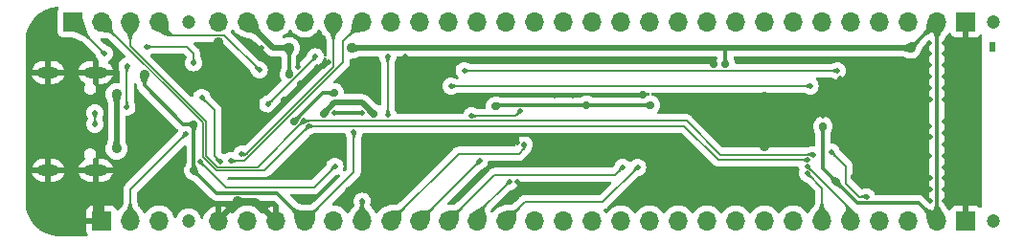
<source format=gbl>
%TF.GenerationSoftware,KiCad,Pcbnew,(7.0.0)*%
%TF.CreationDate,2023-03-04T00:50:23+08:00*%
%TF.ProjectId,UINIO-MCU-ESP32S3,55494e49-4f2d-44d4-9355-2d4553503332,Version 1.0.0*%
%TF.SameCoordinates,PX629df6ePY56b2a99*%
%TF.FileFunction,Copper,L2,Bot*%
%TF.FilePolarity,Positive*%
%FSLAX46Y46*%
G04 Gerber Fmt 4.6, Leading zero omitted, Abs format (unit mm)*
G04 Created by KiCad (PCBNEW (7.0.0)) date 2023-03-04 00:50:23*
%MOMM*%
%LPD*%
G01*
G04 APERTURE LIST*
%TA.AperFunction,ComponentPad*%
%ADD10C,1.200000*%
%TD*%
%TA.AperFunction,ComponentPad*%
%ADD11R,1.700000X1.700000*%
%TD*%
%TA.AperFunction,ComponentPad*%
%ADD12O,1.700000X1.700000*%
%TD*%
%TA.AperFunction,ComponentPad*%
%ADD13O,2.100000X1.000000*%
%TD*%
%TA.AperFunction,ComponentPad*%
%ADD14O,1.900000X1.000000*%
%TD*%
%TA.AperFunction,ComponentPad*%
%ADD15R,0.500000X0.900000*%
%TD*%
%TA.AperFunction,ViaPad*%
%ADD16C,0.500000*%
%TD*%
%TA.AperFunction,ViaPad*%
%ADD17C,0.700000*%
%TD*%
%TA.AperFunction,ViaPad*%
%ADD18C,0.900000*%
%TD*%
%TA.AperFunction,Conductor*%
%ADD19C,0.300000*%
%TD*%
%TA.AperFunction,Conductor*%
%ADD20C,0.500000*%
%TD*%
%TA.AperFunction,Conductor*%
%ADD21C,0.200000*%
%TD*%
%TA.AperFunction,Conductor*%
%ADD22C,0.400000*%
%TD*%
G04 APERTURE END LIST*
D10*
%TO.P,HOLE\u002A\u002A,*%
%TO.N,*%
X85549210Y-15945663D03*
%TD*%
%TO.P,HOLE\u002A\u002A,*%
%TO.N,*%
X14416265Y-15945663D03*
%TD*%
D11*
%TO.P,J3,1,Pin_1*%
%TO.N,/DTR*%
X4189209Y1664336D03*
D12*
%TO.P,J3,2,Pin_2*%
%TO.N,/U0TXD*%
X6729209Y1664336D03*
%TO.P,J3,3,Pin_3*%
%TO.N,/U0RXD*%
X9269209Y1664336D03*
%TO.P,J3,4,Pin_4*%
%TO.N,/RTS*%
X11809209Y1664336D03*
%TD*%
D13*
%TO.P,USB1,13,GND*%
%TO.N,GND*%
X6208209Y-2807830D03*
%TO.P,USB1,14,GND*%
X6208209Y-11457830D03*
D14*
%TO.P,USB1,15,GND*%
X2008209Y-2807830D03*
%TO.P,USB1,16,GND*%
X2008209Y-11457830D03*
%TD*%
D10*
%TO.P,HOLE\u002A\u002A,*%
%TO.N,*%
X14416265Y1664337D03*
%TD*%
D11*
%TO.P,J1,1,Pin_1*%
%TO.N,GND*%
X6739209Y-15945662D03*
D12*
%TO.P,J1,2,Pin_2*%
%TO.N,Net-(J1-Pin_2)*%
X9279209Y-15945662D03*
%TO.P,J1,3,Pin_3*%
%TO.N,Net-(J1-Pin_3)*%
X11819209Y-15945662D03*
%TD*%
D15*
%TO.P,AE1,2,PCB_Trace*%
%TO.N,GND*%
X85466264Y-509999D03*
%TD*%
D10*
%TO.P,HOLE\u002A\u002A,*%
%TO.N,*%
X85549210Y1664337D03*
%TD*%
D11*
%TO.P,J2,1,Pin_1*%
%TO.N,GND*%
X83111264Y1664336D03*
D12*
%TO.P,J2,2,Pin_2*%
%TO.N,/VDD_3.3V*%
X80571264Y1664336D03*
%TO.P,J2,3,Pin_3*%
%TO.N,/GPIO0*%
X78031264Y1664336D03*
%TO.P,J2,4,Pin_4*%
%TO.N,/GPIO1*%
X75491264Y1664336D03*
%TO.P,J2,5,Pin_5*%
%TO.N,/GPIO2*%
X72951264Y1664336D03*
%TO.P,J2,6,Pin_6*%
%TO.N,/GPIO3*%
X70411264Y1664336D03*
%TO.P,J2,7,Pin_7*%
%TO.N,/GPIO4*%
X67871264Y1664336D03*
%TO.P,J2,8,Pin_8*%
%TO.N,/GPIO5*%
X65331264Y1664336D03*
%TO.P,J2,9,Pin_9*%
%TO.N,/GPIO6*%
X62791264Y1664336D03*
%TO.P,J2,10,Pin_10*%
%TO.N,/GPIO7*%
X60251264Y1664336D03*
%TO.P,J2,11,Pin_11*%
%TO.N,/GPIO8*%
X57711264Y1664336D03*
%TO.P,J2,12,Pin_12*%
%TO.N,/GPIO9*%
X55171264Y1664336D03*
%TO.P,J2,13,Pin_13*%
%TO.N,/GPIO10*%
X52631264Y1664336D03*
%TO.P,J2,14,Pin_14*%
%TO.N,/GPIO11*%
X50091264Y1664336D03*
%TO.P,J2,15,Pin_15*%
%TO.N,/GPIO12*%
X47551264Y1664336D03*
%TO.P,J2,16,Pin_16*%
%TO.N,/GPIO13*%
X45011264Y1664336D03*
%TO.P,J2,17,Pin_17*%
%TO.N,/GPIO14*%
X42471264Y1664336D03*
%TO.P,J2,18,Pin_18*%
%TO.N,/GPIO15*%
X39931264Y1664336D03*
%TO.P,J2,19,Pin_19*%
%TO.N,/GPIO16*%
X37391264Y1664336D03*
%TO.P,J2,20,Pin_20*%
%TO.N,/GPIO17*%
X34851264Y1664336D03*
%TO.P,J2,21,Pin_21*%
%TO.N,/GPIO18*%
X32311264Y1664336D03*
%TO.P,J2,22,Pin_22*%
%TO.N,/GPIO19{slash}ESP32_USB_D-*%
X29771264Y1664336D03*
%TO.P,J2,23,Pin_23*%
%TO.N,/GPIO20{slash}ESP32_USB_D+*%
X27231264Y1664336D03*
%TO.P,J2,24,Pin_24*%
%TO.N,/GPIO21*%
X24691264Y1664336D03*
%TO.P,J2,25,Pin_25*%
%TO.N,/SPICS1{slash}GPIO26*%
X22151264Y1664336D03*
%TO.P,J2,26,Pin_26*%
%TO.N,/VDD_3.3V*%
X19611264Y1664336D03*
%TO.P,J2,27,Pin_27*%
%TO.N,GND*%
X17071264Y1664336D03*
%TD*%
D11*
%TO.P,J4,1,Pin_1*%
%TO.N,GND*%
X83111264Y-15945662D03*
D12*
%TO.P,J4,2,Pin_2*%
%TO.N,/VDD_3.3V*%
X80571264Y-15945662D03*
%TO.P,J4,3,Pin_3*%
%TO.N,/GPIO46*%
X78031264Y-15945662D03*
%TO.P,J4,4,Pin_4*%
%TO.N,/GPIO45*%
X75491264Y-15945662D03*
%TO.P,J4,5,Pin_5*%
%TO.N,/GPIO42*%
X72951264Y-15945662D03*
%TO.P,J4,6,Pin_6*%
%TO.N,/GPIO41*%
X70411264Y-15945662D03*
%TO.P,J4,7,Pin_7*%
%TO.N,/GPIO40*%
X67871264Y-15945662D03*
%TO.P,J4,8,Pin_8*%
%TO.N,/GPIO39*%
X65331264Y-15945662D03*
%TO.P,J4,9,Pin_9*%
%TO.N,/GPIO38*%
X62791264Y-15945662D03*
%TO.P,J4,10,Pin_10*%
%TO.N,/GPIO37*%
X60251264Y-15945662D03*
%TO.P,J4,11,Pin_11*%
%TO.N,/GPIO36*%
X57711264Y-15945662D03*
%TO.P,J4,12,Pin_12*%
%TO.N,/GPIO35*%
X55171264Y-15945662D03*
%TO.P,J4,13,Pin_13*%
%TO.N,/GPIO34*%
X52631264Y-15945662D03*
%TO.P,J4,14,Pin_14*%
%TO.N,/GPIO33*%
X50091264Y-15945662D03*
%TO.P,J4,15,Pin_15*%
%TO.N,/SPICLK_P{slash}GPIO47*%
X47551264Y-15945662D03*
%TO.P,J4,16,Pin_16*%
%TO.N,/SPICLK_N{slash}GPIO48*%
X45011264Y-15945662D03*
%TO.P,J4,17,Pin_17*%
%TO.N,/SPID{slash}GPIO32*%
X42471264Y-15945662D03*
%TO.P,J4,18,Pin_18*%
%TO.N,/SPIQ{slash}GPIO31*%
X39931264Y-15945662D03*
%TO.P,J4,19,Pin_19*%
%TO.N,/SPICLK{slash}GPIO30*%
X37391264Y-15945662D03*
%TO.P,J4,20,Pin_20*%
%TO.N,/SPICS0{slash}GPIO29*%
X34851264Y-15945662D03*
%TO.P,J4,21,Pin_21*%
%TO.N,/SPIWP{slash}GPIO28*%
X32311264Y-15945662D03*
%TO.P,J4,22,Pin_22*%
%TO.N,/SPIHD{slash}GPIO27*%
X29771264Y-15945662D03*
%TO.P,J4,23,Pin_23*%
%TO.N,/VDD_SPI{slash}GPIO11*%
X27231264Y-15945662D03*
%TO.P,J4,24,Pin_24*%
%TO.N,/VDD_3.3V*%
X24691264Y-15945662D03*
%TO.P,J4,25,Pin_25*%
%TO.N,GND*%
X22151264Y-15945662D03*
%TO.P,J4,26,Pin_26*%
%TO.N,/VDD_5V*%
X19611264Y-15945662D03*
%TO.P,J4,27,Pin_27*%
%TO.N,GND*%
X17071264Y-15945662D03*
%TD*%
D16*
%TO.N,GND*%
X83241265Y-9175000D03*
X24066076Y-2319500D03*
X82241265Y-9175000D03*
X79930000Y-12170000D03*
X66611265Y-12580000D03*
X82241265Y-11175000D03*
X76850000Y-5130000D03*
X8060000Y-3510000D03*
X83241265Y-11175000D03*
X75850000Y-12170000D03*
X81241265Y-10175000D03*
X72040000Y-3360000D03*
X83241265Y-10175000D03*
X84241265Y-7175000D03*
X81241265Y-3175000D03*
X83241265Y-14175000D03*
X73040000Y-3360000D03*
X84241265Y-5175000D03*
X77140000Y-7570000D03*
D17*
X10501265Y-6941265D03*
D16*
X79910000Y-1175000D03*
D18*
X64131265Y-6100000D03*
D16*
X73190000Y-6620000D03*
X29725000Y-4115000D03*
D17*
X53411265Y-8520000D03*
D16*
X84241265Y-6175000D03*
X79910000Y-2175000D03*
X79930000Y-14170000D03*
X13844210Y-10915000D03*
X78910000Y-12170000D03*
X78070000Y-8490000D03*
X84241265Y-2175000D03*
X82241265Y-13175000D03*
D17*
X73311265Y-8330000D03*
D16*
X75010000Y-6620000D03*
X40130000Y-11960000D03*
X83241265Y-7175000D03*
X76870000Y-12170000D03*
X78066666Y-6620000D03*
D17*
X60861265Y-2065163D03*
D16*
X84241265Y-12175000D03*
X84241265Y-11175000D03*
X83241265Y-12175000D03*
D18*
X65281265Y-9320000D03*
D16*
X82241265Y-7175000D03*
X83241265Y-13175000D03*
X33581265Y-1400000D03*
X82241265Y-10175000D03*
X78840000Y-5140000D03*
X48366265Y-4900000D03*
X73040000Y-1820000D03*
D18*
X28625000Y-13315000D03*
D16*
X46816265Y-4900000D03*
X82241265Y-12175000D03*
X26575000Y-8690000D03*
X79900000Y-175000D03*
X29725000Y-6390000D03*
X79923334Y-8490000D03*
X82241265Y-2175000D03*
X82241265Y-175000D03*
X40120000Y-9040000D03*
X81241265Y-13175000D03*
D17*
X55000000Y-8850000D03*
D16*
X81241265Y-5175000D03*
X79930000Y-13170000D03*
X82241265Y-4175000D03*
X77140000Y-6620000D03*
X58253148Y-8843372D03*
X81241265Y-9175000D03*
D18*
X17075000Y-2490000D03*
D16*
X83241265Y-8175000D03*
X77890000Y-12170000D03*
X20880000Y-620000D03*
X78993332Y-7570000D03*
X81241265Y-12175000D03*
D18*
X67471265Y-7130000D03*
D16*
X22000000Y-2780000D03*
X84241265Y-13175000D03*
X76830000Y-13170000D03*
D18*
X66421265Y-8190000D03*
D17*
X24345000Y-3825000D03*
D16*
X79930000Y-5175000D03*
X25780000Y-2319500D03*
X78896666Y-13170000D03*
D18*
X65281265Y-4940000D03*
D16*
X79920000Y-4175000D03*
X79920000Y-10180000D03*
X13844210Y-12620790D03*
D17*
X22911265Y-5270000D03*
X20691265Y-7480000D03*
D16*
X43451265Y-9050000D03*
X75010000Y-5150000D03*
X10901265Y-13240000D03*
X81241265Y-7175000D03*
X70450000Y-5370000D03*
X77863333Y-13170000D03*
X27325000Y-6390000D03*
X71356666Y-5140000D03*
D18*
X63101265Y-7130000D03*
X18761265Y-14189500D03*
D16*
X72273332Y-5140000D03*
X78996666Y-8490000D03*
X71370000Y-6620000D03*
D18*
X65281265Y-7130000D03*
D17*
X54570000Y-4810000D03*
D16*
X78066666Y-7570000D03*
X83230000Y-3170000D03*
X82241265Y-14175000D03*
D17*
X73311265Y-12050000D03*
X56881265Y-5250000D03*
D16*
X83230000Y-4170000D03*
X43451265Y-12470000D03*
X84241265Y-175000D03*
X84241265Y-1175000D03*
D18*
X17087764Y-164500D03*
D16*
X70460000Y-6620000D03*
X29720000Y-1869500D03*
X84241265Y-10175000D03*
X83020000Y-5180000D03*
X79920000Y-7570000D03*
D17*
X46830632Y-9929368D03*
D16*
X81241265Y-8175000D03*
X82241265Y-1175000D03*
X83241265Y-2175000D03*
X84241265Y-14175000D03*
X83241265Y-1175000D03*
X81241265Y-175000D03*
X84241265Y-8175000D03*
X84250000Y-3670000D03*
X81241265Y-1175000D03*
X82241265Y-8175000D03*
X26781765Y-1869500D03*
X81241265Y-11175000D03*
X72280000Y-6620000D03*
X84250000Y-4420000D03*
X19350000Y-2565000D03*
X81241265Y-14175000D03*
D18*
X64131265Y-8190000D03*
D16*
X10501265Y-9780000D03*
D18*
X66421265Y-6100000D03*
D16*
X73190000Y-5140000D03*
X83241265Y-175000D03*
X25420000Y-13860000D03*
X81241265Y-2175000D03*
X81241265Y-4175000D03*
X82241265Y-3175000D03*
X84241265Y-9175000D03*
X79920000Y-3175000D03*
D18*
%TO.N,/VDD_5V*%
X8049710Y-4732831D03*
D17*
X30771265Y-6480000D03*
X26331265Y-6465163D03*
D18*
X8049710Y-9555163D03*
D17*
%TO.N,/VDD_3.3V*%
X23325000Y-2965000D03*
D18*
X78251265Y-630000D03*
D17*
X23740829Y-7166932D03*
X70480000Y-7575663D03*
X61871265Y-2070000D03*
D18*
X23321265Y-630000D03*
D17*
X14891265Y-11485663D03*
D16*
X29025500Y-8115000D03*
D18*
X10499210Y-3035663D03*
D17*
X27308549Y-4619072D03*
X71661265Y-12470000D03*
D18*
X28801265Y-635663D03*
D17*
X14889210Y-7395663D03*
D16*
%TO.N,/CHIP_PU*%
X21421265Y-5600000D03*
X71754044Y-2645663D03*
X25628909Y-1420500D03*
X38779210Y-2645663D03*
X32021265Y-1400000D03*
X32021265Y-6520000D03*
D17*
%TO.N,/VDD_SPI{slash}GPIO11*%
X49611265Y-5725000D03*
X41521265Y-5815663D03*
X55241265Y-5700000D03*
D16*
%TO.N,Net-(J1-Pin_2)*%
X14191265Y-8211163D03*
%TO.N,/GPIO0*%
X37611265Y-4010000D03*
X69351265Y-4000000D03*
%TO.N,/GPIO19{slash}ESP32_USB_D-*%
X18149210Y-10635663D03*
%TO.N,/GPIO20{slash}ESP32_USB_D+*%
X19129210Y-10035663D03*
%TO.N,/DTR*%
X6960000Y-1140000D03*
X17200000Y-10726163D03*
X15581265Y-5010000D03*
X15450287Y-10714713D03*
X27351265Y-11110000D03*
%TO.N,/U0RXD*%
X69615318Y-10085163D03*
X24579210Y-7105663D03*
%TO.N,/U0TXD*%
X25049210Y-7555163D03*
X69109210Y-10535163D03*
%TO.N,/RTS*%
X20669210Y-2605663D03*
%TO.N,/GPIO45*%
X74350000Y-13810500D03*
X71240000Y-9830000D03*
%TO.N,/GPIO42*%
X69121186Y-11134546D03*
%TO.N,/GPIO41*%
X69110449Y-11742592D03*
%TO.N,/SPID{slash}GPIO32*%
X54111265Y-11190000D03*
%TO.N,/SPIQ{slash}GPIO31*%
X42791265Y-12460000D03*
%TO.N,/SPICLK{slash}GPIO30*%
X52791265Y-11190000D03*
%TO.N,/SPICS0{slash}GPIO29*%
X40131265Y-10650000D03*
%TO.N,/SPIWP{slash}GPIO28*%
X44066265Y-9160000D03*
%TO.N,/SPIHD{slash}GPIO27*%
X29771265Y-14210000D03*
X43730000Y-6218735D03*
X39430000Y-6656163D03*
%TO.N,Net-(USB1-CC1)*%
X14869210Y-1955663D03*
X10699210Y-535663D03*
X8974210Y-2260663D03*
X8969210Y-5895663D03*
%TO.N,/USB_Data-*%
X6149210Y-6385663D03*
X6152042Y-7382831D03*
%TD*%
D19*
%TO.N,GND*%
X29725000Y-1874500D02*
X29725000Y-4115000D01*
D20*
X17075000Y-177264D02*
X17075000Y-2490000D01*
D19*
X24345000Y-3825000D02*
X22911265Y-5258735D01*
D21*
X13844210Y-12620790D02*
X13844210Y-10915000D01*
D19*
X73040000Y-3360000D02*
X73040000Y-1820000D01*
X24345000Y-3825000D02*
X24345000Y-3754500D01*
D22*
X17087764Y-152764D02*
X17075000Y-165528D01*
D19*
X24345000Y-3754500D02*
X25780000Y-2319500D01*
X22911265Y-5270000D02*
X20701265Y-7480000D01*
D20*
X84250000Y-6166265D02*
X84241265Y-6175000D01*
X18761265Y-14189500D02*
X18761765Y-14190000D01*
D19*
X46830632Y-9929368D02*
X45221265Y-8320000D01*
X29725000Y-6390000D02*
X27325000Y-6390000D01*
X45221265Y-8320000D02*
X43451265Y-8320000D01*
D20*
X66611265Y-12580000D02*
X61989776Y-12580000D01*
D19*
X43451265Y-8320000D02*
X43451265Y-9050000D01*
D21*
X73311265Y-12050000D02*
X73311265Y-8330000D01*
D22*
X17075000Y-2465000D02*
X17100000Y-2490000D01*
D20*
X18761265Y-14190000D02*
X17071265Y-15880000D01*
D19*
X20701265Y-7480000D02*
X20691265Y-7480000D01*
D20*
X6208210Y-11457831D02*
X6208210Y-15414663D01*
X17087764Y-164500D02*
X17075000Y-177264D01*
X84250000Y-3670000D02*
X84250000Y-6166265D01*
D19*
X26331765Y-2319500D02*
X25780000Y-2319500D01*
X24066076Y-1383924D02*
X24070000Y-1380000D01*
D21*
X48366265Y-4900000D02*
X46816265Y-4900000D01*
D19*
X24066076Y-2319500D02*
X24066076Y-1383924D01*
X29720000Y-1869500D02*
X29725000Y-1874500D01*
D22*
X17075000Y-165528D02*
X17075000Y-765000D01*
D20*
X61989776Y-12580000D02*
X58253148Y-8843372D01*
X18761765Y-14190000D02*
X20395602Y-14190000D01*
D19*
X26781765Y-1869500D02*
X26331765Y-2319500D01*
D20*
X20395602Y-14190000D02*
X22151265Y-15945663D01*
X18761265Y-14189500D02*
X18761265Y-14190000D01*
D19*
X22911265Y-5258735D02*
X22911265Y-5270000D01*
D20*
%TO.N,/VDD_5V*%
X27306428Y-5490000D02*
X26331265Y-6465163D01*
X8049710Y-9555163D02*
X8049710Y-4732831D01*
X29781265Y-5490000D02*
X27306428Y-5490000D01*
X30771265Y-6480000D02*
X29781265Y-5490000D01*
D21*
%TO.N,/VDD_3.3V*%
X29025500Y-11614500D02*
X24694337Y-15945663D01*
D20*
X63711265Y-640000D02*
X78241265Y-640000D01*
X28805602Y-640000D02*
X63711265Y-640000D01*
D19*
X78241265Y-640000D02*
X78251265Y-630000D01*
X71661265Y-12470000D02*
X73501265Y-14310000D01*
X14889210Y-7395663D02*
X13949210Y-7395663D01*
X26290000Y-4620000D02*
X23743068Y-7166932D01*
X14891265Y-7397718D02*
X14889210Y-7395663D01*
X23321265Y-2961265D02*
X23325000Y-2965000D01*
X14891265Y-11485663D02*
X14891265Y-11500000D01*
D20*
X21905602Y-630000D02*
X19611265Y1664337D01*
D19*
X80571265Y1664337D02*
X80571265Y-15945663D01*
X70480000Y-11300000D02*
X71650000Y-12470000D01*
X23743068Y-7166932D02*
X23740829Y-7166932D01*
X70480000Y-7575663D02*
X70480000Y-11300000D01*
X14891265Y-11500000D02*
X16881265Y-13490000D01*
X22235602Y-13490000D02*
X24691265Y-15945663D01*
X78266928Y-640000D02*
X80571265Y1664337D01*
X14891265Y-11485663D02*
X14891265Y-7397718D01*
X71650000Y-12470000D02*
X71661265Y-12470000D01*
X78261265Y-640000D02*
X78266928Y-640000D01*
X23321265Y-630000D02*
X23321265Y-2961265D01*
X13949210Y-7395663D02*
X10499210Y-3945663D01*
D20*
X23321265Y-630000D02*
X21905602Y-630000D01*
D19*
X27307621Y-4620000D02*
X26290000Y-4620000D01*
X28801265Y-635663D02*
X28805602Y-640000D01*
X16881265Y-13490000D02*
X22235602Y-13490000D01*
X73501265Y-14310000D02*
X78935602Y-14310000D01*
X63711265Y-640000D02*
X61871265Y-640000D01*
X61871265Y-640000D02*
X61871265Y-2070000D01*
X78935602Y-14310000D02*
X80571265Y-15945663D01*
X27308549Y-4619072D02*
X27307621Y-4620000D01*
X10499210Y-3945663D02*
X10499210Y-3035663D01*
X78251265Y-630000D02*
X78261265Y-640000D01*
D21*
X29025500Y-8115000D02*
X29025500Y-11614500D01*
%TO.N,/CHIP_PU*%
X32021265Y-1400000D02*
X32021265Y-6520000D01*
X38779210Y-2645663D02*
X71754044Y-2645663D01*
X25628909Y-1438909D02*
X21467818Y-5600000D01*
X21467818Y-5600000D02*
X21421265Y-5600000D01*
X25628909Y-1420500D02*
X25628909Y-1438909D01*
D19*
%TO.N,/VDD_SPI{slash}GPIO11*%
X55241265Y-5700000D02*
X41636928Y-5700000D01*
X41636928Y-5700000D02*
X41521265Y-5815663D01*
D21*
%TO.N,Net-(J1-Pin_2)*%
X14191265Y-8211163D02*
X14191265Y-8220000D01*
X9279210Y-13132055D02*
X9279210Y-15945663D01*
X14191265Y-8220000D02*
X9279210Y-13132055D01*
%TO.N,/GPIO0*%
X37621265Y-4000000D02*
X37611265Y-4010000D01*
X69351265Y-4000000D02*
X37621265Y-4000000D01*
%TO.N,/GPIO19{slash}ESP32_USB_D-*%
X28070000Y-1890000D02*
X28070000Y-36928D01*
X28070000Y-36928D02*
X29771265Y1664337D01*
X18149210Y-10635663D02*
X19324337Y-10635663D01*
X19324337Y-10635663D02*
X28070000Y-1890000D01*
%TO.N,/GPIO20{slash}ESP32_USB_D+*%
X19500073Y-10035663D02*
X27231265Y-2304471D01*
X19129210Y-10035663D02*
X19500073Y-10035663D01*
X27231265Y-2304471D02*
X27231265Y1664337D01*
%TO.N,/DTR*%
X15450287Y-10719022D02*
X17696265Y-12965000D01*
X6960000Y-1140000D02*
X6960000Y-1100000D01*
X16711265Y-6140000D02*
X15581265Y-5010000D01*
X16711265Y-10237428D02*
X16711265Y-6140000D01*
X6960000Y-1100000D02*
X4195663Y1664337D01*
X15450287Y-10714713D02*
X15450287Y-10719022D01*
X17200000Y-10726163D02*
X16711265Y-10237428D01*
X25496265Y-12965000D02*
X27351265Y-11110000D01*
X17696265Y-12965000D02*
X25496265Y-12965000D01*
%TO.N,/U0RXD*%
X24579210Y-7105663D02*
X20509210Y-11175663D01*
X16971192Y-11175663D02*
X15969210Y-10173681D01*
X20509210Y-11175663D02*
X16971192Y-11175663D01*
X15969210Y-7151399D02*
X9269210Y-451399D01*
X24579210Y-7105663D02*
X58426928Y-7105663D01*
X61406428Y-10085163D02*
X69615318Y-10085163D01*
X58426928Y-7105663D02*
X61406428Y-10085163D01*
X15969210Y-10173681D02*
X15969210Y-7151399D01*
X9269210Y-451399D02*
X9269210Y1664337D01*
%TO.N,/U0TXD*%
X25049210Y-7555163D02*
X58236428Y-7555163D01*
X15669210Y-7275663D02*
X6729210Y1664337D01*
X25049210Y-7555163D02*
X21128710Y-11475663D01*
X21128710Y-11475663D02*
X16846928Y-11475663D01*
X61216428Y-10535163D02*
X69109210Y-10535163D01*
X58236428Y-7555163D02*
X61216428Y-10535163D01*
X16846928Y-11475663D02*
X15669210Y-10297945D01*
X15669210Y-10297945D02*
X15669210Y-7275663D01*
%TO.N,/RTS*%
X13000000Y485000D02*
X17578547Y485000D01*
X11820663Y1664337D02*
X13000000Y485000D01*
X17578547Y485000D02*
X20669210Y-2605663D01*
%TO.N,/GPIO45*%
X73710500Y-13810500D02*
X72530000Y-12630000D01*
X74350000Y-13810500D02*
X73710500Y-13810500D01*
X72530000Y-11120000D02*
X71240000Y-9830000D01*
X72530000Y-12630000D02*
X72530000Y-11120000D01*
%TO.N,/GPIO42*%
X72951265Y-14947718D02*
X72951265Y-15945663D01*
X69121186Y-11134546D02*
X69138093Y-11134546D01*
X69138093Y-11134546D02*
X72951265Y-14947718D01*
%TO.N,/GPIO41*%
X69110449Y-11742592D02*
X70411265Y-13043408D01*
X70411265Y-13043408D02*
X70411265Y-15945663D01*
%TO.N,/SPID{slash}GPIO32*%
X44116928Y-14300000D02*
X42471265Y-15945663D01*
X54111265Y-11190000D02*
X51001265Y-14300000D01*
X51001265Y-14300000D02*
X44116928Y-14300000D01*
%TO.N,/SPIQ{slash}GPIO31*%
X42781265Y-12460000D02*
X39931265Y-15310000D01*
X42791265Y-12460000D02*
X42781265Y-12460000D01*
%TO.N,/SPICLK{slash}GPIO30*%
X52121265Y-11860000D02*
X41476928Y-11860000D01*
X41476928Y-11860000D02*
X37391265Y-15945663D01*
X52791265Y-11190000D02*
X52121265Y-11860000D01*
%TO.N,/SPICS0{slash}GPIO29*%
X38416928Y-12380000D02*
X34851265Y-15945663D01*
X40131265Y-10650000D02*
X38416928Y-12364337D01*
X38416928Y-12364337D02*
X38416928Y-12380000D01*
%TO.N,/SPIWP{slash}GPIO28*%
X38266928Y-9990000D02*
X32311265Y-15945663D01*
X43630000Y-9990000D02*
X38266928Y-9990000D01*
X44066265Y-9160000D02*
X44066265Y-9553735D01*
X44066265Y-9553735D02*
X43630000Y-9990000D01*
%TO.N,/SPIHD{slash}GPIO27*%
X39430000Y-6656163D02*
X43292572Y-6656163D01*
X43292572Y-6656163D02*
X43730000Y-6218735D01*
X29771265Y-15945663D02*
X29771265Y-14210000D01*
%TO.N,Net-(USB1-CC1)*%
X8974210Y-2260663D02*
X8969210Y-2265663D01*
X8969210Y-2265663D02*
X8969210Y-5895663D01*
X14869210Y-1155663D02*
X14249210Y-535663D01*
X14249210Y-535663D02*
X10699210Y-535663D01*
X14869210Y-1955663D02*
X14869210Y-1155663D01*
%TO.N,/USB_Data-*%
X6149210Y-6385663D02*
X6149210Y-7379999D01*
X6149210Y-7379999D02*
X6152042Y-7382831D01*
%TD*%
%TA.AperFunction,Conductor*%
%TO.N,GND*%
G36*
X2879853Y2983237D02*
G01*
X2928463Y2933687D01*
X2942828Y2865776D01*
X2918447Y2800785D01*
X2893635Y2767641D01*
X2893632Y2767637D01*
X2888321Y2760541D01*
X2885223Y2752238D01*
X2885221Y2752232D01*
X2839929Y2630801D01*
X2839927Y2630794D01*
X2837221Y2623538D01*
X2836392Y2615837D01*
X2836392Y2615832D01*
X2832205Y2576882D01*
X2830710Y2562975D01*
X2830710Y765699D01*
X2831062Y762419D01*
X2831063Y762413D01*
X2836386Y712895D01*
X2837221Y705136D01*
X2839927Y697879D01*
X2839929Y697874D01*
X2885221Y576443D01*
X2888321Y568133D01*
X2893635Y561034D01*
X2893636Y561033D01*
X2954273Y480031D01*
X2975949Y451076D01*
X3093006Y363448D01*
X3230009Y312348D01*
X3290572Y305837D01*
X3763014Y305837D01*
X3785391Y303589D01*
X3785414Y303726D01*
X3787634Y303363D01*
X3787680Y303359D01*
X3790081Y302871D01*
X4081439Y266640D01*
X4096698Y263763D01*
X4244278Y226231D01*
X4367756Y194829D01*
X4381665Y190404D01*
X4660638Y83202D01*
X4672852Y77734D01*
X4960850Y-70365D01*
X4971279Y-76387D01*
X5201638Y-224784D01*
X5253999Y-258515D01*
X5274527Y-275076D01*
X6153416Y-1153965D01*
X6174649Y-1182369D01*
X6186973Y-1215622D01*
X6192241Y-1240164D01*
X6192433Y-1240952D01*
X6192446Y-1241007D01*
X6196491Y-1257570D01*
X6199070Y-1268133D01*
X6199420Y-1269410D01*
X6199651Y-1270167D01*
X6199665Y-1270215D01*
X6207801Y-1296865D01*
X6207813Y-1296904D01*
X6208048Y-1297672D01*
X6208315Y-1298466D01*
X6208323Y-1298489D01*
X6225893Y-1350623D01*
X6238439Y-1387848D01*
X6241339Y-1393682D01*
X6250842Y-1412803D01*
X6256842Y-1427036D01*
X6269990Y-1464612D01*
X6269996Y-1464624D01*
X6272291Y-1471183D01*
X6275992Y-1477073D01*
X6348571Y-1592582D01*
X6363229Y-1615909D01*
X6368156Y-1620836D01*
X6368157Y-1620837D01*
X6431523Y-1684203D01*
X6463617Y-1739790D01*
X6463617Y-1803978D01*
X6458210Y-1824157D01*
X6458210Y-2541505D01*
X6461660Y-2554380D01*
X6474536Y-2557831D01*
X7718172Y-2557831D01*
X7728855Y-2555493D01*
X7729183Y-2550328D01*
X7729095Y-2549990D01*
X7662831Y-2371070D01*
X7657315Y-2359824D01*
X7556390Y-2197904D01*
X7548731Y-2188010D01*
X7417273Y-2049716D01*
X7407782Y-2041569D01*
X7344799Y-1997731D01*
X7305060Y-1952071D01*
X7291670Y-1893039D01*
X7307821Y-1834702D01*
X7349662Y-1790963D01*
X7435909Y-1736771D01*
X7556771Y-1615909D01*
X7647709Y-1471183D01*
X7704162Y-1309850D01*
X7723299Y-1140000D01*
X7704162Y-970150D01*
X7647709Y-808817D01*
X7556771Y-664091D01*
X7435909Y-543229D01*
X7291183Y-452291D01*
X7284613Y-449992D01*
X7284611Y-449991D01*
X7267779Y-444101D01*
X7248265Y-435316D01*
X7233985Y-427339D01*
X7150361Y-394172D01*
X7149936Y-394002D01*
X7129174Y-385667D01*
X7090403Y-360907D01*
X7063433Y-335533D01*
X7061268Y-333496D01*
X7058925Y-331682D01*
X7058908Y-331668D01*
X7035526Y-313571D01*
X7023742Y-303193D01*
X6680901Y39648D01*
X6649871Y91501D01*
X6647033Y151863D01*
X6673062Y206398D01*
X6721776Y242156D01*
X6781602Y250643D01*
X7012760Y226231D01*
X7018228Y225683D01*
X7018227Y225683D01*
X7048294Y222833D01*
X7188878Y209507D01*
X7219232Y202709D01*
X7296650Y174793D01*
X7331540Y155379D01*
X7376991Y119409D01*
X7533743Y-4647D01*
X7536108Y-6191D01*
X7538388Y-7833D01*
X7538153Y-8159D01*
X7554091Y-21093D01*
X8846411Y-1313413D01*
X8877884Y-1366766D01*
X8879621Y-1428686D01*
X8851190Y-1483721D01*
X8799685Y-1518135D01*
X8649600Y-1570652D01*
X8649584Y-1570659D01*
X8643027Y-1572954D01*
X8637139Y-1576653D01*
X8637136Y-1576655D01*
X8504201Y-1660184D01*
X8504196Y-1660187D01*
X8498301Y-1663892D01*
X8493376Y-1668816D01*
X8493372Y-1668820D01*
X8382367Y-1779825D01*
X8382363Y-1779829D01*
X8377439Y-1784754D01*
X8373734Y-1790649D01*
X8373731Y-1790654D01*
X8290202Y-1923589D01*
X8290200Y-1923592D01*
X8286501Y-1929480D01*
X8284205Y-1936038D01*
X8284203Y-1936045D01*
X8232346Y-2084243D01*
X8232344Y-2084250D01*
X8230048Y-2090813D01*
X8229268Y-2097730D01*
X8229268Y-2097733D01*
X8212681Y-2244949D01*
X8210911Y-2260663D01*
X8211691Y-2267586D01*
X8229267Y-2423590D01*
X8229268Y-2423598D01*
X8230048Y-2430513D01*
X8232348Y-2437086D01*
X8271085Y-2547793D01*
X8272684Y-2552688D01*
X8280000Y-2576761D01*
X8280005Y-2576776D01*
X8281208Y-2580732D01*
X8282929Y-2584498D01*
X8282930Y-2584501D01*
X8311730Y-2647532D01*
X8320225Y-2666122D01*
X8320282Y-2666244D01*
X8320328Y-2666343D01*
X8323681Y-2673494D01*
X8324524Y-2675291D01*
X8324739Y-2675738D01*
X8330096Y-2686548D01*
X8330213Y-2686777D01*
X8341627Y-2709148D01*
X8355011Y-2759158D01*
X8355317Y-2765142D01*
X8355813Y-2774814D01*
X8356236Y-2777689D01*
X8356238Y-2777708D01*
X8359389Y-2799112D01*
X8360710Y-2817167D01*
X8360710Y-3663510D01*
X8342011Y-3728990D01*
X8291554Y-3774722D01*
X8224556Y-3786913D01*
X8055772Y-3770290D01*
X8049710Y-3769693D01*
X8043648Y-3770290D01*
X7867875Y-3787601D01*
X7867867Y-3787602D01*
X7861811Y-3788199D01*
X7855986Y-3789965D01*
X7855976Y-3789968D01*
X7686965Y-3841238D01*
X7686957Y-3841241D01*
X7681133Y-3843008D01*
X7675761Y-3845879D01*
X7675757Y-3845881D01*
X7519995Y-3929137D01*
X7519991Y-3929139D01*
X7514619Y-3932011D01*
X7509907Y-3935877D01*
X7509907Y-3935878D01*
X7373375Y-4047927D01*
X7373370Y-4047931D01*
X7368669Y-4051790D01*
X7364810Y-4056491D01*
X7364806Y-4056496D01*
X7293509Y-4143372D01*
X7248890Y-4197740D01*
X7246018Y-4203112D01*
X7246016Y-4203116D01*
X7162760Y-4358878D01*
X7162758Y-4358882D01*
X7159887Y-4364254D01*
X7158120Y-4370078D01*
X7158117Y-4370086D01*
X7106847Y-4539097D01*
X7106844Y-4539107D01*
X7105078Y-4544932D01*
X7104481Y-4550988D01*
X7104480Y-4550996D01*
X7087348Y-4724951D01*
X7086572Y-4732831D01*
X7087169Y-4738893D01*
X7104480Y-4914665D01*
X7104481Y-4914671D01*
X7105078Y-4920730D01*
X7106845Y-4926556D01*
X7106847Y-4926564D01*
X7158120Y-5095585D01*
X7158122Y-5095590D01*
X7159887Y-5101408D01*
X7161987Y-5105337D01*
X7162867Y-5107663D01*
X7163722Y-5110155D01*
X7164784Y-5114058D01*
X7166345Y-5117790D01*
X7166348Y-5117797D01*
X7228522Y-5266389D01*
X7229949Y-5269952D01*
X7261137Y-5351488D01*
X7265494Y-5365222D01*
X7273357Y-5396136D01*
X7276524Y-5413937D01*
X7282646Y-5473089D01*
X7283283Y-5483501D01*
X7286026Y-5628083D01*
X7286027Y-5628101D01*
X7286084Y-5631093D01*
X7286431Y-5634073D01*
X7286432Y-5634085D01*
X7290377Y-5667943D01*
X7291210Y-5682292D01*
X7291210Y-8605703D01*
X7290377Y-8620053D01*
X7286432Y-8653908D01*
X7286432Y-8653909D01*
X7286084Y-8656900D01*
X7286027Y-8659890D01*
X7286026Y-8659909D01*
X7283283Y-8804490D01*
X7282646Y-8814903D01*
X7276524Y-8874054D01*
X7273357Y-8891854D01*
X7265494Y-8922768D01*
X7261137Y-8936502D01*
X7229955Y-9018023D01*
X7228529Y-9021585D01*
X7201645Y-9085838D01*
X7164783Y-9173936D01*
X7163721Y-9177841D01*
X7162862Y-9180343D01*
X7161986Y-9182657D01*
X7159887Y-9186586D01*
X7158122Y-9192403D01*
X7158120Y-9192409D01*
X7106847Y-9361429D01*
X7106844Y-9361439D01*
X7105078Y-9367264D01*
X7104481Y-9373320D01*
X7104480Y-9373328D01*
X7088429Y-9536305D01*
X7086572Y-9555163D01*
X7087169Y-9561225D01*
X7104480Y-9736997D01*
X7104481Y-9737003D01*
X7105078Y-9743062D01*
X7106845Y-9748888D01*
X7106847Y-9748896D01*
X7158117Y-9917907D01*
X7158119Y-9917911D01*
X7159887Y-9923740D01*
X7248890Y-10090254D01*
X7368669Y-10236204D01*
X7514619Y-10355983D01*
X7681133Y-10444986D01*
X7861811Y-10499795D01*
X7998212Y-10513229D01*
X8032205Y-10516577D01*
X8049710Y-10518301D01*
X8067215Y-10516577D01*
X8101208Y-10513229D01*
X8237609Y-10499795D01*
X8418287Y-10444986D01*
X8584801Y-10355983D01*
X8730751Y-10236204D01*
X8850530Y-10090254D01*
X8939533Y-9923740D01*
X8994342Y-9743062D01*
X9012848Y-9555163D01*
X8994342Y-9367264D01*
X8978013Y-9313437D01*
X8941300Y-9192411D01*
X8941299Y-9192409D01*
X8939533Y-9186586D01*
X8937430Y-9182652D01*
X8936547Y-9180318D01*
X8935700Y-9177853D01*
X8934636Y-9173936D01*
X8870901Y-9021615D01*
X8869483Y-9018073D01*
X8856289Y-8983580D01*
X8838276Y-8936490D01*
X8833923Y-8922768D01*
X8826058Y-8891846D01*
X8822894Y-8874064D01*
X8816771Y-8814903D01*
X8816134Y-8804489D01*
X8813393Y-8659913D01*
X8813393Y-8659909D01*
X8813336Y-8656904D01*
X8809043Y-8620052D01*
X8808210Y-8605704D01*
X8808210Y-6779577D01*
X8827217Y-6713605D01*
X8878409Y-6667856D01*
X8946092Y-6656357D01*
X8969210Y-6658962D01*
X9139060Y-6639825D01*
X9300393Y-6583372D01*
X9445119Y-6492434D01*
X9565981Y-6371572D01*
X9656919Y-6226846D01*
X9713372Y-6065513D01*
X9732509Y-5895663D01*
X9713372Y-5725813D01*
X9670262Y-5602613D01*
X9668827Y-5598254D01*
X9661214Y-5573548D01*
X9621584Y-5487800D01*
X9615579Y-5475255D01*
X9615306Y-5474704D01*
X9609258Y-5462883D01*
X9597301Y-5440242D01*
X9583140Y-5389193D01*
X9582698Y-5381209D01*
X9582697Y-5381200D01*
X9582535Y-5378277D01*
X9579104Y-5355600D01*
X9577710Y-5337056D01*
X9577710Y-3850788D01*
X9594775Y-3788011D01*
X9641274Y-3742513D01*
X9704408Y-3726817D01*
X9766799Y-3745244D01*
X9811274Y-3792722D01*
X9813546Y-3797009D01*
X9823151Y-3820802D01*
X9823761Y-3822923D01*
X9828285Y-3848472D01*
X9834449Y-3935878D01*
X9836215Y-3960910D01*
X9836690Y-3963776D01*
X9840605Y-3987415D01*
X9842210Y-4003776D01*
X9843402Y-4041700D01*
X9843403Y-4041707D01*
X9843648Y-4049494D01*
X9845821Y-4056976D01*
X9845823Y-4056985D01*
X9849674Y-4070240D01*
X9853617Y-4089281D01*
X9855348Y-4102984D01*
X9855351Y-4102996D01*
X9856328Y-4110727D01*
X9859197Y-4117976D01*
X9859199Y-4117980D01*
X9873368Y-4153769D01*
X9877151Y-4164816D01*
X9890065Y-4209263D01*
X9894034Y-4215975D01*
X9894035Y-4215976D01*
X9901061Y-4227856D01*
X9909619Y-4245327D01*
X9914699Y-4258156D01*
X9917575Y-4265419D01*
X9923913Y-4274143D01*
X9944781Y-4302864D01*
X9951190Y-4312620D01*
X9974757Y-4352470D01*
X9980274Y-4357987D01*
X9990031Y-4367744D01*
X10002667Y-4382538D01*
X10010782Y-4393708D01*
X10010786Y-4393712D01*
X10015369Y-4400020D01*
X10040083Y-4420465D01*
X10051030Y-4429521D01*
X10059671Y-4437384D01*
X13425502Y-7803215D01*
X13433364Y-7811854D01*
X13433612Y-7812154D01*
X13437794Y-7818743D01*
X13443482Y-7824084D01*
X13448453Y-7830093D01*
X13447508Y-7830874D01*
X13468741Y-7860432D01*
X13479875Y-7906894D01*
X13472616Y-7954117D01*
X13441210Y-8041128D01*
X13441187Y-8041191D01*
X13441029Y-8041631D01*
X13440894Y-8042024D01*
X13440855Y-8042136D01*
X13435704Y-8057181D01*
X13435682Y-8057247D01*
X13435531Y-8057689D01*
X13435311Y-8058368D01*
X13435184Y-8058781D01*
X13435153Y-8058882D01*
X13430890Y-8072837D01*
X13430273Y-8074857D01*
X13430135Y-8075338D01*
X13423411Y-8098740D01*
X13398326Y-8144471D01*
X13398636Y-8144720D01*
X13397232Y-8146467D01*
X13397164Y-8146592D01*
X13396815Y-8146985D01*
X13396771Y-8147038D01*
X13394863Y-8149198D01*
X13393147Y-8151552D01*
X13393145Y-8151556D01*
X13382706Y-8165885D01*
X13370164Y-8180550D01*
X8882880Y-12667834D01*
X8870690Y-12678525D01*
X8851670Y-12693120D01*
X8851666Y-12693123D01*
X8845223Y-12698068D01*
X8840278Y-12704511D01*
X8840275Y-12704515D01*
X8820735Y-12729980D01*
X8820732Y-12729982D01*
X8820733Y-12729983D01*
X8752632Y-12818732D01*
X8752628Y-12818737D01*
X8747686Y-12825179D01*
X8744577Y-12832683D01*
X8744575Y-12832688D01*
X8689770Y-12965000D01*
X8689482Y-12965694D01*
X8689480Y-12965698D01*
X8686372Y-12973205D01*
X8685311Y-12981256D01*
X8685310Y-12981264D01*
X8670710Y-13092170D01*
X8670710Y-13092175D01*
X8667246Y-13118492D01*
X8665460Y-13132055D01*
X8667033Y-13144003D01*
X8669649Y-13163874D01*
X8670710Y-13180059D01*
X8670710Y-14170601D01*
X8668592Y-14191015D01*
X8668983Y-14191079D01*
X8668529Y-14193863D01*
X8667951Y-14196620D01*
X8667626Y-14199406D01*
X8667624Y-14199422D01*
X8638127Y-14452749D01*
X8627184Y-14491148D01*
X8592179Y-14565633D01*
X8575518Y-14591908D01*
X8466543Y-14723706D01*
X8466364Y-14723923D01*
X8466234Y-14724081D01*
X8466169Y-14724161D01*
X8463406Y-14727539D01*
X8462881Y-14728181D01*
X8424868Y-14775171D01*
X8280418Y-14953732D01*
X8280412Y-14953740D01*
X8279502Y-14954865D01*
X8278650Y-14956025D01*
X8278624Y-14956059D01*
X8276645Y-14958751D01*
X8224934Y-14999552D01*
X8159623Y-15008114D01*
X8099142Y-14982020D01*
X8060558Y-14928633D01*
X8035663Y-14861886D01*
X8027247Y-14846473D01*
X7951711Y-14745570D01*
X7939302Y-14733161D01*
X7838399Y-14657625D01*
X7822987Y-14649210D01*
X7703851Y-14604774D01*
X7688877Y-14601236D01*
X7640324Y-14596016D01*
X7633728Y-14595663D01*
X7005536Y-14595663D01*
X6992660Y-14599113D01*
X6989210Y-14611989D01*
X6989210Y-16071663D01*
X6972597Y-16133663D01*
X6927210Y-16179050D01*
X6865210Y-16195663D01*
X5405536Y-16195663D01*
X5392660Y-16199113D01*
X5389210Y-16211989D01*
X5389210Y-16840181D01*
X5389563Y-16846777D01*
X5394783Y-16895330D01*
X5398321Y-16910304D01*
X5442757Y-17029440D01*
X5451172Y-17044852D01*
X5485860Y-17091189D01*
X5510099Y-17154447D01*
X5497477Y-17221004D01*
X5451760Y-17270995D01*
X5386593Y-17289500D01*
X3013248Y-17289500D01*
X3006757Y-17289330D01*
X2877742Y-17282567D01*
X2877277Y-17282542D01*
X2696039Y-17272359D01*
X2683596Y-17271027D01*
X2535769Y-17247612D01*
X2534395Y-17247387D01*
X2374612Y-17220236D01*
X2363291Y-17217763D01*
X2214816Y-17177979D01*
X2212581Y-17177357D01*
X2060764Y-17133618D01*
X2050655Y-17130229D01*
X1905594Y-17074545D01*
X1902579Y-17073342D01*
X1758175Y-17013527D01*
X1749333Y-17009451D01*
X1610117Y-16938516D01*
X1606431Y-16936559D01*
X1470381Y-16861367D01*
X1462840Y-16856842D01*
X1331429Y-16771503D01*
X1327210Y-16768638D01*
X1200767Y-16678922D01*
X1194486Y-16674158D01*
X1106240Y-16602698D01*
X1072521Y-16575392D01*
X1067951Y-16571503D01*
X984641Y-16497053D01*
X952517Y-16468345D01*
X947463Y-16463568D01*
X836428Y-16352534D01*
X831673Y-16347504D01*
X728459Y-16232009D01*
X724630Y-16227508D01*
X653230Y-16139337D01*
X625826Y-16105495D01*
X621064Y-16099216D01*
X531372Y-15972809D01*
X528518Y-15968607D01*
X443146Y-15837146D01*
X438641Y-15829639D01*
X363404Y-15693508D01*
X361480Y-15689885D01*
X356105Y-15679337D01*
X5389210Y-15679337D01*
X5392660Y-15692212D01*
X5405536Y-15695663D01*
X6472884Y-15695663D01*
X6485759Y-15692212D01*
X6489210Y-15679337D01*
X6489210Y-14611989D01*
X6485759Y-14599113D01*
X6472884Y-14595663D01*
X5844692Y-14595663D01*
X5838095Y-14596016D01*
X5789542Y-14601236D01*
X5774568Y-14604774D01*
X5655432Y-14649210D01*
X5640020Y-14657625D01*
X5539117Y-14733161D01*
X5526708Y-14745570D01*
X5451172Y-14846473D01*
X5442757Y-14861885D01*
X5398321Y-14981021D01*
X5394783Y-14995995D01*
X5389563Y-15044548D01*
X5389210Y-15051145D01*
X5389210Y-15679337D01*
X356105Y-15679337D01*
X290539Y-15550658D01*
X286477Y-15541848D01*
X226640Y-15397389D01*
X225471Y-15394461D01*
X169751Y-15249310D01*
X166381Y-15239256D01*
X122628Y-15087392D01*
X122038Y-15085271D01*
X82225Y-14936691D01*
X79754Y-14925375D01*
X52591Y-14765513D01*
X52412Y-14764425D01*
X28964Y-14616387D01*
X27636Y-14603979D01*
X17390Y-14421595D01*
X10670Y-14293382D01*
X10500Y-14286892D01*
X10500Y-11715333D01*
X587236Y-11715333D01*
X587324Y-11715671D01*
X653588Y-11894591D01*
X659104Y-11905837D01*
X760029Y-12067757D01*
X767688Y-12077651D01*
X899146Y-12215945D01*
X908637Y-12224093D01*
X1065246Y-12333096D01*
X1076180Y-12339165D01*
X1251528Y-12414412D01*
X1263457Y-12418155D01*
X1450362Y-12456565D01*
X1462808Y-12457831D01*
X1741884Y-12457831D01*
X1754759Y-12454380D01*
X1758210Y-12441505D01*
X2258210Y-12441505D01*
X2261660Y-12454380D01*
X2274536Y-12457831D01*
X2505780Y-12457831D01*
X2512045Y-12457513D01*
X2654294Y-12443047D01*
X2666545Y-12440529D01*
X2848595Y-12383411D01*
X2860099Y-12378475D01*
X3026930Y-12285876D01*
X3037192Y-12278733D01*
X3181964Y-12154451D01*
X3190595Y-12145372D01*
X3307377Y-11994501D01*
X3314002Y-11983873D01*
X3398027Y-11812574D01*
X3402375Y-11800833D01*
X3422896Y-11721577D01*
X3423055Y-11715333D01*
X4687236Y-11715333D01*
X4687324Y-11715671D01*
X4753588Y-11894591D01*
X4759104Y-11905837D01*
X4860029Y-12067757D01*
X4867688Y-12077651D01*
X4999146Y-12215945D01*
X5008637Y-12224093D01*
X5165246Y-12333096D01*
X5176180Y-12339165D01*
X5351528Y-12414412D01*
X5363457Y-12418155D01*
X5550362Y-12456565D01*
X5562808Y-12457831D01*
X5941884Y-12457831D01*
X5954759Y-12454380D01*
X5958210Y-12441505D01*
X6458210Y-12441505D01*
X6461660Y-12454380D01*
X6474536Y-12457831D01*
X6805780Y-12457831D01*
X6812045Y-12457513D01*
X6954294Y-12443047D01*
X6966545Y-12440529D01*
X7148595Y-12383411D01*
X7160099Y-12378475D01*
X7326930Y-12285876D01*
X7337192Y-12278733D01*
X7481964Y-12154451D01*
X7490595Y-12145372D01*
X7607377Y-11994501D01*
X7614002Y-11983873D01*
X7698027Y-11812574D01*
X7702375Y-11800833D01*
X7722896Y-11721577D01*
X7723181Y-11710366D01*
X7712256Y-11707831D01*
X6474536Y-11707831D01*
X6461660Y-11711281D01*
X6458210Y-11724157D01*
X6458210Y-12441505D01*
X5958210Y-12441505D01*
X5958210Y-11724157D01*
X5954759Y-11711281D01*
X5941884Y-11707831D01*
X4698248Y-11707831D01*
X4687564Y-11710168D01*
X4687236Y-11715333D01*
X3423055Y-11715333D01*
X3423181Y-11710366D01*
X3412256Y-11707831D01*
X2274536Y-11707831D01*
X2261660Y-11711281D01*
X2258210Y-11724157D01*
X2258210Y-12441505D01*
X1758210Y-12441505D01*
X1758210Y-11724157D01*
X1754759Y-11711281D01*
X1741884Y-11707831D01*
X598248Y-11707831D01*
X587564Y-11710168D01*
X587236Y-11715333D01*
X10500Y-11715333D01*
X10500Y-11205295D01*
X593238Y-11205295D01*
X604164Y-11207831D01*
X1741884Y-11207831D01*
X1754759Y-11204380D01*
X1758210Y-11191505D01*
X2258210Y-11191505D01*
X2261660Y-11204380D01*
X2274536Y-11207831D01*
X3418172Y-11207831D01*
X3428855Y-11205493D01*
X3428868Y-11205295D01*
X4693238Y-11205295D01*
X4704164Y-11207831D01*
X5941884Y-11207831D01*
X5954759Y-11204380D01*
X5958210Y-11191505D01*
X6458210Y-11191505D01*
X6461660Y-11204380D01*
X6474536Y-11207831D01*
X7718172Y-11207831D01*
X7728855Y-11205493D01*
X7729183Y-11200328D01*
X7729095Y-11199990D01*
X7662831Y-11021070D01*
X7657315Y-11009824D01*
X7556390Y-10847904D01*
X7548731Y-10838010D01*
X7417273Y-10699716D01*
X7407782Y-10691568D01*
X7251173Y-10582565D01*
X7240239Y-10576496D01*
X7064891Y-10501249D01*
X7052962Y-10497506D01*
X6866057Y-10459096D01*
X6853612Y-10457831D01*
X6474536Y-10457831D01*
X6461660Y-10461281D01*
X6458210Y-10474157D01*
X6458210Y-11191505D01*
X5958210Y-11191505D01*
X5958210Y-10555856D01*
X5970229Y-10502600D01*
X6003955Y-10459668D01*
X6006213Y-10457831D01*
X6095875Y-10384885D01*
X6179181Y-10266868D01*
X6227556Y-10130752D01*
X6237414Y-9986632D01*
X6231008Y-9955806D01*
X6209749Y-9853498D01*
X6209748Y-9853497D01*
X6208024Y-9845197D01*
X6141564Y-9716936D01*
X6071052Y-9641436D01*
X6048755Y-9617561D01*
X6048752Y-9617559D01*
X6042965Y-9611362D01*
X6035719Y-9606955D01*
X6035717Y-9606954D01*
X5972402Y-9568452D01*
X5919538Y-9536305D01*
X5902471Y-9531523D01*
X5788602Y-9499618D01*
X5788598Y-9499617D01*
X5780438Y-9497331D01*
X5672261Y-9497331D01*
X5668077Y-9497906D01*
X5668063Y-9497907D01*
X5573504Y-9510904D01*
X5573498Y-9510905D01*
X5565099Y-9512060D01*
X5557320Y-9515438D01*
X5557316Y-9515440D01*
X5440383Y-9566231D01*
X5440378Y-9566233D01*
X5432601Y-9569612D01*
X5426023Y-9574963D01*
X5426019Y-9574966D01*
X5344865Y-9640991D01*
X5320545Y-9660777D01*
X5315656Y-9667702D01*
X5315655Y-9667704D01*
X5242130Y-9771864D01*
X5242127Y-9771868D01*
X5237239Y-9778794D01*
X5234400Y-9786781D01*
X5234399Y-9786784D01*
X5191703Y-9906919D01*
X5191701Y-9906925D01*
X5188864Y-9914910D01*
X5188285Y-9923370D01*
X5188285Y-9923372D01*
X5186067Y-9955799D01*
X5179006Y-10059030D01*
X5180729Y-10067324D01*
X5180730Y-10067331D01*
X5206670Y-10192163D01*
X5206672Y-10192168D01*
X5208396Y-10200465D01*
X5212296Y-10207992D01*
X5212297Y-10207994D01*
X5246394Y-10273797D01*
X5274856Y-10328726D01*
X5287323Y-10342075D01*
X5288397Y-10343225D01*
X5316329Y-10391523D01*
X5320259Y-10447178D01*
X5299392Y-10498922D01*
X5257951Y-10536279D01*
X5089496Y-10629780D01*
X5079227Y-10636928D01*
X4934455Y-10761210D01*
X4925824Y-10770289D01*
X4809042Y-10921160D01*
X4802417Y-10931788D01*
X4718392Y-11103087D01*
X4714044Y-11114828D01*
X4693523Y-11194084D01*
X4693238Y-11205295D01*
X3428868Y-11205295D01*
X3429183Y-11200328D01*
X3429095Y-11199990D01*
X3362831Y-11021070D01*
X3357315Y-11009824D01*
X3256390Y-10847904D01*
X3248731Y-10838010D01*
X3117273Y-10699716D01*
X3107782Y-10691568D01*
X2951173Y-10582565D01*
X2940239Y-10576496D01*
X2764891Y-10501249D01*
X2752962Y-10497506D01*
X2566057Y-10459096D01*
X2553612Y-10457831D01*
X2274536Y-10457831D01*
X2261660Y-10461281D01*
X2258210Y-10474157D01*
X2258210Y-11191505D01*
X1758210Y-11191505D01*
X1758210Y-10474157D01*
X1754759Y-10461281D01*
X1741884Y-10457831D01*
X1510640Y-10457831D01*
X1504374Y-10458148D01*
X1362125Y-10472614D01*
X1349874Y-10475132D01*
X1167824Y-10532250D01*
X1156320Y-10537186D01*
X989489Y-10629785D01*
X979227Y-10636928D01*
X834455Y-10761210D01*
X825824Y-10770289D01*
X709042Y-10921160D01*
X702417Y-10931788D01*
X618392Y-11103087D01*
X614044Y-11114828D01*
X593523Y-11194084D01*
X593238Y-11205295D01*
X10500Y-11205295D01*
X10500Y-6385663D01*
X5385911Y-6385663D01*
X5386691Y-6392586D01*
X5404267Y-6548589D01*
X5404268Y-6548596D01*
X5405048Y-6555513D01*
X5448152Y-6678697D01*
X5449598Y-6683096D01*
X5455974Y-6703790D01*
X5455981Y-6703810D01*
X5457201Y-6707767D01*
X5458940Y-6711530D01*
X5458942Y-6711535D01*
X5480105Y-6757328D01*
X5496838Y-6793533D01*
X5497006Y-6793885D01*
X5497043Y-6793962D01*
X5502987Y-6806359D01*
X5503025Y-6806437D01*
X5503157Y-6806712D01*
X5503420Y-6807241D01*
X5509156Y-6818432D01*
X5509311Y-6818725D01*
X5509331Y-6818764D01*
X5514572Y-6828688D01*
X5528921Y-6886097D01*
X5515031Y-6943618D01*
X5509834Y-6953652D01*
X5509678Y-6953954D01*
X5509538Y-6954231D01*
X5509516Y-6954275D01*
X5504669Y-6963896D01*
X5504621Y-6963990D01*
X5504468Y-6964296D01*
X5504254Y-6964733D01*
X5504124Y-6965004D01*
X5504100Y-6965057D01*
X5498905Y-6976008D01*
X5498865Y-6976092D01*
X5498776Y-6976281D01*
X5498720Y-6976401D01*
X5498660Y-6976531D01*
X5461198Y-7058113D01*
X5459472Y-7061872D01*
X5458264Y-7065821D01*
X5458261Y-7065831D01*
X5451328Y-7088510D01*
X5449788Y-7093209D01*
X5410180Y-7206404D01*
X5410177Y-7206414D01*
X5407880Y-7212981D01*
X5407101Y-7219893D01*
X5407099Y-7219903D01*
X5389523Y-7375908D01*
X5388743Y-7382831D01*
X5407880Y-7552681D01*
X5410176Y-7559245D01*
X5410178Y-7559250D01*
X5418182Y-7582123D01*
X5464333Y-7714014D01*
X5468034Y-7719904D01*
X5537761Y-7830874D01*
X5555271Y-7858740D01*
X5676133Y-7979602D01*
X5820859Y-8070540D01*
X5982192Y-8126993D01*
X6152042Y-8146130D01*
X6321892Y-8126993D01*
X6483225Y-8070540D01*
X6627951Y-7979602D01*
X6748813Y-7858740D01*
X6839751Y-7714014D01*
X6896204Y-7552681D01*
X6915341Y-7382831D01*
X6896204Y-7212981D01*
X6851593Y-7085494D01*
X6850230Y-7081365D01*
X6844644Y-7063399D01*
X6844642Y-7063394D01*
X6843403Y-7059409D01*
X6803511Y-6973718D01*
X6796677Y-6959605D01*
X6796366Y-6958987D01*
X6789572Y-6945955D01*
X6786820Y-6940855D01*
X6771941Y-6882519D01*
X6786294Y-6824050D01*
X6789259Y-6818436D01*
X6795133Y-6806967D01*
X6795408Y-6806413D01*
X6801580Y-6793531D01*
X6841211Y-6707783D01*
X6848808Y-6683127D01*
X6850258Y-6678723D01*
X6850281Y-6678657D01*
X6893372Y-6555513D01*
X6912509Y-6385663D01*
X6893372Y-6215813D01*
X6836919Y-6054480D01*
X6745981Y-5909754D01*
X6625119Y-5788892D01*
X6605268Y-5776419D01*
X6496913Y-5708334D01*
X6480393Y-5697954D01*
X6473830Y-5695657D01*
X6473827Y-5695656D01*
X6325629Y-5643799D01*
X6325624Y-5643797D01*
X6319060Y-5641501D01*
X6312140Y-5640721D01*
X6312139Y-5640721D01*
X6156133Y-5623144D01*
X6149210Y-5622364D01*
X6142287Y-5623144D01*
X5986280Y-5640721D01*
X5986277Y-5640721D01*
X5979360Y-5641501D01*
X5972797Y-5643797D01*
X5972790Y-5643799D01*
X5824592Y-5695656D01*
X5824585Y-5695658D01*
X5818027Y-5697954D01*
X5812139Y-5701653D01*
X5812136Y-5701655D01*
X5679201Y-5785184D01*
X5679196Y-5785187D01*
X5673301Y-5788892D01*
X5668376Y-5793816D01*
X5668372Y-5793820D01*
X5557367Y-5904825D01*
X5557363Y-5904829D01*
X5552439Y-5909754D01*
X5548734Y-5915649D01*
X5548731Y-5915654D01*
X5465202Y-6048589D01*
X5465200Y-6048592D01*
X5461501Y-6054480D01*
X5459205Y-6061038D01*
X5459203Y-6061045D01*
X5407346Y-6209243D01*
X5407344Y-6209250D01*
X5405048Y-6215813D01*
X5404268Y-6222730D01*
X5404268Y-6222733D01*
X5387505Y-6371519D01*
X5385911Y-6385663D01*
X10500Y-6385663D01*
X10500Y-3065333D01*
X587236Y-3065333D01*
X587324Y-3065671D01*
X653588Y-3244591D01*
X659104Y-3255837D01*
X760029Y-3417757D01*
X767688Y-3427651D01*
X899146Y-3565945D01*
X908637Y-3574093D01*
X1065246Y-3683096D01*
X1076180Y-3689165D01*
X1251528Y-3764412D01*
X1263457Y-3768155D01*
X1450362Y-3806565D01*
X1462808Y-3807831D01*
X1741884Y-3807831D01*
X1754759Y-3804380D01*
X1758210Y-3791505D01*
X2258210Y-3791505D01*
X2261660Y-3804380D01*
X2274536Y-3807831D01*
X2505780Y-3807831D01*
X2512045Y-3807513D01*
X2654294Y-3793047D01*
X2666545Y-3790529D01*
X2848595Y-3733411D01*
X2860099Y-3728475D01*
X3026930Y-3635876D01*
X3037192Y-3628733D01*
X3181964Y-3504451D01*
X3190595Y-3495372D01*
X3307377Y-3344501D01*
X3314002Y-3333873D01*
X3398027Y-3162574D01*
X3402375Y-3150833D01*
X3422896Y-3071577D01*
X3423055Y-3065333D01*
X4687236Y-3065333D01*
X4687324Y-3065671D01*
X4753588Y-3244591D01*
X4759104Y-3255837D01*
X4860029Y-3417757D01*
X4867688Y-3427651D01*
X4999146Y-3565945D01*
X5008637Y-3574093D01*
X5165246Y-3683096D01*
X5176180Y-3689165D01*
X5250093Y-3720884D01*
X5294384Y-3753033D01*
X5320521Y-3801117D01*
X5323413Y-3855769D01*
X5302497Y-3906343D01*
X5242132Y-3991860D01*
X5242127Y-3991868D01*
X5237239Y-3998794D01*
X5234400Y-4006781D01*
X5234399Y-4006784D01*
X5191703Y-4126919D01*
X5191701Y-4126925D01*
X5188864Y-4134910D01*
X5179006Y-4279030D01*
X5180729Y-4287324D01*
X5180730Y-4287331D01*
X5206670Y-4412163D01*
X5206672Y-4412168D01*
X5208396Y-4420465D01*
X5212296Y-4427992D01*
X5212297Y-4427994D01*
X5270330Y-4539991D01*
X5274856Y-4548726D01*
X5319727Y-4596771D01*
X5367664Y-4648100D01*
X5367666Y-4648102D01*
X5373455Y-4654300D01*
X5380701Y-4658706D01*
X5380702Y-4658707D01*
X5385317Y-4661513D01*
X5496882Y-4729357D01*
X5635982Y-4768331D01*
X5739922Y-4768331D01*
X5744159Y-4768331D01*
X5851321Y-4753602D01*
X5983819Y-4696050D01*
X6095875Y-4604885D01*
X6179181Y-4486868D01*
X6227556Y-4350752D01*
X6237414Y-4206632D01*
X6208024Y-4065197D01*
X6141564Y-3936936D01*
X6077976Y-3868850D01*
X6048755Y-3837561D01*
X6048752Y-3837559D01*
X6042965Y-3831362D01*
X6035719Y-3826955D01*
X6035717Y-3826954D01*
X6017782Y-3816048D01*
X5994063Y-3791505D01*
X6458210Y-3791505D01*
X6461660Y-3804380D01*
X6474536Y-3807831D01*
X6805780Y-3807831D01*
X6812045Y-3807513D01*
X6954294Y-3793047D01*
X6966545Y-3790529D01*
X7148595Y-3733411D01*
X7160099Y-3728475D01*
X7326930Y-3635876D01*
X7337192Y-3628733D01*
X7481964Y-3504451D01*
X7490595Y-3495372D01*
X7607377Y-3344501D01*
X7614002Y-3333873D01*
X7698027Y-3162574D01*
X7702375Y-3150833D01*
X7722896Y-3071577D01*
X7723181Y-3060366D01*
X7712256Y-3057831D01*
X6474536Y-3057831D01*
X6461660Y-3061281D01*
X6458210Y-3074157D01*
X6458210Y-3791505D01*
X5994063Y-3791505D01*
X5974124Y-3770874D01*
X5958210Y-3710100D01*
X5958210Y-3074157D01*
X5954759Y-3061281D01*
X5941884Y-3057831D01*
X4698248Y-3057831D01*
X4687564Y-3060168D01*
X4687236Y-3065333D01*
X3423055Y-3065333D01*
X3423181Y-3060366D01*
X3412256Y-3057831D01*
X2274536Y-3057831D01*
X2261660Y-3061281D01*
X2258210Y-3074157D01*
X2258210Y-3791505D01*
X1758210Y-3791505D01*
X1758210Y-3074157D01*
X1754759Y-3061281D01*
X1741884Y-3057831D01*
X598248Y-3057831D01*
X587564Y-3060168D01*
X587236Y-3065333D01*
X10500Y-3065333D01*
X10500Y-2555295D01*
X593238Y-2555295D01*
X604164Y-2557831D01*
X1741884Y-2557831D01*
X1754759Y-2554380D01*
X1758210Y-2541505D01*
X2258210Y-2541505D01*
X2261660Y-2554380D01*
X2274536Y-2557831D01*
X3418172Y-2557831D01*
X3428855Y-2555493D01*
X3428868Y-2555295D01*
X4693238Y-2555295D01*
X4704164Y-2557831D01*
X5941884Y-2557831D01*
X5954759Y-2554380D01*
X5958210Y-2541505D01*
X5958210Y-1824157D01*
X5954759Y-1811281D01*
X5941884Y-1807831D01*
X5610640Y-1807831D01*
X5604374Y-1808148D01*
X5462125Y-1822614D01*
X5449874Y-1825132D01*
X5267824Y-1882250D01*
X5256320Y-1887186D01*
X5089489Y-1979785D01*
X5079227Y-1986928D01*
X4934455Y-2111210D01*
X4925824Y-2120289D01*
X4809042Y-2271160D01*
X4802417Y-2281788D01*
X4718392Y-2453087D01*
X4714044Y-2464828D01*
X4693523Y-2544084D01*
X4693238Y-2555295D01*
X3428868Y-2555295D01*
X3429183Y-2550328D01*
X3429095Y-2549990D01*
X3362831Y-2371070D01*
X3357315Y-2359824D01*
X3256390Y-2197904D01*
X3248731Y-2188010D01*
X3117273Y-2049716D01*
X3107782Y-2041568D01*
X2951173Y-1932565D01*
X2940239Y-1926496D01*
X2764891Y-1851249D01*
X2752962Y-1847506D01*
X2566057Y-1809096D01*
X2553612Y-1807831D01*
X2274536Y-1807831D01*
X2261660Y-1811281D01*
X2258210Y-1824157D01*
X2258210Y-2541505D01*
X1758210Y-2541505D01*
X1758210Y-1824157D01*
X1754759Y-1811281D01*
X1741884Y-1807831D01*
X1510640Y-1807831D01*
X1504374Y-1808148D01*
X1362125Y-1822614D01*
X1349874Y-1825132D01*
X1167824Y-1882250D01*
X1156320Y-1887186D01*
X989489Y-1979785D01*
X979227Y-1986928D01*
X834455Y-2111210D01*
X825824Y-2120289D01*
X709042Y-2271160D01*
X702417Y-2281788D01*
X618392Y-2453087D01*
X614044Y-2464828D01*
X593523Y-2544084D01*
X593238Y-2555295D01*
X10500Y-2555295D01*
X10500Y6760D01*
X10670Y13245D01*
X12407Y46413D01*
X17445Y142599D01*
X27630Y323981D01*
X28956Y336376D01*
X52423Y484565D01*
X52563Y485418D01*
X79748Y645440D01*
X82203Y656677D01*
X122047Y805386D01*
X122588Y807333D01*
X166353Y959257D01*
X169730Y969330D01*
X225466Y1114533D01*
X226581Y1117328D01*
X286456Y1261886D01*
X290506Y1270670D01*
X361460Y1409929D01*
X363340Y1413472D01*
X438636Y1549715D01*
X443109Y1557168D01*
X528472Y1688618D01*
X531308Y1692794D01*
X621064Y1819295D01*
X625773Y1825505D01*
X724588Y1947532D01*
X728408Y1952022D01*
X831677Y2067581D01*
X836388Y2072563D01*
X947453Y2183628D01*
X952434Y2188337D01*
X1067974Y2291590D01*
X1072430Y2295383D01*
X1194521Y2394249D01*
X1200680Y2398921D01*
X1327198Y2488690D01*
X1331369Y2491520D01*
X1404859Y2539245D01*
X1462831Y2576892D01*
X1470332Y2581393D01*
X1606531Y2656665D01*
X1609983Y2658499D01*
X1749341Y2729504D01*
X1758111Y2733547D01*
X1902656Y2793417D01*
X1905483Y2794545D01*
X2050693Y2850283D01*
X2060725Y2853646D01*
X2212647Y2897411D01*
X2214633Y2897963D01*
X2363319Y2937801D01*
X2374587Y2940261D01*
X2534451Y2967420D01*
X2535423Y2967580D01*
X2683627Y2991051D01*
X2696015Y2992375D01*
X2812234Y2998899D01*
X2879853Y2983237D01*
G37*
%TD.AperFunction*%
%TA.AperFunction,Conductor*%
G36*
X83299265Y1897724D02*
G01*
X83344652Y1852337D01*
X83361265Y1790337D01*
X83361265Y330663D01*
X83364715Y317788D01*
X83377591Y314337D01*
X84005783Y314337D01*
X84012379Y314691D01*
X84060932Y319911D01*
X84075906Y323449D01*
X84195042Y367885D01*
X84210454Y376300D01*
X84311357Y451836D01*
X84323767Y464246D01*
X84343292Y490328D01*
X84391078Y528827D01*
X84451472Y539698D01*
X84509683Y520280D01*
X84551456Y475329D01*
X84566560Y415852D01*
X84546191Y-14670302D01*
X84530958Y-14729681D01*
X84489143Y-14774506D01*
X84430966Y-14793824D01*
X84370643Y-14782913D01*
X84330961Y-14750922D01*
X84330040Y-14751844D01*
X84311357Y-14733161D01*
X84210454Y-14657625D01*
X84195042Y-14649210D01*
X84075906Y-14604774D01*
X84060932Y-14601236D01*
X84012379Y-14596016D01*
X84005783Y-14595663D01*
X83377591Y-14595663D01*
X83364715Y-14599113D01*
X83361265Y-14611989D01*
X83361265Y-16071663D01*
X83344652Y-16133663D01*
X83299265Y-16179050D01*
X83237265Y-16195663D01*
X82985265Y-16195663D01*
X82923265Y-16179050D01*
X82877878Y-16133663D01*
X82861265Y-16071663D01*
X82861265Y-14611989D01*
X82857814Y-14599113D01*
X82844939Y-14595663D01*
X82216747Y-14595663D01*
X82210150Y-14596016D01*
X82161597Y-14601236D01*
X82146623Y-14604774D01*
X82027487Y-14649210D01*
X82012075Y-14657625D01*
X81911172Y-14733161D01*
X81898763Y-14745570D01*
X81823227Y-14846473D01*
X81814810Y-14861887D01*
X81791663Y-14923947D01*
X81753283Y-14977167D01*
X81693118Y-15003351D01*
X81628015Y-14995167D01*
X81576203Y-14954906D01*
X81576172Y-14954865D01*
X81419570Y-14745596D01*
X81319835Y-14611222D01*
X81305060Y-14585287D01*
X81302768Y-14579824D01*
X81269455Y-14500410D01*
X81260473Y-14465313D01*
X81259513Y-14456117D01*
X81233086Y-14202855D01*
X81232129Y-14198027D01*
X81229765Y-14173930D01*
X81229765Y-107396D01*
X81232129Y-83298D01*
X81233086Y-78471D01*
X81260473Y183994D01*
X81269455Y219086D01*
X81305062Y303970D01*
X81319833Y329897D01*
X81419570Y464273D01*
X81576204Y673583D01*
X81628015Y713843D01*
X81693119Y722027D01*
X81753284Y695843D01*
X81791664Y642622D01*
X81814813Y580558D01*
X81823227Y565148D01*
X81898763Y464245D01*
X81911172Y451836D01*
X82012075Y376300D01*
X82027487Y367885D01*
X82146623Y323449D01*
X82161597Y319911D01*
X82210150Y314691D01*
X82216747Y314337D01*
X82844939Y314337D01*
X82857814Y317788D01*
X82861265Y330663D01*
X82861265Y1790337D01*
X82877878Y1852337D01*
X82923265Y1897724D01*
X82985265Y1914337D01*
X83237265Y1914337D01*
X83299265Y1897724D01*
G37*
%TD.AperFunction*%
%TA.AperFunction,Conductor*%
G36*
X14181650Y-9238093D02*
G01*
X14219250Y-9282116D01*
X14232765Y-9338411D01*
X14232765Y-10728755D01*
X14231481Y-10746551D01*
X14228670Y-10765938D01*
X14227833Y-10771707D01*
X14227689Y-10774640D01*
X14227689Y-10774646D01*
X14223773Y-10854699D01*
X14214690Y-10895587D01*
X14211791Y-10902674D01*
X14207889Y-10911265D01*
X14170503Y-10985896D01*
X14170340Y-10986224D01*
X14166369Y-10994332D01*
X14166243Y-10994593D01*
X14166207Y-10994669D01*
X14166145Y-10994799D01*
X14166055Y-10994991D01*
X14165998Y-10995113D01*
X14165665Y-10995828D01*
X14161827Y-11004060D01*
X14161704Y-11004331D01*
X14107072Y-11124616D01*
X14107067Y-11124628D01*
X14105358Y-11128392D01*
X14104411Y-11131533D01*
X14102666Y-11134556D01*
X14100661Y-11140724D01*
X14100658Y-11140733D01*
X14048908Y-11300006D01*
X14048906Y-11300011D01*
X14046900Y-11306188D01*
X14046221Y-11312640D01*
X14046220Y-11312649D01*
X14033628Y-11432460D01*
X14028036Y-11485663D01*
X14028715Y-11492123D01*
X14046220Y-11658676D01*
X14046221Y-11658683D01*
X14046900Y-11665138D01*
X14048907Y-11671316D01*
X14048908Y-11671319D01*
X14099989Y-11828533D01*
X14102666Y-11836770D01*
X14105913Y-11842394D01*
X14105914Y-11842396D01*
X14176212Y-11964156D01*
X14192898Y-11993056D01*
X14313652Y-12127167D01*
X14459650Y-12233241D01*
X14528589Y-12263934D01*
X14541732Y-12269786D01*
X14550567Y-12274148D01*
X14585027Y-12292900D01*
X14588876Y-12294372D01*
X14588879Y-12294374D01*
X14656329Y-12320181D01*
X14711393Y-12341249D01*
X14717724Y-12343624D01*
X14717977Y-12343717D01*
X14723026Y-12345543D01*
X14723292Y-12345637D01*
X14723410Y-12345680D01*
X14798205Y-12372289D01*
X14807902Y-12376207D01*
X14815561Y-12379686D01*
X14834464Y-12390361D01*
X14836572Y-12391809D01*
X14850221Y-12402675D01*
X14915993Y-12463076D01*
X14918339Y-12464849D01*
X14918354Y-12464862D01*
X14938202Y-12479866D01*
X14951106Y-12491101D01*
X16357557Y-13897552D01*
X16365419Y-13906191D01*
X16365667Y-13906491D01*
X16369849Y-13913080D01*
X16375537Y-13918421D01*
X16421538Y-13961619D01*
X16424334Y-13964329D01*
X16444932Y-13984927D01*
X16448513Y-13987705D01*
X16457383Y-13995280D01*
X16491132Y-14026972D01*
X16503152Y-14033580D01*
X16510064Y-14037380D01*
X16526325Y-14048062D01*
X16537234Y-14056524D01*
X16537236Y-14056525D01*
X16543397Y-14061304D01*
X16576126Y-14075467D01*
X16585878Y-14079687D01*
X16596370Y-14084827D01*
X16636928Y-14107124D01*
X16655302Y-14111841D01*
X16657848Y-14112495D01*
X16676262Y-14118799D01*
X16696089Y-14127380D01*
X16703791Y-14128599D01*
X16703792Y-14128600D01*
X16721950Y-14131475D01*
X16741809Y-14134620D01*
X16753240Y-14136987D01*
X16798077Y-14148500D01*
X16819685Y-14148500D01*
X16839082Y-14150027D01*
X16860417Y-14153406D01*
X16906499Y-14149050D01*
X16918169Y-14148500D01*
X21911480Y-14148500D01*
X21958933Y-14157939D01*
X21999161Y-14184819D01*
X22364946Y-14550604D01*
X22391826Y-14590832D01*
X22401265Y-14638285D01*
X22401265Y-16071663D01*
X22384652Y-16133663D01*
X22339265Y-16179050D01*
X22277265Y-16195663D01*
X22025265Y-16195663D01*
X21963265Y-16179050D01*
X21917878Y-16133663D01*
X21901265Y-16071663D01*
X21901265Y-14629294D01*
X21898713Y-14618351D01*
X21887484Y-14618719D01*
X21693001Y-14670831D01*
X21682867Y-14674519D01*
X21478597Y-14769773D01*
X21469247Y-14775171D01*
X21284622Y-14904447D01*
X21276357Y-14911382D01*
X21116984Y-15070755D01*
X21110053Y-15079015D01*
X20986397Y-15255615D01*
X20941193Y-15294937D01*
X20882829Y-15308475D01*
X20824930Y-15293068D01*
X20781013Y-15252312D01*
X20689794Y-15112690D01*
X20689788Y-15112682D01*
X20686987Y-15108395D01*
X20648082Y-15066133D01*
X20537976Y-14946527D01*
X20537973Y-14946524D01*
X20534505Y-14942757D01*
X20502122Y-14917552D01*
X20360888Y-14807623D01*
X20360880Y-14807618D01*
X20356841Y-14804474D01*
X20352336Y-14802036D01*
X20352330Y-14802032D01*
X20163345Y-14699759D01*
X20163339Y-14699756D01*
X20158839Y-14697321D01*
X20153998Y-14695659D01*
X20153991Y-14695656D01*
X19950753Y-14625885D01*
X19950752Y-14625884D01*
X19945900Y-14624219D01*
X19940850Y-14623376D01*
X19940841Y-14623374D01*
X19728896Y-14588007D01*
X19728887Y-14588006D01*
X19723834Y-14587163D01*
X19498696Y-14587163D01*
X19493643Y-14588006D01*
X19493633Y-14588007D01*
X19281688Y-14623374D01*
X19281676Y-14623376D01*
X19276630Y-14624219D01*
X19271780Y-14625883D01*
X19271776Y-14625885D01*
X19068538Y-14695656D01*
X19068527Y-14695660D01*
X19063691Y-14697321D01*
X19059194Y-14699754D01*
X19059184Y-14699759D01*
X18870199Y-14802032D01*
X18870187Y-14802039D01*
X18865689Y-14804474D01*
X18861654Y-14807614D01*
X18861641Y-14807623D01*
X18692066Y-14939611D01*
X18692060Y-14939615D01*
X18688025Y-14942757D01*
X18684562Y-14946518D01*
X18684553Y-14946527D01*
X18539018Y-15104619D01*
X18539012Y-15104626D01*
X18535543Y-15108395D01*
X18532745Y-15112677D01*
X18532733Y-15112693D01*
X18441515Y-15252313D01*
X18397599Y-15293068D01*
X18339700Y-15308475D01*
X18281336Y-15294937D01*
X18236132Y-15255614D01*
X18112480Y-15079020D01*
X18105545Y-15070755D01*
X17946174Y-14911384D01*
X17937908Y-14904447D01*
X17753273Y-14775164D01*
X17743941Y-14769776D01*
X17539662Y-14674519D01*
X17529528Y-14670831D01*
X17335045Y-14618719D01*
X17323816Y-14618351D01*
X17321265Y-14629294D01*
X17321265Y-16071663D01*
X17304652Y-16133663D01*
X17259265Y-16179050D01*
X17197265Y-16195663D01*
X16945265Y-16195663D01*
X16883265Y-16179050D01*
X16837878Y-16133663D01*
X16821265Y-16071663D01*
X16821265Y-14629294D01*
X16818713Y-14618351D01*
X16807484Y-14618719D01*
X16613001Y-14670831D01*
X16602867Y-14674519D01*
X16398597Y-14769773D01*
X16389247Y-14775171D01*
X16204622Y-14904447D01*
X16196357Y-14911382D01*
X16036984Y-15070755D01*
X16030049Y-15079020D01*
X15900773Y-15263645D01*
X15895375Y-15272995D01*
X15800121Y-15477265D01*
X15796433Y-15487399D01*
X15738963Y-15701880D01*
X15707139Y-15757197D01*
X15652019Y-15789361D01*
X15588203Y-15789852D01*
X15532595Y-15758542D01*
X15499923Y-15703724D01*
X15489048Y-15665503D01*
X15487821Y-15660845D01*
X15469955Y-15587199D01*
X15468563Y-15581459D01*
X15463373Y-15570095D01*
X15456898Y-15552507D01*
X15455908Y-15549026D01*
X15454339Y-15543511D01*
X15417771Y-15470075D01*
X15415981Y-15466322D01*
X15411056Y-15455538D01*
X15380621Y-15388892D01*
X15375383Y-15381536D01*
X15365393Y-15364885D01*
X15362768Y-15359613D01*
X15311267Y-15291416D01*
X15309221Y-15288625D01*
X15261248Y-15221256D01*
X15261246Y-15221254D01*
X15257824Y-15216448D01*
X15253553Y-15212376D01*
X15252279Y-15210905D01*
X15246433Y-15204346D01*
X15246283Y-15204483D01*
X15242418Y-15200244D01*
X15238966Y-15195672D01*
X15173223Y-15135740D01*
X15171230Y-15133881D01*
X15108890Y-15074439D01*
X15108883Y-15074434D01*
X15104611Y-15070360D01*
X15099643Y-15067167D01*
X15098328Y-15066133D01*
X15094093Y-15063179D01*
X15091381Y-15061131D01*
X15087147Y-15057271D01*
X15082277Y-15054255D01*
X15082267Y-15054248D01*
X15008592Y-15008630D01*
X15006831Y-15007520D01*
X14960962Y-14978042D01*
X14926519Y-14955907D01*
X14921050Y-14953717D01*
X14919634Y-14952987D01*
X14916338Y-14951510D01*
X14912483Y-14949123D01*
X14907141Y-14947053D01*
X14907138Y-14947052D01*
X14823148Y-14914515D01*
X14821856Y-14914006D01*
X14735460Y-14879418D01*
X14735455Y-14879416D01*
X14729986Y-14877227D01*
X14724201Y-14876111D01*
X14723441Y-14875888D01*
X14720920Y-14874912D01*
X14715297Y-14873860D01*
X14715294Y-14873860D01*
X14623283Y-14856660D01*
X14622602Y-14856530D01*
X14527911Y-14838280D01*
X14527908Y-14838279D01*
X14522114Y-14837163D01*
X14518983Y-14837163D01*
X14313547Y-14837163D01*
X14307918Y-14838215D01*
X14307909Y-14838216D01*
X14266880Y-14845885D01*
X14255888Y-14847434D01*
X14211406Y-14851682D01*
X14211400Y-14851682D01*
X14205526Y-14852244D01*
X14199866Y-14853905D01*
X14199860Y-14853907D01*
X14163610Y-14864551D01*
X14151466Y-14867461D01*
X14117248Y-14873858D01*
X14111610Y-14874912D01*
X14106270Y-14876980D01*
X14106258Y-14876984D01*
X14064132Y-14893304D01*
X14054276Y-14896654D01*
X14008070Y-14910221D01*
X14008061Y-14910224D01*
X14002403Y-14911886D01*
X13997157Y-14914590D01*
X13997153Y-14914592D01*
X13966653Y-14930315D01*
X13954636Y-14935722D01*
X13926748Y-14946527D01*
X13920047Y-14949123D01*
X13915179Y-14952136D01*
X13915173Y-14952140D01*
X13873805Y-14977754D01*
X13865352Y-14982540D01*
X13819495Y-15006182D01*
X13819492Y-15006183D01*
X13814239Y-15008892D01*
X13788407Y-15029206D01*
X13785346Y-15031613D01*
X13773980Y-15039563D01*
X13750258Y-15054251D01*
X13750248Y-15054258D01*
X13745383Y-15057271D01*
X13741151Y-15061128D01*
X13741144Y-15061134D01*
X13702641Y-15096234D01*
X13695758Y-15102064D01*
X13652474Y-15136103D01*
X13652460Y-15136115D01*
X13647833Y-15139755D01*
X13643979Y-15144202D01*
X13643968Y-15144213D01*
X13626030Y-15164915D01*
X13615862Y-15175343D01*
X13597798Y-15191810D01*
X13597786Y-15191822D01*
X13593564Y-15195672D01*
X13590115Y-15200237D01*
X13590114Y-15200240D01*
X13556631Y-15244578D01*
X13551392Y-15251050D01*
X13513067Y-15295280D01*
X13513058Y-15295292D01*
X13509200Y-15299745D01*
X13506254Y-15304846D01*
X13506245Y-15304860D01*
X13494277Y-15325589D01*
X13485850Y-15338308D01*
X13473215Y-15355039D01*
X13473210Y-15355046D01*
X13469762Y-15359613D01*
X13467209Y-15364739D01*
X13467204Y-15364748D01*
X13440897Y-15417577D01*
X13437287Y-15424300D01*
X13406304Y-15477967D01*
X13403352Y-15483081D01*
X13401424Y-15488651D01*
X13401419Y-15488662D01*
X13394728Y-15507994D01*
X13388553Y-15522699D01*
X13380744Y-15538382D01*
X13380741Y-15538388D01*
X13378191Y-15543511D01*
X13376624Y-15549016D01*
X13376620Y-15549028D01*
X13367157Y-15582286D01*
X13334239Y-15637344D01*
X13278213Y-15668585D01*
X13214072Y-15667648D01*
X13158982Y-15634784D01*
X13127686Y-15578788D01*
X13127002Y-15576088D01*
X13108506Y-15503047D01*
X13018070Y-15296872D01*
X12917919Y-15143580D01*
X12897735Y-15112685D01*
X12897733Y-15112683D01*
X12894932Y-15108395D01*
X12856027Y-15066133D01*
X12745921Y-14946527D01*
X12745918Y-14946524D01*
X12742450Y-14942757D01*
X12710067Y-14917552D01*
X12568833Y-14807623D01*
X12568825Y-14807618D01*
X12564786Y-14804474D01*
X12560281Y-14802036D01*
X12560275Y-14802032D01*
X12371290Y-14699759D01*
X12371284Y-14699756D01*
X12366784Y-14697321D01*
X12361943Y-14695659D01*
X12361936Y-14695656D01*
X12158698Y-14625885D01*
X12158697Y-14625884D01*
X12153845Y-14624219D01*
X12148795Y-14623376D01*
X12148786Y-14623374D01*
X11936841Y-14588007D01*
X11936832Y-14588006D01*
X11931779Y-14587163D01*
X11706641Y-14587163D01*
X11701588Y-14588006D01*
X11701578Y-14588007D01*
X11489633Y-14623374D01*
X11489621Y-14623376D01*
X11484575Y-14624219D01*
X11479725Y-14625883D01*
X11479721Y-14625885D01*
X11276483Y-14695656D01*
X11276472Y-14695660D01*
X11271636Y-14697321D01*
X11267139Y-14699754D01*
X11267129Y-14699759D01*
X11078144Y-14802032D01*
X11078132Y-14802039D01*
X11073634Y-14804474D01*
X11069599Y-14807614D01*
X11069586Y-14807623D01*
X10900011Y-14939611D01*
X10900005Y-14939615D01*
X10895970Y-14942757D01*
X10892507Y-14946518D01*
X10892498Y-14946527D01*
X10746963Y-15104619D01*
X10746957Y-15104626D01*
X10743488Y-15108395D01*
X10740690Y-15112677D01*
X10740678Y-15112693D01*
X10653919Y-15245487D01*
X10606812Y-15287942D01*
X10544875Y-15301554D01*
X10484307Y-15282764D01*
X10440950Y-15236486D01*
X10440949Y-15236485D01*
X10332939Y-15036039D01*
X10308367Y-14995116D01*
X10307163Y-14993307D01*
X10278911Y-14954860D01*
X10278005Y-14953740D01*
X10095838Y-14728554D01*
X10095767Y-14728467D01*
X10095590Y-14728248D01*
X10095010Y-14727539D01*
X10092303Y-14724228D01*
X10092248Y-14724161D01*
X10092109Y-14723991D01*
X10030277Y-14649210D01*
X9982898Y-14591908D01*
X9966237Y-14565633D01*
X9931231Y-14491145D01*
X9920290Y-14452753D01*
X9890468Y-14196620D01*
X9889887Y-14193852D01*
X9889436Y-14191078D01*
X9889827Y-14191014D01*
X9887710Y-14170605D01*
X9887710Y-13435466D01*
X9897149Y-13388013D01*
X9924029Y-13347785D01*
X14021084Y-9250730D01*
X14070447Y-9220480D01*
X14128163Y-9215938D01*
X14181650Y-9238093D01*
G37*
%TD.AperFunction*%
%TA.AperFunction,Conductor*%
G36*
X57980470Y-8173102D02*
G01*
X58020698Y-8199982D01*
X60752206Y-10931490D01*
X60762900Y-10943684D01*
X60782441Y-10969150D01*
X60788883Y-10974093D01*
X60788884Y-10974094D01*
X60814353Y-10993637D01*
X60812671Y-10995828D01*
X60812675Y-10995830D01*
X60814356Y-10993640D01*
X60863375Y-11031253D01*
X60909553Y-11066687D01*
X61057578Y-11128001D01*
X61176543Y-11143663D01*
X61176550Y-11143663D01*
X61216428Y-11148913D01*
X61248249Y-11144723D01*
X61264432Y-11143663D01*
X68248101Y-11143663D01*
X68306042Y-11158033D01*
X68350555Y-11197811D01*
X68371321Y-11253780D01*
X68376243Y-11297472D01*
X68376244Y-11297479D01*
X68377024Y-11304396D01*
X68379322Y-11310963D01*
X68379324Y-11310972D01*
X68404273Y-11382273D01*
X68411231Y-11423226D01*
X68404273Y-11464179D01*
X68368587Y-11566165D01*
X68368584Y-11566176D01*
X68366287Y-11572742D01*
X68365508Y-11579654D01*
X68365506Y-11579664D01*
X68350803Y-11710168D01*
X68347150Y-11742592D01*
X68347930Y-11749515D01*
X68365465Y-11905152D01*
X68366287Y-11912442D01*
X68368583Y-11919006D01*
X68368585Y-11919011D01*
X68419805Y-12065388D01*
X68422740Y-12073775D01*
X68426441Y-12079665D01*
X68494993Y-12188765D01*
X68513678Y-12218501D01*
X68634540Y-12339363D01*
X68779266Y-12430301D01*
X68785838Y-12432600D01*
X68785839Y-12432601D01*
X68812072Y-12441781D01*
X68829082Y-12449204D01*
X68845230Y-12457743D01*
X68845233Y-12457744D01*
X68848901Y-12459684D01*
X68937558Y-12492294D01*
X68950701Y-12496927D01*
X68951288Y-12497125D01*
X68963890Y-12501195D01*
X68964236Y-12501301D01*
X68964287Y-12501318D01*
X68988350Y-12508749D01*
X69034454Y-12534826D01*
X69040416Y-12540162D01*
X69040424Y-12540169D01*
X69042616Y-12542130D01*
X69061074Y-12555737D01*
X69075171Y-12567863D01*
X69766446Y-13259138D01*
X69793326Y-13299366D01*
X69802765Y-13346819D01*
X69802765Y-14170601D01*
X69800647Y-14191015D01*
X69801038Y-14191079D01*
X69800584Y-14193863D01*
X69800006Y-14196620D01*
X69799681Y-14199406D01*
X69799679Y-14199422D01*
X69770182Y-14452749D01*
X69759239Y-14491148D01*
X69724234Y-14565633D01*
X69707573Y-14591908D01*
X69598598Y-14723706D01*
X69598419Y-14723923D01*
X69598289Y-14724081D01*
X69598224Y-14724161D01*
X69595461Y-14727539D01*
X69594936Y-14728181D01*
X69556923Y-14775171D01*
X69412473Y-14953732D01*
X69412467Y-14953740D01*
X69411557Y-14954865D01*
X69410705Y-14956025D01*
X69410687Y-14956048D01*
X69384206Y-14992081D01*
X69384191Y-14992101D01*
X69383341Y-14993259D01*
X69382144Y-14995057D01*
X69381420Y-14996261D01*
X69381402Y-14996291D01*
X69358262Y-15034824D01*
X69358239Y-15034863D01*
X69357536Y-15036035D01*
X69356887Y-15037238D01*
X69356865Y-15037278D01*
X69249523Y-15236485D01*
X69206165Y-15282764D01*
X69145598Y-15301553D01*
X69083660Y-15287941D01*
X69036553Y-15245486D01*
X68949790Y-15112685D01*
X68949788Y-15112683D01*
X68946987Y-15108395D01*
X68908082Y-15066133D01*
X68797976Y-14946527D01*
X68797973Y-14946524D01*
X68794505Y-14942757D01*
X68762122Y-14917552D01*
X68620888Y-14807623D01*
X68620880Y-14807618D01*
X68616841Y-14804474D01*
X68612336Y-14802036D01*
X68612330Y-14802032D01*
X68423345Y-14699759D01*
X68423339Y-14699756D01*
X68418839Y-14697321D01*
X68413998Y-14695659D01*
X68413991Y-14695656D01*
X68210753Y-14625885D01*
X68210752Y-14625884D01*
X68205900Y-14624219D01*
X68200850Y-14623376D01*
X68200841Y-14623374D01*
X67988896Y-14588007D01*
X67988887Y-14588006D01*
X67983834Y-14587163D01*
X67758696Y-14587163D01*
X67753643Y-14588006D01*
X67753633Y-14588007D01*
X67541688Y-14623374D01*
X67541676Y-14623376D01*
X67536630Y-14624219D01*
X67531780Y-14625883D01*
X67531776Y-14625885D01*
X67328538Y-14695656D01*
X67328527Y-14695660D01*
X67323691Y-14697321D01*
X67319194Y-14699754D01*
X67319184Y-14699759D01*
X67130199Y-14802032D01*
X67130187Y-14802039D01*
X67125689Y-14804474D01*
X67121654Y-14807614D01*
X67121641Y-14807623D01*
X66952066Y-14939611D01*
X66952060Y-14939615D01*
X66948025Y-14942757D01*
X66944562Y-14946518D01*
X66944553Y-14946527D01*
X66799018Y-15104619D01*
X66799012Y-15104626D01*
X66795543Y-15108395D01*
X66792746Y-15112675D01*
X66792739Y-15112685D01*
X66705074Y-15246868D01*
X66660282Y-15288101D01*
X66601265Y-15303046D01*
X66542248Y-15288101D01*
X66497456Y-15246868D01*
X66409790Y-15112685D01*
X66409788Y-15112683D01*
X66406987Y-15108395D01*
X66368082Y-15066133D01*
X66257976Y-14946527D01*
X66257973Y-14946524D01*
X66254505Y-14942757D01*
X66222122Y-14917552D01*
X66080888Y-14807623D01*
X66080880Y-14807618D01*
X66076841Y-14804474D01*
X66072336Y-14802036D01*
X66072330Y-14802032D01*
X65883345Y-14699759D01*
X65883339Y-14699756D01*
X65878839Y-14697321D01*
X65873998Y-14695659D01*
X65873991Y-14695656D01*
X65670753Y-14625885D01*
X65670752Y-14625884D01*
X65665900Y-14624219D01*
X65660850Y-14623376D01*
X65660841Y-14623374D01*
X65448896Y-14588007D01*
X65448887Y-14588006D01*
X65443834Y-14587163D01*
X65218696Y-14587163D01*
X65213643Y-14588006D01*
X65213633Y-14588007D01*
X65001688Y-14623374D01*
X65001676Y-14623376D01*
X64996630Y-14624219D01*
X64991780Y-14625883D01*
X64991776Y-14625885D01*
X64788538Y-14695656D01*
X64788527Y-14695660D01*
X64783691Y-14697321D01*
X64779194Y-14699754D01*
X64779184Y-14699759D01*
X64590199Y-14802032D01*
X64590187Y-14802039D01*
X64585689Y-14804474D01*
X64581654Y-14807614D01*
X64581641Y-14807623D01*
X64412066Y-14939611D01*
X64412060Y-14939615D01*
X64408025Y-14942757D01*
X64404562Y-14946518D01*
X64404553Y-14946527D01*
X64259018Y-15104619D01*
X64259012Y-15104626D01*
X64255543Y-15108395D01*
X64252746Y-15112675D01*
X64252739Y-15112685D01*
X64165074Y-15246868D01*
X64120282Y-15288101D01*
X64061265Y-15303046D01*
X64002248Y-15288101D01*
X63957456Y-15246868D01*
X63869790Y-15112685D01*
X63869788Y-15112683D01*
X63866987Y-15108395D01*
X63828082Y-15066133D01*
X63717976Y-14946527D01*
X63717973Y-14946524D01*
X63714505Y-14942757D01*
X63682122Y-14917552D01*
X63540888Y-14807623D01*
X63540880Y-14807618D01*
X63536841Y-14804474D01*
X63532336Y-14802036D01*
X63532330Y-14802032D01*
X63343345Y-14699759D01*
X63343339Y-14699756D01*
X63338839Y-14697321D01*
X63333998Y-14695659D01*
X63333991Y-14695656D01*
X63130753Y-14625885D01*
X63130752Y-14625884D01*
X63125900Y-14624219D01*
X63120850Y-14623376D01*
X63120841Y-14623374D01*
X62908896Y-14588007D01*
X62908887Y-14588006D01*
X62903834Y-14587163D01*
X62678696Y-14587163D01*
X62673643Y-14588006D01*
X62673633Y-14588007D01*
X62461688Y-14623374D01*
X62461676Y-14623376D01*
X62456630Y-14624219D01*
X62451780Y-14625883D01*
X62451776Y-14625885D01*
X62248538Y-14695656D01*
X62248527Y-14695660D01*
X62243691Y-14697321D01*
X62239194Y-14699754D01*
X62239184Y-14699759D01*
X62050199Y-14802032D01*
X62050187Y-14802039D01*
X62045689Y-14804474D01*
X62041654Y-14807614D01*
X62041641Y-14807623D01*
X61872066Y-14939611D01*
X61872060Y-14939615D01*
X61868025Y-14942757D01*
X61864562Y-14946518D01*
X61864553Y-14946527D01*
X61719018Y-15104619D01*
X61719012Y-15104626D01*
X61715543Y-15108395D01*
X61712746Y-15112675D01*
X61712739Y-15112685D01*
X61625074Y-15246868D01*
X61580282Y-15288101D01*
X61521265Y-15303046D01*
X61462248Y-15288101D01*
X61417456Y-15246868D01*
X61329790Y-15112685D01*
X61329788Y-15112683D01*
X61326987Y-15108395D01*
X61288082Y-15066133D01*
X61177976Y-14946527D01*
X61177973Y-14946524D01*
X61174505Y-14942757D01*
X61142122Y-14917552D01*
X61000888Y-14807623D01*
X61000880Y-14807618D01*
X60996841Y-14804474D01*
X60992336Y-14802036D01*
X60992330Y-14802032D01*
X60803345Y-14699759D01*
X60803339Y-14699756D01*
X60798839Y-14697321D01*
X60793998Y-14695659D01*
X60793991Y-14695656D01*
X60590753Y-14625885D01*
X60590752Y-14625884D01*
X60585900Y-14624219D01*
X60580850Y-14623376D01*
X60580841Y-14623374D01*
X60368896Y-14588007D01*
X60368887Y-14588006D01*
X60363834Y-14587163D01*
X60138696Y-14587163D01*
X60133643Y-14588006D01*
X60133633Y-14588007D01*
X59921688Y-14623374D01*
X59921676Y-14623376D01*
X59916630Y-14624219D01*
X59911780Y-14625883D01*
X59911776Y-14625885D01*
X59708538Y-14695656D01*
X59708527Y-14695660D01*
X59703691Y-14697321D01*
X59699194Y-14699754D01*
X59699184Y-14699759D01*
X59510199Y-14802032D01*
X59510187Y-14802039D01*
X59505689Y-14804474D01*
X59501654Y-14807614D01*
X59501641Y-14807623D01*
X59332066Y-14939611D01*
X59332060Y-14939615D01*
X59328025Y-14942757D01*
X59324562Y-14946518D01*
X59324553Y-14946527D01*
X59179018Y-15104619D01*
X59179012Y-15104626D01*
X59175543Y-15108395D01*
X59172746Y-15112675D01*
X59172739Y-15112685D01*
X59085074Y-15246868D01*
X59040282Y-15288101D01*
X58981265Y-15303046D01*
X58922248Y-15288101D01*
X58877456Y-15246868D01*
X58789790Y-15112685D01*
X58789788Y-15112683D01*
X58786987Y-15108395D01*
X58748082Y-15066133D01*
X58637976Y-14946527D01*
X58637973Y-14946524D01*
X58634505Y-14942757D01*
X58602122Y-14917552D01*
X58460888Y-14807623D01*
X58460880Y-14807618D01*
X58456841Y-14804474D01*
X58452336Y-14802036D01*
X58452330Y-14802032D01*
X58263345Y-14699759D01*
X58263339Y-14699756D01*
X58258839Y-14697321D01*
X58253998Y-14695659D01*
X58253991Y-14695656D01*
X58050753Y-14625885D01*
X58050752Y-14625884D01*
X58045900Y-14624219D01*
X58040850Y-14623376D01*
X58040841Y-14623374D01*
X57828896Y-14588007D01*
X57828887Y-14588006D01*
X57823834Y-14587163D01*
X57598696Y-14587163D01*
X57593643Y-14588006D01*
X57593633Y-14588007D01*
X57381688Y-14623374D01*
X57381676Y-14623376D01*
X57376630Y-14624219D01*
X57371780Y-14625883D01*
X57371776Y-14625885D01*
X57168538Y-14695656D01*
X57168527Y-14695660D01*
X57163691Y-14697321D01*
X57159194Y-14699754D01*
X57159184Y-14699759D01*
X56970199Y-14802032D01*
X56970187Y-14802039D01*
X56965689Y-14804474D01*
X56961654Y-14807614D01*
X56961641Y-14807623D01*
X56792066Y-14939611D01*
X56792060Y-14939615D01*
X56788025Y-14942757D01*
X56784562Y-14946518D01*
X56784553Y-14946527D01*
X56639018Y-15104619D01*
X56639012Y-15104626D01*
X56635543Y-15108395D01*
X56632746Y-15112675D01*
X56632739Y-15112685D01*
X56545074Y-15246868D01*
X56500282Y-15288101D01*
X56441265Y-15303046D01*
X56382248Y-15288101D01*
X56337456Y-15246868D01*
X56249790Y-15112685D01*
X56249788Y-15112683D01*
X56246987Y-15108395D01*
X56208082Y-15066133D01*
X56097976Y-14946527D01*
X56097973Y-14946524D01*
X56094505Y-14942757D01*
X56062122Y-14917552D01*
X55920888Y-14807623D01*
X55920880Y-14807618D01*
X55916841Y-14804474D01*
X55912336Y-14802036D01*
X55912330Y-14802032D01*
X55723345Y-14699759D01*
X55723339Y-14699756D01*
X55718839Y-14697321D01*
X55713998Y-14695659D01*
X55713991Y-14695656D01*
X55510753Y-14625885D01*
X55510752Y-14625884D01*
X55505900Y-14624219D01*
X55500850Y-14623376D01*
X55500841Y-14623374D01*
X55288896Y-14588007D01*
X55288887Y-14588006D01*
X55283834Y-14587163D01*
X55058696Y-14587163D01*
X55053643Y-14588006D01*
X55053633Y-14588007D01*
X54841688Y-14623374D01*
X54841676Y-14623376D01*
X54836630Y-14624219D01*
X54831780Y-14625883D01*
X54831776Y-14625885D01*
X54628538Y-14695656D01*
X54628527Y-14695660D01*
X54623691Y-14697321D01*
X54619194Y-14699754D01*
X54619184Y-14699759D01*
X54430199Y-14802032D01*
X54430187Y-14802039D01*
X54425689Y-14804474D01*
X54421654Y-14807614D01*
X54421641Y-14807623D01*
X54252066Y-14939611D01*
X54252060Y-14939615D01*
X54248025Y-14942757D01*
X54244562Y-14946518D01*
X54244553Y-14946527D01*
X54099018Y-15104619D01*
X54099012Y-15104626D01*
X54095543Y-15108395D01*
X54092746Y-15112675D01*
X54092739Y-15112685D01*
X54005074Y-15246868D01*
X53960282Y-15288101D01*
X53901265Y-15303046D01*
X53842248Y-15288101D01*
X53797456Y-15246868D01*
X53709790Y-15112685D01*
X53709788Y-15112683D01*
X53706987Y-15108395D01*
X53668082Y-15066133D01*
X53557976Y-14946527D01*
X53557973Y-14946524D01*
X53554505Y-14942757D01*
X53522122Y-14917552D01*
X53380888Y-14807623D01*
X53380880Y-14807618D01*
X53376841Y-14804474D01*
X53372336Y-14802036D01*
X53372330Y-14802032D01*
X53183345Y-14699759D01*
X53183339Y-14699756D01*
X53178839Y-14697321D01*
X53173998Y-14695659D01*
X53173991Y-14695656D01*
X52970753Y-14625885D01*
X52970752Y-14625884D01*
X52965900Y-14624219D01*
X52960850Y-14623376D01*
X52960841Y-14623374D01*
X52748896Y-14588007D01*
X52748887Y-14588006D01*
X52743834Y-14587163D01*
X52518696Y-14587163D01*
X52513643Y-14588006D01*
X52513633Y-14588007D01*
X52301688Y-14623374D01*
X52301676Y-14623376D01*
X52296630Y-14624219D01*
X52291780Y-14625883D01*
X52291776Y-14625885D01*
X52088538Y-14695656D01*
X52088527Y-14695660D01*
X52083691Y-14697321D01*
X52079194Y-14699754D01*
X52079184Y-14699759D01*
X51890199Y-14802032D01*
X51890187Y-14802039D01*
X51885689Y-14804474D01*
X51881654Y-14807614D01*
X51881641Y-14807623D01*
X51712066Y-14939611D01*
X51712060Y-14939615D01*
X51708025Y-14942757D01*
X51704562Y-14946518D01*
X51704553Y-14946527D01*
X51559018Y-15104619D01*
X51559012Y-15104626D01*
X51555543Y-15108395D01*
X51552746Y-15112675D01*
X51552739Y-15112685D01*
X51465074Y-15246868D01*
X51420282Y-15288101D01*
X51361265Y-15303046D01*
X51302248Y-15288101D01*
X51257456Y-15246868D01*
X51169790Y-15112685D01*
X51169788Y-15112683D01*
X51166987Y-15108395D01*
X51141665Y-15080888D01*
X51113177Y-15029206D01*
X51111805Y-14970207D01*
X51137861Y-14917255D01*
X51185441Y-14882347D01*
X51308141Y-14831524D01*
X51403337Y-14758477D01*
X51403336Y-14758477D01*
X51403343Y-14758470D01*
X51435252Y-14733987D01*
X51454794Y-14708517D01*
X51465481Y-14696331D01*
X54146548Y-12015264D01*
X54160647Y-12003139D01*
X54167777Y-11997883D01*
X54179097Y-11989538D01*
X54187254Y-11982237D01*
X54233361Y-11956156D01*
X54257825Y-11948602D01*
X54270423Y-11944533D01*
X54271010Y-11944335D01*
X54284149Y-11939703D01*
X54372808Y-11907093D01*
X54392619Y-11896616D01*
X54409636Y-11889190D01*
X54442448Y-11877709D01*
X54587174Y-11786771D01*
X54708036Y-11665909D01*
X54798974Y-11521183D01*
X54855427Y-11359850D01*
X54874564Y-11190000D01*
X54855427Y-11020150D01*
X54798974Y-10858817D01*
X54708036Y-10714091D01*
X54587174Y-10593229D01*
X54572325Y-10583899D01*
X54448338Y-10505992D01*
X54442448Y-10502291D01*
X54435885Y-10499994D01*
X54435882Y-10499993D01*
X54287684Y-10448136D01*
X54287679Y-10448134D01*
X54281115Y-10445838D01*
X54274195Y-10445058D01*
X54274194Y-10445058D01*
X54118188Y-10427481D01*
X54111265Y-10426701D01*
X54104342Y-10427481D01*
X53948335Y-10445058D01*
X53948332Y-10445058D01*
X53941415Y-10445838D01*
X53934852Y-10448134D01*
X53934845Y-10448136D01*
X53786647Y-10499993D01*
X53786640Y-10499995D01*
X53780082Y-10502291D01*
X53774194Y-10505990D01*
X53774191Y-10505992D01*
X53641256Y-10589521D01*
X53641251Y-10589524D01*
X53635356Y-10593229D01*
X53630431Y-10598153D01*
X53630427Y-10598157D01*
X53538946Y-10689639D01*
X53483359Y-10721733D01*
X53419171Y-10721733D01*
X53363584Y-10689639D01*
X53272102Y-10598157D01*
X53267174Y-10593229D01*
X53252325Y-10583899D01*
X53128338Y-10505992D01*
X53122448Y-10502291D01*
X53115885Y-10499994D01*
X53115882Y-10499993D01*
X52967684Y-10448136D01*
X52967679Y-10448134D01*
X52961115Y-10445838D01*
X52954195Y-10445058D01*
X52954194Y-10445058D01*
X52798188Y-10427481D01*
X52791265Y-10426701D01*
X52784342Y-10427481D01*
X52628335Y-10445058D01*
X52628332Y-10445058D01*
X52621415Y-10445838D01*
X52614852Y-10448134D01*
X52614845Y-10448136D01*
X52466647Y-10499993D01*
X52466640Y-10499995D01*
X52460082Y-10502291D01*
X52454194Y-10505990D01*
X52454191Y-10505992D01*
X52321256Y-10589521D01*
X52321251Y-10589524D01*
X52315356Y-10593229D01*
X52310431Y-10598153D01*
X52310427Y-10598157D01*
X52199422Y-10709162D01*
X52199418Y-10709166D01*
X52194494Y-10714091D01*
X52190789Y-10719986D01*
X52190786Y-10719991D01*
X52127693Y-10820403D01*
X52103556Y-10858817D01*
X52101259Y-10865379D01*
X52101256Y-10865387D01*
X52092077Y-10891618D01*
X52084656Y-10908622D01*
X52076121Y-10924763D01*
X52076118Y-10924769D01*
X52074177Y-10928440D01*
X52072744Y-10932334D01*
X52072742Y-10932340D01*
X52042777Y-11013802D01*
X52041564Y-11017099D01*
X52041435Y-11017463D01*
X52041410Y-11017534D01*
X52037205Y-11029452D01*
X52037030Y-11029949D01*
X52036837Y-11030520D01*
X52036728Y-11030856D01*
X52036694Y-11030960D01*
X52033071Y-11042168D01*
X52032661Y-11043436D01*
X52032585Y-11043681D01*
X52032560Y-11043761D01*
X52025105Y-11067903D01*
X51999033Y-11114000D01*
X51993690Y-11119970D01*
X51993681Y-11119980D01*
X51991724Y-11122168D01*
X51989980Y-11124533D01*
X51989974Y-11124541D01*
X51978115Y-11140627D01*
X51965991Y-11154723D01*
X51905536Y-11215180D01*
X51865307Y-11242061D01*
X51817853Y-11251500D01*
X41524932Y-11251500D01*
X41508749Y-11250439D01*
X41476928Y-11246250D01*
X41468868Y-11247311D01*
X41468867Y-11247311D01*
X41437051Y-11251499D01*
X41437042Y-11251499D01*
X41437043Y-11251500D01*
X41337471Y-11264608D01*
X41326133Y-11266100D01*
X41326124Y-11266102D01*
X41318077Y-11267162D01*
X41310572Y-11270270D01*
X41310567Y-11270272D01*
X41177561Y-11325365D01*
X41177556Y-11325367D01*
X41170052Y-11328476D01*
X41163610Y-11333418D01*
X41163605Y-11333422D01*
X41074856Y-11401523D01*
X41074855Y-11401522D01*
X41074853Y-11401525D01*
X41049387Y-11421066D01*
X41049384Y-11421068D01*
X41042941Y-11426013D01*
X41037999Y-11432452D01*
X41037992Y-11432460D01*
X41023394Y-11451484D01*
X41012703Y-11463674D01*
X38216144Y-14260233D01*
X38200216Y-14273179D01*
X38200443Y-14273493D01*
X38198162Y-14275134D01*
X38195801Y-14276677D01*
X38193603Y-14278416D01*
X38193587Y-14278428D01*
X37993597Y-14436703D01*
X37958706Y-14456117D01*
X37881295Y-14484030D01*
X37850935Y-14490829D01*
X37680396Y-14506994D01*
X37674965Y-14507538D01*
X37674845Y-14507551D01*
X37436446Y-14532727D01*
X37376617Y-14524239D01*
X37327904Y-14488482D01*
X37301875Y-14433947D01*
X37304713Y-14373585D01*
X37335741Y-14321734D01*
X38813260Y-12844215D01*
X38825437Y-12833536D01*
X38850915Y-12813987D01*
X38875402Y-12782074D01*
X38875405Y-12782072D01*
X38922121Y-12721189D01*
X38932801Y-12709011D01*
X40166548Y-11475264D01*
X40180647Y-11463139D01*
X40181282Y-11462670D01*
X40199097Y-11449538D01*
X40207254Y-11442237D01*
X40253361Y-11416156D01*
X40277825Y-11408602D01*
X40290423Y-11404533D01*
X40291010Y-11404335D01*
X40304149Y-11399703D01*
X40392808Y-11367093D01*
X40412619Y-11356616D01*
X40429636Y-11349190D01*
X40462448Y-11337709D01*
X40607174Y-11246771D01*
X40728036Y-11125909D01*
X40818974Y-10981183D01*
X40875427Y-10819850D01*
X40887100Y-10716247D01*
X40887960Y-10708616D01*
X40908726Y-10652648D01*
X40953239Y-10612870D01*
X41011180Y-10598500D01*
X43581996Y-10598500D01*
X43598178Y-10599560D01*
X43630000Y-10603750D01*
X43669880Y-10598500D01*
X43669885Y-10598500D01*
X43769456Y-10585391D01*
X43788851Y-10582838D01*
X43936876Y-10521524D01*
X44032072Y-10448477D01*
X44032072Y-10448476D01*
X44032078Y-10448470D01*
X44063987Y-10423987D01*
X44083534Y-10398513D01*
X44094218Y-10386329D01*
X44413147Y-10067400D01*
X44420964Y-10060226D01*
X44450583Y-10035305D01*
X44471245Y-10012504D01*
X44487636Y-9997402D01*
X44500252Y-9987722D01*
X44524739Y-9955809D01*
X44524743Y-9955806D01*
X44544307Y-9930307D01*
X44547584Y-9926220D01*
X44551147Y-9921965D01*
X44552268Y-9920513D01*
X44556634Y-9914375D01*
X44559281Y-9910795D01*
X44592837Y-9867064D01*
X44597789Y-9860611D01*
X44601044Y-9852751D01*
X44611839Y-9832316D01*
X44622872Y-9815454D01*
X44646858Y-9774831D01*
X44647862Y-9772937D01*
X44667959Y-9730430D01*
X44697621Y-9659450D01*
X44704608Y-9641820D01*
X44704919Y-9640991D01*
X44711546Y-9622228D01*
X44736420Y-9547200D01*
X44737997Y-9542733D01*
X44769599Y-9458477D01*
X44773028Y-9449335D01*
X44773028Y-9449332D01*
X44774075Y-9446543D01*
X44787840Y-9395411D01*
X44790526Y-9386719D01*
X44810427Y-9329850D01*
X44829564Y-9160000D01*
X44810427Y-8990150D01*
X44753974Y-8828817D01*
X44663036Y-8684091D01*
X44542174Y-8563229D01*
X44500168Y-8536835D01*
X44403338Y-8475992D01*
X44397448Y-8472291D01*
X44390885Y-8469994D01*
X44390882Y-8469993D01*
X44242684Y-8418136D01*
X44242679Y-8418134D01*
X44236115Y-8415838D01*
X44229195Y-8415058D01*
X44229194Y-8415058D01*
X44192137Y-8410883D01*
X44134265Y-8388793D01*
X44094300Y-8341465D01*
X44082215Y-8280710D01*
X44101026Y-8221691D01*
X44146039Y-8179135D01*
X44206020Y-8163663D01*
X57933017Y-8163663D01*
X57980470Y-8173102D01*
G37*
%TD.AperFunction*%
%TA.AperFunction,Conductor*%
G36*
X43986491Y-8179135D02*
G01*
X44031504Y-8221691D01*
X44050315Y-8280710D01*
X44038230Y-8341465D01*
X43998265Y-8388793D01*
X43940393Y-8410883D01*
X43903335Y-8415058D01*
X43903332Y-8415058D01*
X43896415Y-8415838D01*
X43889852Y-8418134D01*
X43889845Y-8418136D01*
X43741647Y-8469993D01*
X43741640Y-8469995D01*
X43735082Y-8472291D01*
X43729194Y-8475990D01*
X43729191Y-8475992D01*
X43596256Y-8559521D01*
X43596251Y-8559524D01*
X43590356Y-8563229D01*
X43585431Y-8568153D01*
X43585427Y-8568157D01*
X43474422Y-8679162D01*
X43474418Y-8679166D01*
X43469494Y-8684091D01*
X43465789Y-8689986D01*
X43465786Y-8689991D01*
X43382257Y-8822926D01*
X43382255Y-8822929D01*
X43378556Y-8828817D01*
X43376260Y-8835375D01*
X43376258Y-8835382D01*
X43324401Y-8983580D01*
X43324399Y-8983587D01*
X43322103Y-8990150D01*
X43321323Y-8997067D01*
X43321323Y-8997070D01*
X43311410Y-9085058D01*
X43302966Y-9160000D01*
X43303746Y-9166923D01*
X43312387Y-9243617D01*
X43300887Y-9311302D01*
X43255139Y-9362494D01*
X43189167Y-9381500D01*
X38314932Y-9381500D01*
X38298747Y-9380439D01*
X38274987Y-9377311D01*
X38266928Y-9376250D01*
X38258869Y-9377311D01*
X38258868Y-9377311D01*
X38227055Y-9381499D01*
X38227044Y-9381500D01*
X38227043Y-9381500D01*
X38227040Y-9381500D01*
X38227033Y-9381501D01*
X38116137Y-9396100D01*
X38116129Y-9396101D01*
X38108078Y-9397162D01*
X38100573Y-9400270D01*
X38100568Y-9400272D01*
X37972338Y-9453387D01*
X37972337Y-9453387D01*
X37960053Y-9458476D01*
X37960051Y-9458477D01*
X37960052Y-9458477D01*
X37952970Y-9463910D01*
X37952968Y-9463912D01*
X37864856Y-9531523D01*
X37864853Y-9531525D01*
X37839387Y-9551066D01*
X37839384Y-9551068D01*
X37832941Y-9556013D01*
X37827999Y-9562452D01*
X37827992Y-9562460D01*
X37813394Y-9581484D01*
X37802703Y-9593674D01*
X33136144Y-14260233D01*
X33120216Y-14273179D01*
X33120443Y-14273493D01*
X33118162Y-14275134D01*
X33115801Y-14276677D01*
X33113603Y-14278416D01*
X33113587Y-14278428D01*
X32913597Y-14436703D01*
X32878706Y-14456117D01*
X32801295Y-14484030D01*
X32770935Y-14490829D01*
X32600396Y-14506994D01*
X32594965Y-14507538D01*
X32594845Y-14507551D01*
X32306426Y-14538009D01*
X32306406Y-14538011D01*
X32304972Y-14538163D01*
X32303540Y-14538381D01*
X32303529Y-14538383D01*
X32259433Y-14545113D01*
X32259387Y-14545121D01*
X32258012Y-14545331D01*
X32255886Y-14545757D01*
X32254525Y-14546096D01*
X32254496Y-14546103D01*
X32210773Y-14557010D01*
X32210742Y-14557018D01*
X32209369Y-14557361D01*
X32208016Y-14557766D01*
X32208003Y-14557770D01*
X32005852Y-14618348D01*
X31990682Y-14621872D01*
X31981701Y-14623371D01*
X31981682Y-14623375D01*
X31976630Y-14624219D01*
X31971788Y-14625881D01*
X31971773Y-14625885D01*
X31912758Y-14646145D01*
X31908094Y-14647644D01*
X31855105Y-14663523D01*
X31855089Y-14663528D01*
X31850968Y-14664764D01*
X31847053Y-14666561D01*
X31847034Y-14666569D01*
X31834217Y-14672455D01*
X31822742Y-14677046D01*
X31768548Y-14695652D01*
X31768532Y-14695658D01*
X31763691Y-14697321D01*
X31759186Y-14699758D01*
X31759179Y-14699762D01*
X31570199Y-14802032D01*
X31570187Y-14802039D01*
X31565689Y-14804474D01*
X31561654Y-14807614D01*
X31561641Y-14807623D01*
X31392066Y-14939611D01*
X31392060Y-14939615D01*
X31388025Y-14942757D01*
X31384562Y-14946518D01*
X31384553Y-14946527D01*
X31239018Y-15104619D01*
X31239012Y-15104626D01*
X31235543Y-15108395D01*
X31232745Y-15112677D01*
X31232733Y-15112693D01*
X31145974Y-15245487D01*
X31098867Y-15287942D01*
X31036930Y-15301554D01*
X30976362Y-15282764D01*
X30933005Y-15236486D01*
X30933004Y-15236485D01*
X30824994Y-15036039D01*
X30800422Y-14995116D01*
X30799218Y-14993307D01*
X30770966Y-14954860D01*
X30770060Y-14953740D01*
X30587893Y-14728554D01*
X30587822Y-14728467D01*
X30587645Y-14728248D01*
X30587065Y-14727539D01*
X30584358Y-14724228D01*
X30584303Y-14724161D01*
X30584164Y-14723991D01*
X30495839Y-14617169D01*
X30469344Y-14560005D01*
X30474362Y-14497203D01*
X30515427Y-14379850D01*
X30534564Y-14210000D01*
X30515427Y-14040150D01*
X30458974Y-13878817D01*
X30368036Y-13734091D01*
X30247174Y-13613229D01*
X30102448Y-13522291D01*
X30095885Y-13519994D01*
X30095882Y-13519993D01*
X29947684Y-13468136D01*
X29947679Y-13468134D01*
X29941115Y-13465838D01*
X29934195Y-13465058D01*
X29934194Y-13465058D01*
X29778188Y-13447481D01*
X29771265Y-13446701D01*
X29764342Y-13447481D01*
X29608335Y-13465058D01*
X29608332Y-13465058D01*
X29601415Y-13465838D01*
X29594852Y-13468134D01*
X29594845Y-13468136D01*
X29446647Y-13519993D01*
X29446640Y-13519995D01*
X29440082Y-13522291D01*
X29434194Y-13525990D01*
X29434191Y-13525992D01*
X29301256Y-13609521D01*
X29301251Y-13609524D01*
X29295356Y-13613229D01*
X29290431Y-13618153D01*
X29290427Y-13618157D01*
X29179422Y-13729162D01*
X29179418Y-13729166D01*
X29174494Y-13734091D01*
X29170789Y-13739986D01*
X29170786Y-13739991D01*
X29087257Y-13872926D01*
X29087255Y-13872929D01*
X29083556Y-13878817D01*
X29081260Y-13885375D01*
X29081258Y-13885382D01*
X29029401Y-14033580D01*
X29029399Y-14033587D01*
X29027103Y-14040150D01*
X29026323Y-14047067D01*
X29026323Y-14047070D01*
X29009469Y-14196662D01*
X29007966Y-14210000D01*
X29008746Y-14216923D01*
X29026322Y-14372926D01*
X29026323Y-14372933D01*
X29027103Y-14379850D01*
X29063043Y-14482561D01*
X29068165Y-14497198D01*
X29073182Y-14560003D01*
X29046687Y-14617167D01*
X28958639Y-14723654D01*
X28958640Y-14723655D01*
X28958598Y-14723706D01*
X28958419Y-14723923D01*
X28958287Y-14724084D01*
X28958224Y-14724161D01*
X28955461Y-14727539D01*
X28954936Y-14728181D01*
X28916923Y-14775171D01*
X28772473Y-14953732D01*
X28772467Y-14953740D01*
X28771557Y-14954865D01*
X28770705Y-14956025D01*
X28770687Y-14956048D01*
X28744206Y-14992081D01*
X28744191Y-14992101D01*
X28743341Y-14993259D01*
X28742144Y-14995057D01*
X28741420Y-14996261D01*
X28741402Y-14996291D01*
X28718262Y-15034824D01*
X28718239Y-15034863D01*
X28717536Y-15036035D01*
X28716887Y-15037238D01*
X28716865Y-15037278D01*
X28609523Y-15236485D01*
X28566165Y-15282764D01*
X28505598Y-15301553D01*
X28443660Y-15287941D01*
X28396553Y-15245486D01*
X28309790Y-15112685D01*
X28309788Y-15112683D01*
X28306987Y-15108395D01*
X28268082Y-15066133D01*
X28157976Y-14946527D01*
X28157973Y-14946524D01*
X28154505Y-14942757D01*
X28122122Y-14917552D01*
X27980888Y-14807623D01*
X27980880Y-14807618D01*
X27976841Y-14804474D01*
X27972336Y-14802036D01*
X27972330Y-14802032D01*
X27783345Y-14699759D01*
X27783339Y-14699756D01*
X27778839Y-14697321D01*
X27773998Y-14695659D01*
X27773991Y-14695656D01*
X27570753Y-14625885D01*
X27570752Y-14625884D01*
X27565900Y-14624219D01*
X27560850Y-14623376D01*
X27560841Y-14623374D01*
X27348896Y-14588007D01*
X27348887Y-14588006D01*
X27343834Y-14587163D01*
X27212747Y-14587163D01*
X27156452Y-14573648D01*
X27112429Y-14536048D01*
X27090274Y-14482561D01*
X27094816Y-14424845D01*
X27125066Y-14375482D01*
X28272495Y-13228053D01*
X29421832Y-12078715D01*
X29434009Y-12068036D01*
X29459487Y-12048487D01*
X29483974Y-12016574D01*
X29483977Y-12016572D01*
X29553831Y-11925536D01*
X29557024Y-11921375D01*
X29618338Y-11773350D01*
X29634000Y-11654385D01*
X29634000Y-11654378D01*
X29639250Y-11614500D01*
X29635060Y-11582678D01*
X29634000Y-11566496D01*
X29634000Y-8673607D01*
X29635395Y-8655062D01*
X29638386Y-8635287D01*
X29638825Y-8632386D01*
X29639431Y-8621456D01*
X29653590Y-8570418D01*
X29665549Y-8547773D01*
X29671423Y-8536304D01*
X29671698Y-8535750D01*
X29677870Y-8522868D01*
X29717501Y-8437120D01*
X29725098Y-8412464D01*
X29726548Y-8408060D01*
X29736215Y-8380434D01*
X29769662Y-8284850D01*
X29770909Y-8273779D01*
X29791674Y-8217813D01*
X29836187Y-8178033D01*
X29894129Y-8163663D01*
X43926510Y-8163663D01*
X43986491Y-8179135D01*
G37*
%TD.AperFunction*%
%TA.AperFunction,Conductor*%
G36*
X51729149Y-12482015D02*
G01*
X51773172Y-12519615D01*
X51795327Y-12573102D01*
X51790785Y-12630818D01*
X51760535Y-12680181D01*
X50785535Y-13655181D01*
X50745307Y-13682061D01*
X50697854Y-13691500D01*
X44164932Y-13691500D01*
X44148749Y-13690439D01*
X44116928Y-13686250D01*
X44108868Y-13687311D01*
X44108867Y-13687311D01*
X44077051Y-13691499D01*
X44077042Y-13691499D01*
X44077043Y-13691500D01*
X43977471Y-13704608D01*
X43966133Y-13706100D01*
X43966124Y-13706102D01*
X43958077Y-13707162D01*
X43950572Y-13710270D01*
X43950567Y-13710272D01*
X43817559Y-13765366D01*
X43817555Y-13765367D01*
X43810052Y-13768476D01*
X43803607Y-13773421D01*
X43803606Y-13773422D01*
X43749327Y-13815073D01*
X43749325Y-13815074D01*
X43689386Y-13861066D01*
X43689379Y-13861072D01*
X43682941Y-13866013D01*
X43677999Y-13872452D01*
X43677993Y-13872459D01*
X43663391Y-13891488D01*
X43652700Y-13903678D01*
X43296146Y-14260232D01*
X43280216Y-14273180D01*
X43280442Y-14273494D01*
X43278167Y-14275131D01*
X43275801Y-14276677D01*
X43273593Y-14278423D01*
X43273588Y-14278428D01*
X43073597Y-14436703D01*
X43038706Y-14456117D01*
X42961295Y-14484030D01*
X42930935Y-14490829D01*
X42760396Y-14506994D01*
X42754965Y-14507538D01*
X42754845Y-14507551D01*
X42466426Y-14538009D01*
X42466406Y-14538011D01*
X42464972Y-14538163D01*
X42463540Y-14538381D01*
X42463529Y-14538383D01*
X42419433Y-14545113D01*
X42419387Y-14545121D01*
X42418012Y-14545331D01*
X42415886Y-14545757D01*
X42414525Y-14546096D01*
X42414496Y-14546103D01*
X42370773Y-14557010D01*
X42370742Y-14557018D01*
X42369369Y-14557361D01*
X42368016Y-14557766D01*
X42368003Y-14557770D01*
X42165852Y-14618348D01*
X42150682Y-14621872D01*
X42141701Y-14623371D01*
X42141682Y-14623375D01*
X42136630Y-14624219D01*
X42131788Y-14625881D01*
X42131773Y-14625885D01*
X42072758Y-14646145D01*
X42068094Y-14647644D01*
X42015105Y-14663523D01*
X42015089Y-14663528D01*
X42010968Y-14664764D01*
X42007053Y-14666561D01*
X42007034Y-14666569D01*
X41994217Y-14672455D01*
X41982742Y-14677046D01*
X41928548Y-14695652D01*
X41928532Y-14695658D01*
X41923691Y-14697321D01*
X41919186Y-14699758D01*
X41919179Y-14699762D01*
X41730199Y-14802032D01*
X41730187Y-14802039D01*
X41725689Y-14804474D01*
X41721654Y-14807614D01*
X41721641Y-14807623D01*
X41552066Y-14939611D01*
X41552060Y-14939615D01*
X41548025Y-14942757D01*
X41544562Y-14946518D01*
X41544553Y-14946527D01*
X41399018Y-15104619D01*
X41399012Y-15104626D01*
X41395543Y-15108395D01*
X41392744Y-15112678D01*
X41392737Y-15112688D01*
X41351057Y-15176484D01*
X41298119Y-15221746D01*
X41229132Y-15231330D01*
X41165861Y-15202213D01*
X41128268Y-15143581D01*
X41115409Y-15099766D01*
X41112084Y-15044441D01*
X41133195Y-14993194D01*
X41186772Y-14917541D01*
X41200270Y-14901542D01*
X42821272Y-13280540D01*
X42836000Y-13267954D01*
X42852463Y-13255981D01*
X42854651Y-13254049D01*
X42856940Y-13252214D01*
X42857334Y-13252706D01*
X42902430Y-13228054D01*
X42926189Y-13221296D01*
X42943039Y-13216188D01*
X42943800Y-13215943D01*
X42960370Y-13210295D01*
X43049372Y-13178254D01*
X43070608Y-13167196D01*
X43086907Y-13160144D01*
X43122448Y-13147709D01*
X43267174Y-13056771D01*
X43388036Y-12935909D01*
X43478974Y-12791183D01*
X43535427Y-12629850D01*
X43541199Y-12578617D01*
X43561965Y-12522649D01*
X43606477Y-12482870D01*
X43664419Y-12468500D01*
X51672854Y-12468500D01*
X51729149Y-12482015D01*
G37*
%TD.AperFunction*%
%TA.AperFunction,Conductor*%
G36*
X27743653Y-11843871D02*
G01*
X27782160Y-11899864D01*
X27785373Y-11967744D01*
X27752327Y-12027123D01*
X25517489Y-14261960D01*
X25501673Y-14274823D01*
X25501906Y-14275146D01*
X25499616Y-14276792D01*
X25497259Y-14278330D01*
X25495064Y-14280065D01*
X25495060Y-14280068D01*
X25295272Y-14437999D01*
X25260207Y-14457452D01*
X25183234Y-14485036D01*
X25152801Y-14491780D01*
X24982443Y-14507507D01*
X24982304Y-14507520D01*
X24982136Y-14507536D01*
X24981865Y-14507562D01*
X24976616Y-14508077D01*
X24976316Y-14508107D01*
X24975923Y-14508147D01*
X24975921Y-14508148D01*
X24725310Y-14534165D01*
X24694839Y-14533563D01*
X24442705Y-14497269D01*
X24442222Y-14497198D01*
X24276995Y-14472750D01*
X24248208Y-14464859D01*
X24163016Y-14430019D01*
X24131846Y-14411554D01*
X23926889Y-14245331D01*
X23924546Y-14243763D01*
X23924531Y-14243752D01*
X23922804Y-14242597D01*
X23904086Y-14227224D01*
X23462043Y-13785181D01*
X23431793Y-13735818D01*
X23427251Y-13678102D01*
X23449406Y-13624615D01*
X23493429Y-13587015D01*
X23549724Y-13573500D01*
X25448261Y-13573500D01*
X25464443Y-13574560D01*
X25496265Y-13578750D01*
X25536145Y-13573500D01*
X25536150Y-13573500D01*
X25635721Y-13560391D01*
X25655116Y-13557838D01*
X25803141Y-13496524D01*
X25898337Y-13423477D01*
X25898336Y-13423477D01*
X25898343Y-13423470D01*
X25930252Y-13398987D01*
X25949794Y-13373517D01*
X25960481Y-13361331D01*
X27386548Y-11935264D01*
X27400647Y-11923139D01*
X27406247Y-11919011D01*
X27419097Y-11909538D01*
X27427254Y-11902237D01*
X27473361Y-11876156D01*
X27497825Y-11868602D01*
X27510423Y-11864533D01*
X27511010Y-11864335D01*
X27524149Y-11859703D01*
X27612808Y-11827093D01*
X27614650Y-11826118D01*
X27681418Y-11816582D01*
X27743653Y-11843871D01*
G37*
%TD.AperFunction*%
%TA.AperFunction,Conductor*%
G36*
X79861650Y-124466D02*
G01*
X79899250Y-168489D01*
X79912765Y-224784D01*
X79912765Y-14056541D01*
X79899250Y-14112836D01*
X79861650Y-14156859D01*
X79808163Y-14179014D01*
X79750447Y-14174472D01*
X79701084Y-14144222D01*
X79459307Y-13902445D01*
X79451444Y-13893804D01*
X79451197Y-13893505D01*
X79447018Y-13886920D01*
X79395327Y-13838379D01*
X79392530Y-13835668D01*
X79374687Y-13817825D01*
X79371935Y-13815073D01*
X79368342Y-13812286D01*
X79359480Y-13804716D01*
X79325735Y-13773028D01*
X79306796Y-13762615D01*
X79290542Y-13751938D01*
X79279635Y-13743478D01*
X79273470Y-13738696D01*
X79230979Y-13720308D01*
X79220496Y-13715172D01*
X79186776Y-13696634D01*
X79186771Y-13696632D01*
X79179939Y-13692876D01*
X79172382Y-13690935D01*
X79172378Y-13690934D01*
X79159012Y-13687502D01*
X79140608Y-13681201D01*
X79127943Y-13675720D01*
X79127938Y-13675718D01*
X79120778Y-13672620D01*
X79103082Y-13669817D01*
X79075055Y-13665378D01*
X79063620Y-13663010D01*
X79043667Y-13657887D01*
X79018790Y-13651500D01*
X79010988Y-13651500D01*
X78997182Y-13651500D01*
X78977785Y-13649973D01*
X78964159Y-13647815D01*
X78956450Y-13646594D01*
X78948683Y-13647328D01*
X78948681Y-13647328D01*
X78910367Y-13650950D01*
X78898698Y-13651500D01*
X75185942Y-13651500D01*
X75136355Y-13641154D01*
X75095044Y-13611842D01*
X75068901Y-13568455D01*
X75040010Y-13485890D01*
X75040006Y-13485882D01*
X75037709Y-13479317D01*
X74946771Y-13334591D01*
X74825909Y-13213729D01*
X74751857Y-13167199D01*
X74714941Y-13144003D01*
X74681183Y-13122791D01*
X74674620Y-13120494D01*
X74674617Y-13120493D01*
X74526419Y-13068636D01*
X74526414Y-13068634D01*
X74519850Y-13066338D01*
X74512930Y-13065558D01*
X74512929Y-13065558D01*
X74356923Y-13047981D01*
X74350000Y-13047201D01*
X74343077Y-13047981D01*
X74187072Y-13065557D01*
X74187062Y-13065559D01*
X74180150Y-13066338D01*
X74173584Y-13068635D01*
X74173573Y-13068638D01*
X74056991Y-13109431D01*
X74052561Y-13110888D01*
X74031867Y-13117266D01*
X74031857Y-13117269D01*
X74027891Y-13118492D01*
X74024122Y-13120233D01*
X74024119Y-13120235D01*
X74004617Y-13129248D01*
X73955921Y-13140642D01*
X73906685Y-13131874D01*
X73864917Y-13104368D01*
X73174819Y-12414270D01*
X73147939Y-12374042D01*
X73138500Y-12326589D01*
X73138500Y-11168004D01*
X73139561Y-11151819D01*
X73142689Y-11128059D01*
X73143750Y-11120000D01*
X73138500Y-11080122D01*
X73138500Y-11080115D01*
X73122838Y-10961150D01*
X73061524Y-10813125D01*
X73027629Y-10768952D01*
X72988477Y-10717928D01*
X72990667Y-10716247D01*
X72990665Y-10716243D01*
X72988474Y-10717925D01*
X72968931Y-10692456D01*
X72968930Y-10692455D01*
X72963987Y-10686013D01*
X72938512Y-10666465D01*
X72926326Y-10655777D01*
X72065271Y-9794722D01*
X72053142Y-9780621D01*
X72039538Y-9762167D01*
X72037577Y-9759975D01*
X72037570Y-9759967D01*
X72032234Y-9754005D01*
X72006157Y-9707901D01*
X71998726Y-9683838D01*
X71998709Y-9683787D01*
X71998603Y-9683441D01*
X71994533Y-9670839D01*
X71994335Y-9670252D01*
X71989702Y-9657109D01*
X71957092Y-9568452D01*
X71955151Y-9564781D01*
X71946612Y-9548633D01*
X71939189Y-9531623D01*
X71930009Y-9505390D01*
X71930008Y-9505389D01*
X71927709Y-9498817D01*
X71836771Y-9354091D01*
X71715909Y-9233229D01*
X71571183Y-9142291D01*
X71564620Y-9139994D01*
X71564617Y-9139993D01*
X71416419Y-9088136D01*
X71416414Y-9088134D01*
X71409850Y-9085838D01*
X71402930Y-9085058D01*
X71402929Y-9085058D01*
X71305338Y-9074062D01*
X71248616Y-9067671D01*
X71192649Y-9046906D01*
X71152870Y-9002393D01*
X71138500Y-8944452D01*
X71138500Y-8332571D01*
X71139783Y-8314779D01*
X71140566Y-8309379D01*
X71143431Y-8289618D01*
X71147490Y-8206623D01*
X71156577Y-8165725D01*
X71159476Y-8158640D01*
X71163368Y-8150070D01*
X71200844Y-8075261D01*
X71205092Y-8066578D01*
X71205284Y-8066176D01*
X71209457Y-8057219D01*
X71216766Y-8041128D01*
X71264187Y-7936719D01*
X71264186Y-7936719D01*
X71265903Y-7932941D01*
X71266850Y-7929798D01*
X71268599Y-7926770D01*
X71324365Y-7755138D01*
X71343229Y-7575663D01*
X71324365Y-7396188D01*
X71268599Y-7224556D01*
X71178367Y-7068270D01*
X71057613Y-6934159D01*
X71052355Y-6930338D01*
X71052353Y-6930337D01*
X70916873Y-6831905D01*
X70916871Y-6831904D01*
X70911615Y-6828085D01*
X70905683Y-6825443D01*
X70905678Y-6825441D01*
X70752690Y-6757326D01*
X70752683Y-6757323D01*
X70746752Y-6754683D01*
X70712515Y-6747405D01*
X70576594Y-6718515D01*
X70576591Y-6718514D01*
X70570232Y-6717163D01*
X70389768Y-6717163D01*
X70383409Y-6718514D01*
X70383405Y-6718515D01*
X70219609Y-6753330D01*
X70219600Y-6753332D01*
X70213248Y-6754683D01*
X70207313Y-6757325D01*
X70207305Y-6757328D01*
X70054323Y-6825441D01*
X70054318Y-6825443D01*
X70048386Y-6828085D01*
X70043132Y-6831901D01*
X70043127Y-6831905D01*
X69907646Y-6930337D01*
X69907639Y-6930342D01*
X69902387Y-6934159D01*
X69898042Y-6938983D01*
X69898037Y-6938989D01*
X69793022Y-7055621D01*
X69781633Y-7068270D01*
X69778387Y-7073890D01*
X69778384Y-7073896D01*
X69694649Y-7218929D01*
X69694646Y-7218934D01*
X69691401Y-7224556D01*
X69689395Y-7230728D01*
X69689393Y-7230734D01*
X69637643Y-7390006D01*
X69637641Y-7390011D01*
X69635635Y-7396188D01*
X69634956Y-7402640D01*
X69634955Y-7402649D01*
X69618496Y-7559250D01*
X69616771Y-7575663D01*
X69617450Y-7582123D01*
X69634955Y-7748676D01*
X69634956Y-7748683D01*
X69635635Y-7755138D01*
X69637642Y-7761316D01*
X69637643Y-7761319D01*
X69689388Y-7920577D01*
X69691401Y-7926770D01*
X69693148Y-7929796D01*
X69694095Y-7932937D01*
X69695808Y-7936709D01*
X69695809Y-7936711D01*
X69750314Y-8056718D01*
X69750555Y-8057247D01*
X69750658Y-8057469D01*
X69750690Y-8057538D01*
X69751315Y-8058882D01*
X69754547Y-8065827D01*
X69754710Y-8066169D01*
X69754816Y-8066385D01*
X69754853Y-8066462D01*
X69757969Y-8072837D01*
X69759141Y-8075234D01*
X69759246Y-8075443D01*
X69759299Y-8075551D01*
X69796625Y-8150062D01*
X69800523Y-8158644D01*
X69803421Y-8165727D01*
X69812508Y-8206623D01*
X69816425Y-8286672D01*
X69816569Y-8289622D01*
X69816990Y-8292531D01*
X69816991Y-8292533D01*
X69820217Y-8314780D01*
X69821500Y-8332574D01*
X69821500Y-9206339D01*
X69802494Y-9272311D01*
X69751302Y-9318059D01*
X69683617Y-9329559D01*
X69622241Y-9322644D01*
X69615318Y-9321864D01*
X69608395Y-9322644D01*
X69452390Y-9340220D01*
X69452380Y-9340222D01*
X69445468Y-9341001D01*
X69438902Y-9343298D01*
X69438891Y-9343301D01*
X69322309Y-9384094D01*
X69317879Y-9385551D01*
X69297185Y-9391929D01*
X69297175Y-9391932D01*
X69293209Y-9393155D01*
X69289445Y-9394894D01*
X69289436Y-9394898D01*
X69207806Y-9432624D01*
X69207707Y-9432670D01*
X69207442Y-9432793D01*
X69207168Y-9432923D01*
X69207089Y-9432961D01*
X69196124Y-9438198D01*
X69196024Y-9438246D01*
X69195730Y-9438387D01*
X69195215Y-9438641D01*
X69194883Y-9438810D01*
X69194876Y-9438814D01*
X69182972Y-9444890D01*
X69182856Y-9444949D01*
X69182551Y-9445106D01*
X69182203Y-9445289D01*
X69182091Y-9445348D01*
X69159892Y-9457071D01*
X69108864Y-9471230D01*
X69100872Y-9471673D01*
X69100838Y-9471676D01*
X69097927Y-9471838D01*
X69095020Y-9472277D01*
X69095017Y-9472278D01*
X69075250Y-9475268D01*
X69056705Y-9476663D01*
X61709839Y-9476663D01*
X61662386Y-9467224D01*
X61622158Y-9440344D01*
X58891153Y-6709339D01*
X58880458Y-6697144D01*
X58865862Y-6678122D01*
X58865858Y-6678118D01*
X58860915Y-6671676D01*
X58829002Y-6647188D01*
X58829000Y-6647186D01*
X58733804Y-6574139D01*
X58726295Y-6571028D01*
X58726294Y-6571028D01*
X58593287Y-6515934D01*
X58593280Y-6515932D01*
X58585779Y-6512825D01*
X58577724Y-6511764D01*
X58577723Y-6511764D01*
X58566384Y-6510271D01*
X58566384Y-6510270D01*
X58466813Y-6497163D01*
X58466812Y-6497163D01*
X58466804Y-6497162D01*
X58434989Y-6492974D01*
X58434988Y-6492974D01*
X58426928Y-6491913D01*
X58395106Y-6496102D01*
X58378924Y-6497163D01*
X55957230Y-6497163D01*
X55902095Y-6484231D01*
X55858460Y-6448133D01*
X55835426Y-6396398D01*
X55837798Y-6339817D01*
X55865080Y-6290191D01*
X55902619Y-6248500D01*
X55939632Y-6207393D01*
X56029864Y-6051107D01*
X56085630Y-5879475D01*
X56104494Y-5700000D01*
X56085630Y-5520525D01*
X56029864Y-5348893D01*
X55939632Y-5192607D01*
X55818878Y-5058496D01*
X55813620Y-5054675D01*
X55813618Y-5054674D01*
X55678138Y-4956242D01*
X55678136Y-4956241D01*
X55672880Y-4952422D01*
X55666948Y-4949780D01*
X55666943Y-4949778D01*
X55513955Y-4881663D01*
X55513948Y-4881660D01*
X55508017Y-4879020D01*
X55501664Y-4877669D01*
X55501656Y-4877667D01*
X55389318Y-4853790D01*
X55335393Y-4827490D01*
X55300128Y-4778951D01*
X55291778Y-4719539D01*
X55312298Y-4663160D01*
X55356884Y-4623015D01*
X55415099Y-4608500D01*
X68792658Y-4608500D01*
X68811202Y-4609894D01*
X68833879Y-4613325D01*
X68836802Y-4613487D01*
X68836811Y-4613488D01*
X68840923Y-4613715D01*
X68844796Y-4613930D01*
X68895844Y-4628091D01*
X68918485Y-4640048D01*
X68930306Y-4646096D01*
X68930857Y-4646369D01*
X68943404Y-4652375D01*
X69029153Y-4692005D01*
X69033127Y-4693230D01*
X69033133Y-4693232D01*
X69053825Y-4699609D01*
X69058241Y-4701061D01*
X69181415Y-4744162D01*
X69351265Y-4763299D01*
X69521115Y-4744162D01*
X69682448Y-4687709D01*
X69827174Y-4596771D01*
X69948036Y-4475909D01*
X70038974Y-4331183D01*
X70095427Y-4169850D01*
X70114564Y-4000000D01*
X70095427Y-3830150D01*
X70038974Y-3668817D01*
X69948036Y-3524091D01*
X69889789Y-3465844D01*
X69859539Y-3416481D01*
X69854997Y-3358765D01*
X69877152Y-3305278D01*
X69921175Y-3267678D01*
X69977470Y-3254163D01*
X71195437Y-3254163D01*
X71213981Y-3255557D01*
X71236658Y-3258988D01*
X71239581Y-3259150D01*
X71239590Y-3259151D01*
X71243702Y-3259378D01*
X71247575Y-3259593D01*
X71298623Y-3273754D01*
X71321264Y-3285711D01*
X71333085Y-3291759D01*
X71333636Y-3292032D01*
X71346183Y-3298038D01*
X71431932Y-3337668D01*
X71435906Y-3338893D01*
X71435912Y-3338895D01*
X71456604Y-3345272D01*
X71461020Y-3346724D01*
X71584194Y-3389825D01*
X71754044Y-3408962D01*
X71923894Y-3389825D01*
X72085227Y-3333372D01*
X72229953Y-3242434D01*
X72350815Y-3121572D01*
X72441753Y-2976846D01*
X72498206Y-2815513D01*
X72517343Y-2645663D01*
X72498206Y-2475813D01*
X72441753Y-2314480D01*
X72350815Y-2169754D01*
X72229953Y-2048892D01*
X72209066Y-2035768D01*
X72091117Y-1961655D01*
X72085227Y-1957954D01*
X72078664Y-1955657D01*
X72078661Y-1955656D01*
X71930463Y-1903799D01*
X71930458Y-1903797D01*
X71923894Y-1901501D01*
X71916974Y-1900721D01*
X71916973Y-1900721D01*
X71760967Y-1883144D01*
X71754044Y-1882364D01*
X71747121Y-1883144D01*
X71591116Y-1900720D01*
X71591106Y-1900722D01*
X71584194Y-1901501D01*
X71577628Y-1903798D01*
X71577617Y-1903801D01*
X71461035Y-1944594D01*
X71456605Y-1946051D01*
X71435911Y-1952429D01*
X71435901Y-1952432D01*
X71431935Y-1953655D01*
X71428171Y-1955394D01*
X71428162Y-1955398D01*
X71346532Y-1993124D01*
X71346433Y-1993170D01*
X71346168Y-1993293D01*
X71345894Y-1993423D01*
X71345815Y-1993461D01*
X71334850Y-1998698D01*
X71334750Y-1998746D01*
X71334456Y-1998887D01*
X71333941Y-1999141D01*
X71333712Y-1999257D01*
X71333594Y-1999317D01*
X71321698Y-2005390D01*
X71321582Y-2005449D01*
X71321277Y-2005606D01*
X71320940Y-2005784D01*
X71320817Y-2005848D01*
X71298618Y-2017571D01*
X71247590Y-2031730D01*
X71239598Y-2032173D01*
X71239564Y-2032176D01*
X71236653Y-2032338D01*
X71233746Y-2032777D01*
X71233743Y-2032778D01*
X71213976Y-2035768D01*
X71195431Y-2037163D01*
X62842693Y-2037163D01*
X62784479Y-2022649D01*
X62739893Y-1982503D01*
X62719372Y-1926126D01*
X62716309Y-1896985D01*
X62715630Y-1890525D01*
X62659864Y-1718893D01*
X62658114Y-1715863D01*
X62657168Y-1712723D01*
X62650223Y-1697433D01*
X62619495Y-1629777D01*
X62600722Y-1588444D01*
X62597849Y-1582275D01*
X62596609Y-1579613D01*
X62596587Y-1579568D01*
X62596549Y-1579485D01*
X62596357Y-1579083D01*
X62595332Y-1576989D01*
X62582883Y-1516121D01*
X62601522Y-1456853D01*
X62646570Y-1414065D01*
X62706719Y-1398500D01*
X63622609Y-1398500D01*
X63755445Y-1398500D01*
X77304996Y-1398500D01*
X77318748Y-1399265D01*
X77357685Y-1403610D01*
X77508289Y-1405694D01*
X77517196Y-1406137D01*
X77582004Y-1411713D01*
X77599050Y-1414385D01*
X77629439Y-1421344D01*
X77644056Y-1425652D01*
X77719466Y-1453023D01*
X77724363Y-1454920D01*
X77872501Y-1516015D01*
X77876010Y-1517074D01*
X77880634Y-1518725D01*
X77882688Y-1519823D01*
X78008852Y-1558095D01*
X78055734Y-1572317D01*
X78063366Y-1574632D01*
X78251265Y-1593138D01*
X78439164Y-1574632D01*
X78619842Y-1519823D01*
X78786356Y-1430820D01*
X78932306Y-1311041D01*
X79052085Y-1165091D01*
X79141088Y-998577D01*
X79143937Y-989182D01*
X79150806Y-972354D01*
X79150649Y-972286D01*
X79152322Y-968468D01*
X79154257Y-964757D01*
X79215276Y-795402D01*
X79220794Y-779251D01*
X79221038Y-778496D01*
X79226205Y-761510D01*
X79259644Y-644342D01*
X79261829Y-637454D01*
X79264436Y-630000D01*
X79274430Y-601419D01*
X79284794Y-579153D01*
X79290170Y-570078D01*
X79303898Y-551216D01*
X79381627Y-463200D01*
X79393661Y-446661D01*
X79406230Y-431956D01*
X79701084Y-137102D01*
X79750447Y-106853D01*
X79808163Y-102311D01*
X79861650Y-124466D01*
G37*
%TD.AperFunction*%
%TA.AperFunction,Conductor*%
G36*
X28214813Y-8178033D02*
G01*
X28259326Y-8217813D01*
X28280090Y-8273779D01*
X28281338Y-8284850D01*
X28324442Y-8408034D01*
X28325888Y-8412433D01*
X28332264Y-8433127D01*
X28332271Y-8433147D01*
X28333491Y-8437104D01*
X28335230Y-8440867D01*
X28335232Y-8440872D01*
X28349752Y-8472291D01*
X28373128Y-8522870D01*
X28373296Y-8523222D01*
X28373333Y-8523299D01*
X28379277Y-8535696D01*
X28379315Y-8535774D01*
X28379447Y-8536049D01*
X28379710Y-8536578D01*
X28385446Y-8547769D01*
X28385601Y-8548062D01*
X28385621Y-8548101D01*
X28397409Y-8570423D01*
X28411568Y-8621454D01*
X28412011Y-8629449D01*
X28412012Y-8629460D01*
X28412175Y-8632391D01*
X28412613Y-8635286D01*
X28412615Y-8635306D01*
X28415605Y-8655068D01*
X28417000Y-8673613D01*
X28417000Y-11311089D01*
X28407561Y-11358542D01*
X28380683Y-11398767D01*
X28346991Y-11432460D01*
X28262032Y-11517418D01*
X28204648Y-11549978D01*
X28138688Y-11548497D01*
X28082823Y-11513394D01*
X28052871Y-11454608D01*
X28057309Y-11388782D01*
X28095427Y-11279850D01*
X28114564Y-11110000D01*
X28095427Y-10940150D01*
X28038974Y-10778817D01*
X27948036Y-10634091D01*
X27827174Y-10513229D01*
X27815656Y-10505992D01*
X27688338Y-10425992D01*
X27682448Y-10422291D01*
X27675885Y-10419994D01*
X27675882Y-10419993D01*
X27527684Y-10368136D01*
X27527679Y-10368134D01*
X27521115Y-10365838D01*
X27514195Y-10365058D01*
X27514194Y-10365058D01*
X27358188Y-10347481D01*
X27351265Y-10346701D01*
X27344342Y-10347481D01*
X27188335Y-10365058D01*
X27188332Y-10365058D01*
X27181415Y-10365838D01*
X27174852Y-10368134D01*
X27174845Y-10368136D01*
X27026647Y-10419993D01*
X27026640Y-10419995D01*
X27020082Y-10422291D01*
X27014194Y-10425990D01*
X27014191Y-10425992D01*
X26881256Y-10509521D01*
X26881251Y-10509524D01*
X26875356Y-10513229D01*
X26870431Y-10518153D01*
X26870427Y-10518157D01*
X26759422Y-10629162D01*
X26759418Y-10629166D01*
X26754494Y-10634091D01*
X26750789Y-10639986D01*
X26750786Y-10639991D01*
X26667258Y-10772925D01*
X26663556Y-10778817D01*
X26661259Y-10785379D01*
X26661256Y-10785387D01*
X26652077Y-10811618D01*
X26644656Y-10828622D01*
X26636121Y-10844763D01*
X26636118Y-10844769D01*
X26634177Y-10848440D01*
X26632744Y-10852334D01*
X26632742Y-10852340D01*
X26603315Y-10932340D01*
X26601564Y-10937099D01*
X26601435Y-10937463D01*
X26601410Y-10937534D01*
X26597205Y-10949452D01*
X26597030Y-10949949D01*
X26596837Y-10950520D01*
X26596728Y-10950856D01*
X26596694Y-10950960D01*
X26595828Y-10953640D01*
X26592661Y-10963436D01*
X26592585Y-10963681D01*
X26592560Y-10963761D01*
X26585105Y-10987903D01*
X26559033Y-11034000D01*
X26553690Y-11039970D01*
X26553681Y-11039980D01*
X26551724Y-11042168D01*
X26549980Y-11044533D01*
X26549974Y-11044541D01*
X26538112Y-11060631D01*
X26525986Y-11074728D01*
X25280535Y-12320181D01*
X25240307Y-12347061D01*
X25192854Y-12356500D01*
X17999676Y-12356500D01*
X17952223Y-12347061D01*
X17911995Y-12320181D01*
X17887658Y-12295844D01*
X17857408Y-12246481D01*
X17852866Y-12188765D01*
X17875021Y-12135278D01*
X17919044Y-12097678D01*
X17975339Y-12084163D01*
X21080706Y-12084163D01*
X21096888Y-12085223D01*
X21128710Y-12089413D01*
X21168590Y-12084163D01*
X21168595Y-12084163D01*
X21268166Y-12071054D01*
X21287561Y-12068501D01*
X21435586Y-12007187D01*
X21530782Y-11934140D01*
X21530782Y-11934139D01*
X21530788Y-11934133D01*
X21562697Y-11909650D01*
X21582239Y-11884180D01*
X21592926Y-11871994D01*
X25084493Y-8380427D01*
X25098592Y-8368302D01*
X25099227Y-8367833D01*
X25117042Y-8354701D01*
X25125199Y-8347400D01*
X25171306Y-8321319D01*
X25195770Y-8313765D01*
X25208368Y-8309696D01*
X25208955Y-8309498D01*
X25222094Y-8304866D01*
X25310753Y-8272256D01*
X25329559Y-8262310D01*
X25351012Y-8253425D01*
X25371330Y-8247164D01*
X25457078Y-8207533D01*
X25469960Y-8201361D01*
X25470514Y-8201086D01*
X25481983Y-8195212D01*
X25504628Y-8183253D01*
X25555666Y-8169094D01*
X25566596Y-8168488D01*
X25589272Y-8165057D01*
X25607817Y-8163663D01*
X28156871Y-8163663D01*
X28214813Y-8178033D01*
G37*
%TD.AperFunction*%
%TA.AperFunction,Conductor*%
G36*
X18397599Y1011742D02*
G01*
X18441515Y970987D01*
X18532733Y831368D01*
X18532741Y831358D01*
X18535543Y827069D01*
X18539017Y823296D01*
X18539018Y823294D01*
X18684553Y665202D01*
X18684556Y665199D01*
X18688025Y661431D01*
X18708570Y645440D01*
X18861641Y526298D01*
X18861646Y526295D01*
X18865689Y523148D01*
X18870196Y520709D01*
X18870199Y520707D01*
X19014403Y442668D01*
X19063691Y415995D01*
X19099302Y403770D01*
X19101845Y402897D01*
X19117155Y396465D01*
X19132052Y388996D01*
X19136047Y387634D01*
X19136049Y387633D01*
X19334657Y319911D01*
X19471748Y273165D01*
X19497665Y265086D01*
X19498856Y264749D01*
X19525200Y258043D01*
X19780967Y200096D01*
X19785249Y199045D01*
X19876908Y174793D01*
X19933619Y159788D01*
X19958684Y150148D01*
X20060428Y97734D01*
X20084117Y81837D01*
X20125725Y46335D01*
X20285740Y-90197D01*
X20295044Y-98135D01*
X20306576Y-106249D01*
X20322902Y-119981D01*
X21323797Y-1120876D01*
X21335575Y-1134503D01*
X21350133Y-1154058D01*
X21383475Y-1182035D01*
X21388534Y-1186280D01*
X21396510Y-1193589D01*
X21400502Y-1197581D01*
X21403333Y-1199819D01*
X21403337Y-1199823D01*
X21425071Y-1217008D01*
X21427869Y-1219287D01*
X21480424Y-1263386D01*
X21480429Y-1263389D01*
X21485962Y-1268032D01*
X21492420Y-1271275D01*
X21495537Y-1273325D01*
X21495689Y-1273435D01*
X21495863Y-1273532D01*
X21499026Y-1275483D01*
X21504697Y-1279967D01*
X21511246Y-1283021D01*
X21511248Y-1283022D01*
X21573432Y-1312019D01*
X21576679Y-1313591D01*
X21637950Y-1344363D01*
X21637952Y-1344363D01*
X21644414Y-1347609D01*
X21651452Y-1349276D01*
X21654924Y-1350540D01*
X21655124Y-1350623D01*
X21655304Y-1350674D01*
X21658842Y-1351846D01*
X21665396Y-1354903D01*
X21739678Y-1370241D01*
X21743178Y-1371017D01*
X21809913Y-1386834D01*
X21809920Y-1386834D01*
X21816946Y-1388500D01*
X21824170Y-1388500D01*
X21827858Y-1388931D01*
X21828063Y-1388964D01*
X21828241Y-1388972D01*
X21831972Y-1389298D01*
X21839045Y-1390759D01*
X21914895Y-1388552D01*
X21918502Y-1388500D01*
X22371810Y-1388500D01*
X22386156Y-1389332D01*
X22423002Y-1393625D01*
X22533807Y-1395726D01*
X22592288Y-1411652D01*
X22636236Y-1453394D01*
X22655148Y-1510980D01*
X22657769Y-1548151D01*
X22658270Y-1555247D01*
X22658739Y-1558083D01*
X22658742Y-1558101D01*
X22661098Y-1572317D01*
X22662765Y-1592584D01*
X22662765Y-2209426D01*
X22661519Y-2226956D01*
X22657801Y-2252998D01*
X22657664Y-2255917D01*
X22657663Y-2255938D01*
X22653804Y-2338767D01*
X22645201Y-2378716D01*
X22642132Y-2386453D01*
X22638156Y-2395424D01*
X22601947Y-2469099D01*
X22601878Y-2469243D01*
X22601856Y-2469288D01*
X22598639Y-2475957D01*
X22598522Y-2476204D01*
X22598433Y-2476395D01*
X22598379Y-2476511D01*
X22594647Y-2484579D01*
X22594473Y-2484960D01*
X22540253Y-2605084D01*
X22540247Y-2605097D01*
X22538561Y-2608835D01*
X22537743Y-2611567D01*
X22536401Y-2613893D01*
X22534398Y-2620055D01*
X22534398Y-2620057D01*
X22482643Y-2779343D01*
X22482641Y-2779348D01*
X22480635Y-2785525D01*
X22479956Y-2791977D01*
X22479955Y-2791986D01*
X22469965Y-2887039D01*
X22461771Y-2965000D01*
X22462450Y-2971460D01*
X22479955Y-3138013D01*
X22479956Y-3138020D01*
X22480635Y-3144475D01*
X22482642Y-3150653D01*
X22482643Y-3150656D01*
X22530595Y-3298240D01*
X22536401Y-3316107D01*
X22539648Y-3321731D01*
X22539649Y-3321733D01*
X22618678Y-3458614D01*
X22634819Y-3509806D01*
X22627813Y-3563024D01*
X22598972Y-3608295D01*
X21414540Y-4792727D01*
X21385368Y-4814374D01*
X21351174Y-4826639D01*
X21329581Y-4830956D01*
X21329530Y-4830966D01*
X21328630Y-4831147D01*
X21327680Y-4831367D01*
X21327656Y-4831373D01*
X21298506Y-4838148D01*
X21298462Y-4838158D01*
X21297584Y-4838363D01*
X21296205Y-4838729D01*
X21295309Y-4838996D01*
X21295275Y-4839006D01*
X21267028Y-4847436D01*
X21266989Y-4847448D01*
X21266102Y-4847713D01*
X21265242Y-4847998D01*
X21265193Y-4848014D01*
X21179680Y-4876411D01*
X21179674Y-4876413D01*
X21175652Y-4877749D01*
X21171846Y-4879621D01*
X21171840Y-4879624D01*
X21150005Y-4890367D01*
X21136222Y-4896145D01*
X21096649Y-4909993D01*
X21090082Y-4912291D01*
X21084191Y-4915992D01*
X21084190Y-4915993D01*
X20951256Y-4999521D01*
X20951251Y-4999524D01*
X20945356Y-5003229D01*
X20940431Y-5008153D01*
X20940427Y-5008157D01*
X20829422Y-5119162D01*
X20829418Y-5119166D01*
X20824494Y-5124091D01*
X20820789Y-5129986D01*
X20820786Y-5129991D01*
X20737257Y-5262926D01*
X20737255Y-5262929D01*
X20733556Y-5268817D01*
X20731260Y-5275375D01*
X20731258Y-5275382D01*
X20679401Y-5423580D01*
X20679399Y-5423587D01*
X20677103Y-5430150D01*
X20676323Y-5437067D01*
X20676323Y-5437070D01*
X20668031Y-5510665D01*
X20657966Y-5600000D01*
X20658746Y-5606923D01*
X20669732Y-5704434D01*
X20677103Y-5769850D01*
X20679399Y-5776414D01*
X20679401Y-5776419D01*
X20727648Y-5914299D01*
X20733556Y-5931183D01*
X20737257Y-5937073D01*
X20814115Y-6059392D01*
X20824494Y-6075909D01*
X20945356Y-6196771D01*
X21090082Y-6287709D01*
X21251415Y-6344162D01*
X21421265Y-6363299D01*
X21591115Y-6344162D01*
X21752448Y-6287709D01*
X21897174Y-6196771D01*
X22018036Y-6075909D01*
X22108974Y-5931183D01*
X22116628Y-5909306D01*
X22125646Y-5889377D01*
X22133145Y-5876076D01*
X22165390Y-5795769D01*
X22165928Y-5794457D01*
X22173121Y-5777245D01*
X22197583Y-5739709D01*
X22226774Y-5708947D01*
X22226780Y-5708939D01*
X22228823Y-5706787D01*
X22249873Y-5679811D01*
X22259941Y-5668424D01*
X25677295Y-2251070D01*
X25690327Y-2239740D01*
X25712084Y-2223344D01*
X25729466Y-2207431D01*
X25772247Y-2181850D01*
X25795751Y-2173628D01*
X25802952Y-2171048D01*
X25803252Y-2170938D01*
X25809208Y-2168712D01*
X25896098Y-2135626D01*
X25913477Y-2126201D01*
X25931618Y-2118171D01*
X25960092Y-2108209D01*
X26104818Y-2017271D01*
X26225680Y-1896409D01*
X26316618Y-1751683D01*
X26373071Y-1590350D01*
X26375545Y-1568391D01*
X26397635Y-1510520D01*
X26444963Y-1470555D01*
X26505718Y-1458470D01*
X26564737Y-1477281D01*
X26607293Y-1522294D01*
X26622765Y-1582275D01*
X26622765Y-2001060D01*
X26613326Y-2048513D01*
X26586446Y-2088741D01*
X19415767Y-9259418D01*
X19362415Y-9290890D01*
X19302150Y-9292582D01*
X19299060Y-9291501D01*
X19292139Y-9290721D01*
X19292134Y-9290720D01*
X19136133Y-9273144D01*
X19129210Y-9272364D01*
X19122287Y-9273144D01*
X18966280Y-9290721D01*
X18966277Y-9290721D01*
X18959360Y-9291501D01*
X18952797Y-9293797D01*
X18952790Y-9293799D01*
X18804592Y-9345656D01*
X18804585Y-9345658D01*
X18798027Y-9347954D01*
X18792139Y-9351653D01*
X18792136Y-9351655D01*
X18659201Y-9435184D01*
X18659196Y-9435187D01*
X18653301Y-9438892D01*
X18648376Y-9443816D01*
X18648372Y-9443820D01*
X18537367Y-9554825D01*
X18537363Y-9554829D01*
X18532439Y-9559754D01*
X18528734Y-9565649D01*
X18528731Y-9565654D01*
X18445202Y-9698589D01*
X18445200Y-9698592D01*
X18441501Y-9704480D01*
X18439206Y-9711037D01*
X18439199Y-9711053D01*
X18406556Y-9804343D01*
X18377196Y-9851069D01*
X18330470Y-9880430D01*
X18275632Y-9886608D01*
X18220799Y-9880430D01*
X18149210Y-9872364D01*
X18142287Y-9873144D01*
X17986280Y-9890721D01*
X17986277Y-9890721D01*
X17979360Y-9891501D01*
X17972797Y-9893797D01*
X17972790Y-9893799D01*
X17824592Y-9945656D01*
X17824585Y-9945658D01*
X17818027Y-9947954D01*
X17812139Y-9951653D01*
X17812136Y-9951655D01*
X17673301Y-10038892D01*
X17672777Y-10038059D01*
X17635234Y-10057006D01*
X17584666Y-10059842D01*
X17543627Y-10044614D01*
X17543355Y-10045181D01*
X17537314Y-10042272D01*
X17537182Y-10042223D01*
X17537082Y-10042160D01*
X17537077Y-10042158D01*
X17531183Y-10038454D01*
X17498387Y-10026978D01*
X17481376Y-10019554D01*
X17465225Y-10011013D01*
X17465216Y-10011009D01*
X17461555Y-10009073D01*
X17400956Y-9986782D01*
X17358465Y-9960406D01*
X17329850Y-9919390D01*
X17319765Y-9870406D01*
X17319765Y-6188004D01*
X17320826Y-6171819D01*
X17323954Y-6148059D01*
X17325015Y-6140000D01*
X17319765Y-6100122D01*
X17319765Y-6100115D01*
X17304103Y-5981150D01*
X17242789Y-5833125D01*
X17205214Y-5784156D01*
X17169742Y-5737928D01*
X17171932Y-5736247D01*
X17171930Y-5736243D01*
X17169739Y-5737925D01*
X17150196Y-5712456D01*
X17150195Y-5712455D01*
X17145252Y-5706013D01*
X17119777Y-5686465D01*
X17107591Y-5675777D01*
X16406536Y-4974722D01*
X16394407Y-4960621D01*
X16380803Y-4942167D01*
X16378842Y-4939975D01*
X16378835Y-4939967D01*
X16373499Y-4934005D01*
X16347422Y-4887901D01*
X16339991Y-4863838D01*
X16339974Y-4863787D01*
X16339868Y-4863441D01*
X16335798Y-4850839D01*
X16335600Y-4850252D01*
X16334438Y-4846957D01*
X16331538Y-4838729D01*
X16330967Y-4837109D01*
X16298357Y-4748452D01*
X16296416Y-4744781D01*
X16287877Y-4728633D01*
X16280454Y-4711623D01*
X16271274Y-4685390D01*
X16271273Y-4685389D01*
X16268974Y-4678817D01*
X16178036Y-4534091D01*
X16057174Y-4413229D01*
X15970675Y-4358878D01*
X15918338Y-4325992D01*
X15912448Y-4322291D01*
X15905885Y-4319994D01*
X15905882Y-4319993D01*
X15757684Y-4268136D01*
X15757679Y-4268134D01*
X15751115Y-4265838D01*
X15744195Y-4265058D01*
X15744194Y-4265058D01*
X15588188Y-4247481D01*
X15581265Y-4246701D01*
X15574342Y-4247481D01*
X15418335Y-4265058D01*
X15418332Y-4265058D01*
X15411415Y-4265838D01*
X15404852Y-4268134D01*
X15404845Y-4268136D01*
X15256647Y-4319993D01*
X15256640Y-4319995D01*
X15250082Y-4322291D01*
X15244194Y-4325990D01*
X15244191Y-4325992D01*
X15111256Y-4409521D01*
X15111251Y-4409524D01*
X15105356Y-4413229D01*
X15100431Y-4418153D01*
X15100427Y-4418157D01*
X14989422Y-4529162D01*
X14989418Y-4529166D01*
X14984494Y-4534091D01*
X14980789Y-4539986D01*
X14980786Y-4539991D01*
X14897257Y-4672926D01*
X14897255Y-4672929D01*
X14893556Y-4678817D01*
X14891260Y-4685375D01*
X14891258Y-4685382D01*
X14839401Y-4833580D01*
X14839399Y-4833587D01*
X14837103Y-4840150D01*
X14836324Y-4847063D01*
X14836323Y-4847068D01*
X14833670Y-4870615D01*
X14807395Y-4934043D01*
X14751403Y-4973770D01*
X14682857Y-4977619D01*
X14622769Y-4944409D01*
X11068146Y-1389786D01*
X11037534Y-1339291D01*
X11033748Y-1280363D01*
X11057646Y-1226365D01*
X11103806Y-1189545D01*
X11107078Y-1188033D01*
X11119960Y-1181861D01*
X11120514Y-1181586D01*
X11131983Y-1175712D01*
X11154628Y-1163753D01*
X11205666Y-1149594D01*
X11216596Y-1148988D01*
X11239272Y-1145557D01*
X11257817Y-1144163D01*
X13945799Y-1144163D01*
X13993252Y-1153602D01*
X14033480Y-1180482D01*
X14215176Y-1362178D01*
X14243474Y-1405986D01*
X14251256Y-1457556D01*
X14237145Y-1507760D01*
X14236694Y-1508617D01*
X14229549Y-1522147D01*
X14229153Y-1522896D01*
X14229013Y-1523168D01*
X14228955Y-1523282D01*
X14222864Y-1535213D01*
X14222804Y-1535331D01*
X14222688Y-1535560D01*
X14222434Y-1536075D01*
X14222293Y-1536369D01*
X14222245Y-1536469D01*
X14217008Y-1547434D01*
X14216987Y-1547479D01*
X14216840Y-1547787D01*
X14216717Y-1548052D01*
X14216671Y-1548151D01*
X14178945Y-1629781D01*
X14178941Y-1629790D01*
X14177202Y-1633554D01*
X14175983Y-1637511D01*
X14175976Y-1637530D01*
X14169598Y-1658224D01*
X14168141Y-1662654D01*
X14127348Y-1779236D01*
X14127345Y-1779247D01*
X14125048Y-1785813D01*
X14124269Y-1792725D01*
X14124267Y-1792735D01*
X14109742Y-1921658D01*
X14105911Y-1955663D01*
X14106691Y-1962586D01*
X14115093Y-2037163D01*
X14125048Y-2125513D01*
X14127344Y-2132077D01*
X14127346Y-2132082D01*
X14179203Y-2280280D01*
X14181501Y-2286846D01*
X14185202Y-2292736D01*
X14267423Y-2423590D01*
X14272439Y-2431572D01*
X14393301Y-2552434D01*
X14538027Y-2643372D01*
X14699360Y-2699825D01*
X14869210Y-2718962D01*
X15039060Y-2699825D01*
X15200393Y-2643372D01*
X15345119Y-2552434D01*
X15465981Y-2431572D01*
X15556919Y-2286846D01*
X15613372Y-2125513D01*
X15632509Y-1955663D01*
X15613372Y-1785813D01*
X15570262Y-1662613D01*
X15568818Y-1658224D01*
X15561214Y-1633548D01*
X15521584Y-1547800D01*
X15515579Y-1535255D01*
X15515306Y-1534704D01*
X15509258Y-1522883D01*
X15497301Y-1500242D01*
X15483140Y-1449193D01*
X15482698Y-1441209D01*
X15482697Y-1441200D01*
X15482535Y-1438277D01*
X15479104Y-1415600D01*
X15477710Y-1397056D01*
X15477710Y-1203667D01*
X15478771Y-1187482D01*
X15481899Y-1163722D01*
X15482960Y-1155663D01*
X15477710Y-1115785D01*
X15477710Y-1115778D01*
X15462048Y-996813D01*
X15400734Y-848788D01*
X15368476Y-806749D01*
X15327687Y-753591D01*
X15329877Y-751910D01*
X15329875Y-751906D01*
X15327684Y-753588D01*
X15308141Y-728119D01*
X15308140Y-728118D01*
X15303197Y-721676D01*
X15277722Y-702128D01*
X15265536Y-691440D01*
X14909277Y-335181D01*
X14879027Y-285818D01*
X14874485Y-228102D01*
X14896640Y-174615D01*
X14940663Y-137015D01*
X14996958Y-123500D01*
X17275136Y-123500D01*
X17322589Y-132939D01*
X17362817Y-159819D01*
X19843935Y-2640937D01*
X19856058Y-2655030D01*
X19869670Y-2673494D01*
X19876975Y-2681658D01*
X19903050Y-2727757D01*
X19910602Y-2752211D01*
X19910723Y-2752586D01*
X19910733Y-2752618D01*
X19912841Y-2759158D01*
X19914510Y-2764333D01*
X19914706Y-2764916D01*
X19919506Y-2778555D01*
X19952120Y-2867218D01*
X19954056Y-2870879D01*
X19954060Y-2870888D01*
X19962601Y-2887039D01*
X19970025Y-2904050D01*
X19981501Y-2936846D01*
X19985202Y-2942736D01*
X19985205Y-2942742D01*
X20066159Y-3071577D01*
X20072439Y-3081572D01*
X20193301Y-3202434D01*
X20338027Y-3293372D01*
X20499360Y-3349825D01*
X20669210Y-3368962D01*
X20839060Y-3349825D01*
X21000393Y-3293372D01*
X21145119Y-3202434D01*
X21265981Y-3081572D01*
X21356919Y-2936846D01*
X21413372Y-2775513D01*
X21432509Y-2605663D01*
X21413372Y-2435813D01*
X21356919Y-2274480D01*
X21265981Y-2129754D01*
X21145119Y-2008892D01*
X21131057Y-2000056D01*
X21006289Y-1921658D01*
X21006284Y-1921655D01*
X21000393Y-1917954D01*
X20967597Y-1906478D01*
X20950586Y-1899054D01*
X20934435Y-1890513D01*
X20934424Y-1890508D01*
X20930765Y-1888573D01*
X20926873Y-1887141D01*
X20926870Y-1887140D01*
X20862918Y-1863616D01*
X20842102Y-1855959D01*
X20840559Y-1855416D01*
X20828797Y-1851276D01*
X20828719Y-1851249D01*
X20828463Y-1851159D01*
X20828211Y-1851074D01*
X20828155Y-1851055D01*
X20828099Y-1851036D01*
X20827880Y-1850963D01*
X20827564Y-1850861D01*
X20827524Y-1850848D01*
X20816165Y-1847186D01*
X20816133Y-1847176D01*
X20815758Y-1847055D01*
X20810900Y-1845554D01*
X20791304Y-1839503D01*
X20745205Y-1813428D01*
X20737041Y-1806123D01*
X20718577Y-1792511D01*
X20704484Y-1780388D01*
X18191786Y732310D01*
X18161761Y780988D01*
X18156776Y837963D01*
X18177893Y891115D01*
X18236133Y974289D01*
X18281337Y1013611D01*
X18339701Y1027149D01*
X18397599Y1011742D01*
G37*
%TD.AperFunction*%
%TA.AperFunction,Conductor*%
G36*
X61095966Y-1414071D02*
G01*
X61141017Y-1456875D01*
X61159644Y-1516160D01*
X61147169Y-1577037D01*
X61146425Y-1578556D01*
X61146243Y-1578930D01*
X61146207Y-1579006D01*
X61146145Y-1579136D01*
X61146077Y-1579282D01*
X61145998Y-1579450D01*
X61141993Y-1588040D01*
X61141827Y-1588397D01*
X61141708Y-1588657D01*
X61141673Y-1588735D01*
X61087072Y-1708953D01*
X61087067Y-1708965D01*
X61085358Y-1712729D01*
X61084411Y-1715870D01*
X61082666Y-1718893D01*
X61080661Y-1725061D01*
X61080658Y-1725070D01*
X61028908Y-1884343D01*
X61028906Y-1884348D01*
X61026900Y-1890525D01*
X61026221Y-1896975D01*
X61026220Y-1896985D01*
X61023158Y-1926126D01*
X61002637Y-1982503D01*
X60958051Y-2022649D01*
X60899837Y-2037163D01*
X39337823Y-2037163D01*
X39319278Y-2035768D01*
X39299516Y-2032778D01*
X39299496Y-2032776D01*
X39296601Y-2032338D01*
X39293674Y-2032175D01*
X39293659Y-2032174D01*
X39285664Y-2031731D01*
X39234633Y-2017572D01*
X39212311Y-2005784D01*
X39212272Y-2005764D01*
X39211979Y-2005609D01*
X39211150Y-2005184D01*
X39201146Y-2000056D01*
X39201080Y-2000023D01*
X39200788Y-1999873D01*
X39200259Y-1999610D01*
X39199984Y-1999478D01*
X39199906Y-1999440D01*
X39187509Y-1993496D01*
X39187432Y-1993459D01*
X39187080Y-1993291D01*
X39186697Y-1993114D01*
X39186646Y-1993090D01*
X39105082Y-1955395D01*
X39105077Y-1955393D01*
X39101314Y-1953654D01*
X39097357Y-1952434D01*
X39097337Y-1952427D01*
X39076643Y-1946051D01*
X39072244Y-1944605D01*
X38949060Y-1901501D01*
X38942143Y-1900721D01*
X38942136Y-1900720D01*
X38786133Y-1883144D01*
X38779210Y-1882364D01*
X38772287Y-1883144D01*
X38616280Y-1900721D01*
X38616277Y-1900721D01*
X38609360Y-1901501D01*
X38602797Y-1903797D01*
X38602790Y-1903799D01*
X38454592Y-1955656D01*
X38454585Y-1955658D01*
X38448027Y-1957954D01*
X38442139Y-1961653D01*
X38442136Y-1961655D01*
X38309201Y-2045184D01*
X38309196Y-2045187D01*
X38303301Y-2048892D01*
X38298376Y-2053816D01*
X38298372Y-2053820D01*
X38187367Y-2164825D01*
X38187363Y-2164829D01*
X38182439Y-2169754D01*
X38178734Y-2175649D01*
X38178731Y-2175654D01*
X38095202Y-2308589D01*
X38095200Y-2308592D01*
X38091501Y-2314480D01*
X38089205Y-2321038D01*
X38089203Y-2321045D01*
X38037346Y-2469243D01*
X38037344Y-2469250D01*
X38035048Y-2475813D01*
X38034268Y-2482730D01*
X38034268Y-2482733D01*
X38018820Y-2619844D01*
X38015911Y-2645663D01*
X38016691Y-2652586D01*
X38030788Y-2777708D01*
X38035048Y-2815513D01*
X38037344Y-2822077D01*
X38037346Y-2822082D01*
X38089203Y-2970280D01*
X38091501Y-2976846D01*
X38182439Y-3121572D01*
X38187367Y-3126500D01*
X38238576Y-3177709D01*
X38269867Y-3230436D01*
X38272070Y-3291710D01*
X38244646Y-3346548D01*
X38194302Y-3381544D01*
X38133345Y-3388142D01*
X38125069Y-3386958D01*
X38125056Y-3386956D01*
X38122142Y-3386540D01*
X38119195Y-3386401D01*
X38119185Y-3386401D01*
X38101615Y-3385578D01*
X38052645Y-3372959D01*
X38030499Y-3362054D01*
X38030237Y-3361926D01*
X38030163Y-3361890D01*
X38030082Y-3361851D01*
X38030004Y-3361813D01*
X38022514Y-3358205D01*
X38022483Y-3358190D01*
X38022221Y-3358064D01*
X38021990Y-3357955D01*
X38021931Y-3357927D01*
X38021759Y-3357847D01*
X38014633Y-3354559D01*
X38014334Y-3354421D01*
X38013942Y-3354244D01*
X38013942Y-3354243D01*
X37933027Y-3317698D01*
X37933020Y-3317695D01*
X37929262Y-3315998D01*
X37925311Y-3314815D01*
X37925301Y-3314811D01*
X37898704Y-3306846D01*
X37893325Y-3305101D01*
X37787688Y-3268138D01*
X37781115Y-3265838D01*
X37774200Y-3265058D01*
X37774192Y-3265057D01*
X37618188Y-3247481D01*
X37611265Y-3246701D01*
X37604342Y-3247481D01*
X37448335Y-3265058D01*
X37448332Y-3265058D01*
X37441415Y-3265838D01*
X37434852Y-3268134D01*
X37434845Y-3268136D01*
X37286647Y-3319993D01*
X37286640Y-3319995D01*
X37280082Y-3322291D01*
X37274194Y-3325990D01*
X37274191Y-3325992D01*
X37141256Y-3409521D01*
X37141251Y-3409524D01*
X37135356Y-3413229D01*
X37130431Y-3418153D01*
X37130427Y-3418157D01*
X37019422Y-3529162D01*
X37019418Y-3529166D01*
X37014494Y-3534091D01*
X37010789Y-3539986D01*
X37010786Y-3539991D01*
X36927257Y-3672926D01*
X36927255Y-3672929D01*
X36923556Y-3678817D01*
X36921260Y-3685375D01*
X36921258Y-3685382D01*
X36869401Y-3833580D01*
X36869399Y-3833587D01*
X36867103Y-3840150D01*
X36866323Y-3847067D01*
X36866323Y-3847070D01*
X36853824Y-3958009D01*
X36847966Y-4010000D01*
X36848746Y-4016923D01*
X36865196Y-4162929D01*
X36867103Y-4179850D01*
X36869399Y-4186414D01*
X36869401Y-4186419D01*
X36921258Y-4334617D01*
X36923556Y-4341183D01*
X36941717Y-4370086D01*
X37008210Y-4475909D01*
X37014494Y-4485909D01*
X37135356Y-4606771D01*
X37280082Y-4697709D01*
X37441415Y-4754162D01*
X37611265Y-4773299D01*
X37781115Y-4754162D01*
X37922351Y-4704740D01*
X37925552Y-4703671D01*
X37937982Y-4699718D01*
X37941576Y-4698014D01*
X37942448Y-4697709D01*
X37943149Y-4697268D01*
X38023520Y-4659166D01*
X38040452Y-4650754D01*
X38041227Y-4650351D01*
X38058318Y-4641048D01*
X38058853Y-4640742D01*
X38058888Y-4640724D01*
X38079529Y-4628976D01*
X38126996Y-4613520D01*
X38128811Y-4613315D01*
X38131734Y-4613125D01*
X38150786Y-4610066D01*
X38170437Y-4608500D01*
X55067431Y-4608500D01*
X55125646Y-4623015D01*
X55170232Y-4663160D01*
X55190752Y-4719539D01*
X55182402Y-4778951D01*
X55147137Y-4827490D01*
X55093212Y-4853790D01*
X54980873Y-4877667D01*
X54980862Y-4877670D01*
X54974513Y-4879020D01*
X54968580Y-4881661D01*
X54968569Y-4881665D01*
X54927501Y-4899949D01*
X54912860Y-4905390D01*
X54887973Y-4912892D01*
X54887951Y-4912900D01*
X54883994Y-4914093D01*
X54880230Y-4915802D01*
X54880218Y-4915807D01*
X54760000Y-4970408D01*
X54759922Y-4970443D01*
X54759662Y-4970562D01*
X54759382Y-4970692D01*
X54759305Y-4970728D01*
X54752782Y-4973770D01*
X54750401Y-4974880D01*
X54750258Y-4974948D01*
X54750195Y-4974978D01*
X54749934Y-4975104D01*
X54741826Y-4979075D01*
X54741498Y-4979238D01*
X54666867Y-5016624D01*
X54658276Y-5020526D01*
X54651189Y-5023425D01*
X54610302Y-5032508D01*
X54530246Y-5036425D01*
X54530243Y-5036425D01*
X54527305Y-5036569D01*
X54524397Y-5036990D01*
X54524393Y-5036991D01*
X54512810Y-5038670D01*
X54502144Y-5040217D01*
X54484353Y-5041500D01*
X50171365Y-5041500D01*
X50133047Y-5035431D01*
X50098483Y-5017820D01*
X50042880Y-4977422D01*
X50036948Y-4974780D01*
X50036943Y-4974778D01*
X49883955Y-4906663D01*
X49883948Y-4906660D01*
X49878017Y-4904020D01*
X49772844Y-4881665D01*
X49707859Y-4867852D01*
X49707856Y-4867851D01*
X49701497Y-4866500D01*
X49521033Y-4866500D01*
X49514674Y-4867851D01*
X49514670Y-4867852D01*
X49350874Y-4902667D01*
X49350865Y-4902669D01*
X49344513Y-4904020D01*
X49338578Y-4906662D01*
X49338570Y-4906665D01*
X49185588Y-4974778D01*
X49185583Y-4974780D01*
X49179651Y-4977422D01*
X49124047Y-5017820D01*
X49089484Y-5035431D01*
X49051166Y-5041500D01*
X42255967Y-5041500D01*
X42237816Y-5040164D01*
X42216761Y-5037048D01*
X42216753Y-5037047D01*
X42213839Y-5036616D01*
X42210915Y-5036463D01*
X42210896Y-5036462D01*
X42095264Y-5030448D01*
X42080201Y-5028736D01*
X42036362Y-5021016D01*
X42020415Y-5018208D01*
X42012484Y-5016543D01*
X41931468Y-4996743D01*
X41931370Y-4996720D01*
X41930957Y-4996619D01*
X41929508Y-4996288D01*
X41915808Y-4993165D01*
X41915715Y-4993144D01*
X41915326Y-4993056D01*
X41914598Y-4992902D01*
X41913726Y-4992733D01*
X41897953Y-4989677D01*
X41897873Y-4989662D01*
X41897376Y-4989566D01*
X41828410Y-4977422D01*
X41780588Y-4969001D01*
X41780580Y-4968999D01*
X41779656Y-4968837D01*
X41778772Y-4968709D01*
X41778727Y-4968702D01*
X41749322Y-4964453D01*
X41748388Y-4964318D01*
X41746984Y-4964159D01*
X41746056Y-4964082D01*
X41746042Y-4964081D01*
X41716854Y-4961671D01*
X41716848Y-4961670D01*
X41715872Y-4961590D01*
X41714925Y-4961540D01*
X41714914Y-4961540D01*
X41564382Y-4953711D01*
X41564379Y-4953711D01*
X41560207Y-4953494D01*
X41556052Y-4953839D01*
X41556039Y-4953840D01*
X41521254Y-4956736D01*
X41510969Y-4957163D01*
X41431033Y-4957163D01*
X41424674Y-4958514D01*
X41424670Y-4958515D01*
X41260874Y-4993330D01*
X41260865Y-4993332D01*
X41254513Y-4994683D01*
X41248578Y-4997325D01*
X41248570Y-4997328D01*
X41095588Y-5065441D01*
X41095583Y-5065443D01*
X41089651Y-5068085D01*
X41084397Y-5071901D01*
X41084392Y-5071905D01*
X40948911Y-5170337D01*
X40948904Y-5170342D01*
X40943652Y-5174159D01*
X40939307Y-5178983D01*
X40939302Y-5178989D01*
X40852510Y-5275382D01*
X40822898Y-5308270D01*
X40819652Y-5313890D01*
X40819649Y-5313896D01*
X40735914Y-5458929D01*
X40735911Y-5458934D01*
X40732666Y-5464556D01*
X40730660Y-5470728D01*
X40730658Y-5470734D01*
X40678908Y-5630006D01*
X40678906Y-5630011D01*
X40676900Y-5636188D01*
X40676221Y-5642640D01*
X40676220Y-5642649D01*
X40658936Y-5807095D01*
X40658036Y-5815663D01*
X40658715Y-5822123D01*
X40668025Y-5910701D01*
X40656155Y-5978021D01*
X40610414Y-6028821D01*
X40544704Y-6047663D01*
X39988613Y-6047663D01*
X39970068Y-6046268D01*
X39950306Y-6043278D01*
X39950286Y-6043276D01*
X39947391Y-6042838D01*
X39944464Y-6042675D01*
X39944449Y-6042674D01*
X39936454Y-6042231D01*
X39885423Y-6028072D01*
X39863101Y-6016284D01*
X39863062Y-6016264D01*
X39862769Y-6016109D01*
X39862416Y-6015928D01*
X39851936Y-6010556D01*
X39851870Y-6010523D01*
X39851578Y-6010373D01*
X39851049Y-6010110D01*
X39850774Y-6009978D01*
X39850696Y-6009940D01*
X39838299Y-6003996D01*
X39838222Y-6003959D01*
X39837870Y-6003791D01*
X39837487Y-6003614D01*
X39837436Y-6003590D01*
X39755872Y-5965895D01*
X39755867Y-5965893D01*
X39752104Y-5964154D01*
X39748147Y-5962934D01*
X39748127Y-5962927D01*
X39727433Y-5956551D01*
X39723034Y-5955105D01*
X39599850Y-5912001D01*
X39592933Y-5911221D01*
X39592926Y-5911220D01*
X39436923Y-5893644D01*
X39430000Y-5892864D01*
X39423077Y-5893644D01*
X39267070Y-5911221D01*
X39267067Y-5911221D01*
X39260150Y-5912001D01*
X39253587Y-5914297D01*
X39253580Y-5914299D01*
X39105382Y-5966156D01*
X39105375Y-5966158D01*
X39098817Y-5968454D01*
X39092929Y-5972153D01*
X39092926Y-5972155D01*
X38959991Y-6055684D01*
X38959986Y-6055687D01*
X38954091Y-6059392D01*
X38949166Y-6064316D01*
X38949162Y-6064320D01*
X38838157Y-6175325D01*
X38838153Y-6175329D01*
X38833229Y-6180254D01*
X38829524Y-6186149D01*
X38829521Y-6186154D01*
X38745992Y-6319089D01*
X38745990Y-6319092D01*
X38742291Y-6324980D01*
X38739996Y-6331537D01*
X38739989Y-6331553D01*
X38711099Y-6414118D01*
X38684956Y-6457505D01*
X38643645Y-6486817D01*
X38594058Y-6497163D01*
X32892804Y-6497163D01*
X32834863Y-6482793D01*
X32790350Y-6443014D01*
X32769584Y-6387046D01*
X32766908Y-6363299D01*
X32765427Y-6350150D01*
X32722317Y-6226950D01*
X32720882Y-6222591D01*
X32713269Y-6197885D01*
X32673639Y-6112137D01*
X32667634Y-6099592D01*
X32667361Y-6099041D01*
X32661313Y-6087220D01*
X32649356Y-6064579D01*
X32635195Y-6013530D01*
X32634753Y-6005546D01*
X32634752Y-6005537D01*
X32634590Y-6002614D01*
X32631159Y-5979937D01*
X32629765Y-5961393D01*
X32629765Y-1958607D01*
X32631160Y-1940062D01*
X32634151Y-1920287D01*
X32634590Y-1917386D01*
X32635196Y-1906456D01*
X32649355Y-1855418D01*
X32661314Y-1832773D01*
X32667188Y-1821304D01*
X32667463Y-1820750D01*
X32673635Y-1807868D01*
X32713266Y-1722120D01*
X32720863Y-1697464D01*
X32722313Y-1693060D01*
X32722336Y-1692994D01*
X32765427Y-1569850D01*
X32772326Y-1508616D01*
X32793092Y-1452649D01*
X32837605Y-1412870D01*
X32895546Y-1398500D01*
X61035806Y-1398500D01*
X61095966Y-1414071D01*
G37*
%TD.AperFunction*%
%TA.AperFunction,Conductor*%
G36*
X29463175Y-6257939D02*
G01*
X29503403Y-6284819D01*
X29504066Y-6285482D01*
X29534316Y-6334845D01*
X29538858Y-6392561D01*
X29516703Y-6446048D01*
X29472680Y-6483648D01*
X29416385Y-6497163D01*
X27671308Y-6497163D01*
X27615013Y-6483648D01*
X27570990Y-6446048D01*
X27548835Y-6392561D01*
X27553377Y-6334845D01*
X27583627Y-6285482D01*
X27584290Y-6284819D01*
X27624518Y-6257939D01*
X27671971Y-6248500D01*
X29415722Y-6248500D01*
X29463175Y-6257939D01*
G37*
%TD.AperFunction*%
%TA.AperFunction,Conductor*%
G36*
X31204925Y-1412870D02*
G01*
X31249438Y-1452649D01*
X31270204Y-1508617D01*
X31276322Y-1562926D01*
X31276323Y-1562933D01*
X31277103Y-1569850D01*
X31320207Y-1693034D01*
X31321653Y-1697433D01*
X31328029Y-1718127D01*
X31328036Y-1718147D01*
X31329256Y-1722104D01*
X31330995Y-1725867D01*
X31330997Y-1725872D01*
X31368085Y-1806123D01*
X31368893Y-1807870D01*
X31369061Y-1808222D01*
X31369098Y-1808299D01*
X31375042Y-1820696D01*
X31375080Y-1820774D01*
X31375212Y-1821049D01*
X31375475Y-1821578D01*
X31381211Y-1832769D01*
X31381366Y-1833062D01*
X31381386Y-1833101D01*
X31393174Y-1855423D01*
X31407333Y-1906454D01*
X31407776Y-1914449D01*
X31407777Y-1914460D01*
X31407940Y-1917391D01*
X31408378Y-1920286D01*
X31408380Y-1920306D01*
X31411370Y-1940068D01*
X31412765Y-1958613D01*
X31412765Y-5621074D01*
X31393467Y-5687508D01*
X31341581Y-5733263D01*
X31273255Y-5744100D01*
X31209757Y-5716645D01*
X31204690Y-5712456D01*
X31201648Y-5709941D01*
X31200356Y-5708947D01*
X31194046Y-5704434D01*
X31172047Y-5688700D01*
X31172023Y-5688683D01*
X31171196Y-5688092D01*
X31102726Y-5642649D01*
X31068396Y-5619864D01*
X31068370Y-5619847D01*
X31067948Y-5619567D01*
X31067543Y-5619309D01*
X31067494Y-5619277D01*
X31052348Y-5609625D01*
X31052334Y-5609616D01*
X31051877Y-5609325D01*
X31051146Y-5608878D01*
X31050759Y-5608651D01*
X31050702Y-5608617D01*
X31035069Y-5599454D01*
X31034641Y-5599203D01*
X31034191Y-5598950D01*
X31034159Y-5598932D01*
X30960238Y-5557431D01*
X30952372Y-5552622D01*
X30913746Y-5526986D01*
X30905087Y-5521238D01*
X30891348Y-5510665D01*
X30865956Y-5488128D01*
X30802182Y-5431523D01*
X30799826Y-5429800D01*
X30799820Y-5429795D01*
X30784909Y-5418890D01*
X30770429Y-5406483D01*
X30363069Y-4999123D01*
X30351286Y-4985489D01*
X30345280Y-4977422D01*
X30336734Y-4965942D01*
X30331201Y-4961300D01*
X30331200Y-4961298D01*
X30298325Y-4933712D01*
X30290350Y-4926404D01*
X30288918Y-4924972D01*
X30288917Y-4924971D01*
X30286366Y-4922420D01*
X30283543Y-4920187D01*
X30283532Y-4920178D01*
X30261777Y-4902976D01*
X30258984Y-4900701D01*
X30206437Y-4856610D01*
X30200905Y-4851968D01*
X30194451Y-4848726D01*
X30191326Y-4846671D01*
X30191179Y-4846564D01*
X30191009Y-4846470D01*
X30187838Y-4844514D01*
X30182171Y-4840033D01*
X30175626Y-4836980D01*
X30175618Y-4836976D01*
X30113425Y-4807974D01*
X30110182Y-4806404D01*
X30048910Y-4775633D01*
X30048904Y-4775631D01*
X30042453Y-4772391D01*
X30035426Y-4770725D01*
X30031927Y-4769452D01*
X30031741Y-4769375D01*
X30031572Y-4769327D01*
X30028013Y-4768147D01*
X30021471Y-4765097D01*
X29947186Y-4749758D01*
X29943671Y-4748979D01*
X29876941Y-4733163D01*
X29876934Y-4733162D01*
X29869921Y-4731500D01*
X29862709Y-4731500D01*
X29859004Y-4731067D01*
X29858811Y-4731036D01*
X29858627Y-4731028D01*
X29854894Y-4730701D01*
X29847823Y-4729241D01*
X29840614Y-4729450D01*
X29840606Y-4729450D01*
X29771972Y-4731448D01*
X29768366Y-4731500D01*
X28295099Y-4731500D01*
X28233099Y-4714887D01*
X28187712Y-4669500D01*
X28174133Y-4618824D01*
X28171778Y-4619072D01*
X28152914Y-4439597D01*
X28097148Y-4267965D01*
X28006916Y-4111679D01*
X27886162Y-3977568D01*
X27880904Y-3973747D01*
X27880902Y-3973746D01*
X27745422Y-3875314D01*
X27745420Y-3875313D01*
X27740164Y-3871494D01*
X27734232Y-3868852D01*
X27734227Y-3868850D01*
X27581239Y-3800735D01*
X27581232Y-3800732D01*
X27575301Y-3798092D01*
X27535405Y-3789612D01*
X27405143Y-3761924D01*
X27405140Y-3761923D01*
X27398781Y-3760572D01*
X27359338Y-3760572D01*
X27303043Y-3747057D01*
X27259020Y-3709457D01*
X27236865Y-3655970D01*
X27241407Y-3598254D01*
X27271657Y-3548891D01*
X27862008Y-2958540D01*
X28466332Y-2354215D01*
X28478509Y-2343536D01*
X28503987Y-2323987D01*
X28528474Y-2292074D01*
X28528477Y-2292072D01*
X28601524Y-2196876D01*
X28634126Y-2118167D01*
X28637829Y-2109227D01*
X28637829Y-2109226D01*
X28648177Y-2084243D01*
X28662838Y-2048850D01*
X28678500Y-1929885D01*
X28678500Y-1929878D01*
X28683750Y-1890000D01*
X28679560Y-1858178D01*
X28678500Y-1841996D01*
X28678500Y-1722204D01*
X28695113Y-1660204D01*
X28740500Y-1614817D01*
X28800538Y-1598729D01*
X28801265Y-1598801D01*
X28989164Y-1580295D01*
X29169842Y-1525486D01*
X29172474Y-1524078D01*
X29177851Y-1522150D01*
X29181426Y-1521061D01*
X29331962Y-1458464D01*
X29336081Y-1456838D01*
X29414995Y-1427320D01*
X29429093Y-1422985D01*
X29459786Y-1415517D01*
X29477239Y-1412572D01*
X29538833Y-1406663D01*
X29548587Y-1406114D01*
X29697500Y-1403620D01*
X29735257Y-1399303D01*
X29749344Y-1398500D01*
X31146984Y-1398500D01*
X31204925Y-1412870D01*
G37*
%TD.AperFunction*%
%TA.AperFunction,Conductor*%
G36*
X23480283Y1006776D02*
G01*
X23525074Y965542D01*
X23612735Y831365D01*
X23612743Y831355D01*
X23615543Y827069D01*
X23619017Y823296D01*
X23619018Y823294D01*
X23764553Y665202D01*
X23764556Y665199D01*
X23768025Y661431D01*
X23788570Y645440D01*
X23941641Y526298D01*
X23941646Y526295D01*
X23945689Y523148D01*
X23950196Y520709D01*
X23950199Y520707D01*
X24094403Y442668D01*
X24143691Y415995D01*
X24356630Y342893D01*
X24578696Y305837D01*
X24798701Y305837D01*
X24803834Y305837D01*
X25025900Y342893D01*
X25238839Y415995D01*
X25436841Y523148D01*
X25614505Y661431D01*
X25766987Y827069D01*
X25856556Y964164D01*
X25903660Y1006616D01*
X25965597Y1020229D01*
X26026165Y1001440D01*
X26069522Y955162D01*
X26176835Y756011D01*
X26176846Y755992D01*
X26177534Y754716D01*
X26202106Y713793D01*
X26203310Y711984D01*
X26231561Y673538D01*
X26232461Y672425D01*
X26232466Y672419D01*
X26411523Y451076D01*
X26414881Y446926D01*
X26418362Y442669D01*
X26418442Y442572D01*
X26418597Y442384D01*
X26527573Y310584D01*
X26544234Y284310D01*
X26579239Y209825D01*
X26590182Y171426D01*
X26619680Y-81909D01*
X26620006Y-84705D01*
X26620583Y-87457D01*
X26621038Y-90248D01*
X26620647Y-90311D01*
X26622765Y-110724D01*
X26622765Y-1258725D01*
X26607293Y-1318706D01*
X26564737Y-1363719D01*
X26505718Y-1382530D01*
X26444963Y-1370445D01*
X26397635Y-1330480D01*
X26375545Y-1272608D01*
X26374506Y-1263386D01*
X26373071Y-1250650D01*
X26316618Y-1089317D01*
X26225680Y-944591D01*
X26104818Y-823729D01*
X26085887Y-811834D01*
X25993190Y-753588D01*
X25960092Y-732791D01*
X25953529Y-730494D01*
X25953526Y-730493D01*
X25805328Y-678636D01*
X25805323Y-678634D01*
X25798759Y-676338D01*
X25791839Y-675558D01*
X25791838Y-675558D01*
X25635832Y-657981D01*
X25628909Y-657201D01*
X25621986Y-657981D01*
X25465979Y-675558D01*
X25465976Y-675558D01*
X25459059Y-676338D01*
X25452496Y-678634D01*
X25452489Y-678636D01*
X25304291Y-730493D01*
X25304284Y-730495D01*
X25297726Y-732791D01*
X25291838Y-736490D01*
X25291835Y-736492D01*
X25158900Y-820021D01*
X25158895Y-820024D01*
X25153000Y-823729D01*
X25148075Y-828653D01*
X25148071Y-828657D01*
X25037066Y-939662D01*
X25037062Y-939666D01*
X25032138Y-944591D01*
X25028433Y-950486D01*
X25028430Y-950491D01*
X24972459Y-1039569D01*
X24941200Y-1089317D01*
X24938903Y-1095879D01*
X24938899Y-1095889D01*
X24927945Y-1127193D01*
X24921193Y-1142914D01*
X24911616Y-1161547D01*
X24911610Y-1161558D01*
X24909703Y-1165271D01*
X24908311Y-1169208D01*
X24908307Y-1169218D01*
X24878334Y-1254006D01*
X24878302Y-1254098D01*
X24878129Y-1254589D01*
X24877951Y-1255124D01*
X24877940Y-1255159D01*
X24871778Y-1273779D01*
X24871759Y-1273836D01*
X24871594Y-1274337D01*
X24871316Y-1275238D01*
X24871145Y-1275832D01*
X24871126Y-1275899D01*
X24865737Y-1294720D01*
X24865720Y-1294781D01*
X24865559Y-1295344D01*
X24865409Y-1295908D01*
X24865398Y-1295951D01*
X24859320Y-1318930D01*
X24836776Y-1363924D01*
X24835934Y-1364891D01*
X24834239Y-1367247D01*
X24834223Y-1367268D01*
X24825303Y-1379671D01*
X24812317Y-1394950D01*
X24191446Y-2015822D01*
X24142083Y-2046072D01*
X24084367Y-2050614D01*
X24030880Y-2028459D01*
X23993280Y-1984436D01*
X23979765Y-1928141D01*
X23979765Y-1592582D01*
X23981432Y-1572315D01*
X23982987Y-1562926D01*
X23984260Y-1555245D01*
X23992188Y-1442804D01*
X23996713Y-1417253D01*
X23997324Y-1415129D01*
X24006935Y-1391328D01*
X24026049Y-1355274D01*
X24028902Y-1350185D01*
X24094010Y-1240256D01*
X24104909Y-1220911D01*
X24105387Y-1220018D01*
X24115476Y-1200144D01*
X24194476Y-1035788D01*
X24196082Y-1030817D01*
X24204714Y-1010499D01*
X24211088Y-998577D01*
X24265897Y-817899D01*
X24284403Y-630000D01*
X24265897Y-442101D01*
X24211088Y-261423D01*
X24122085Y-94909D01*
X24002306Y51041D01*
X23856356Y170820D01*
X23689842Y259823D01*
X23684013Y261591D01*
X23684009Y261593D01*
X23514998Y312863D01*
X23514990Y312865D01*
X23509164Y314632D01*
X23503105Y315229D01*
X23503099Y315230D01*
X23327327Y332541D01*
X23321265Y333138D01*
X23315203Y332541D01*
X23139430Y315230D01*
X23139422Y315229D01*
X23133366Y314632D01*
X23127541Y312866D01*
X23127531Y312863D01*
X22958511Y261590D01*
X22958505Y261588D01*
X22952688Y259823D01*
X22948763Y257726D01*
X22946428Y256842D01*
X22943943Y255989D01*
X22940035Y254927D01*
X22936308Y253368D01*
X22936286Y253360D01*
X22856033Y219779D01*
X22794473Y210928D01*
X22736358Y233080D01*
X22696308Y280662D01*
X22684399Y341705D01*
X22703626Y400852D01*
X22749151Y443223D01*
X22896841Y523148D01*
X23074505Y661431D01*
X23226987Y827069D01*
X23234105Y837963D01*
X23317456Y965542D01*
X23362247Y1006776D01*
X23421265Y1021721D01*
X23480283Y1006776D01*
G37*
%TD.AperFunction*%
%TD*%
%TA.AperFunction,Conductor*%
%TO.N,/SPIHD{slash}GPIO27*%
G36*
X29775779Y-14210889D02*
G01*
X29986016Y-14298883D01*
X29991039Y-14300985D01*
X29995916Y-14304804D01*
X29998160Y-14310577D01*
X29997143Y-14316687D01*
X29957512Y-14402435D01*
X29957237Y-14402989D01*
X29921101Y-14471417D01*
X29921095Y-14471430D01*
X29921002Y-14471607D01*
X29920931Y-14471764D01*
X29920920Y-14471789D01*
X29894170Y-14531909D01*
X29894168Y-14531914D01*
X29893945Y-14532416D01*
X29893822Y-14532944D01*
X29893819Y-14532955D01*
X29877191Y-14604705D01*
X29877190Y-14604711D01*
X29877078Y-14605195D01*
X29877050Y-14605695D01*
X29877050Y-14605697D01*
X29871878Y-14698948D01*
X29868237Y-14706799D01*
X29860196Y-14710000D01*
X29682334Y-14710000D01*
X29674293Y-14706799D01*
X29670652Y-14698948D01*
X29670088Y-14688793D01*
X29665451Y-14605195D01*
X29648584Y-14532416D01*
X29621527Y-14471607D01*
X29585284Y-14402977D01*
X29585021Y-14402448D01*
X29545384Y-14316682D01*
X29544368Y-14310577D01*
X29546612Y-14304804D01*
X29551486Y-14300986D01*
X29766750Y-14210889D01*
X29771265Y-14209983D01*
X29775779Y-14210889D01*
G37*
%TD.AperFunction*%
%TD*%
%TA.AperFunction,Conductor*%
%TO.N,/VDD_3.3V*%
G36*
X79797779Y1984741D02*
G01*
X80567481Y1666899D01*
X80571286Y1664359D01*
X80573827Y1660552D01*
X80891667Y890854D01*
X80892401Y884508D01*
X80889692Y878722D01*
X80884347Y875222D01*
X80532394Y765075D01*
X80530567Y764660D01*
X80248238Y724019D01*
X80006071Y688188D01*
X80006064Y688187D01*
X80005374Y688084D01*
X80004725Y687819D01*
X80004719Y687817D01*
X79762308Y588681D01*
X79762301Y588677D01*
X79761509Y588353D01*
X79760843Y587814D01*
X79760838Y587810D01*
X79483438Y362831D01*
X79475460Y360234D01*
X79467795Y363645D01*
X79270572Y560868D01*
X79267161Y568533D01*
X79269757Y576509D01*
X79495279Y854583D01*
X79595010Y1098448D01*
X79630945Y1341312D01*
X79671585Y1623646D01*
X79672000Y1625470D01*
X79684171Y1664359D01*
X79782150Y1977424D01*
X79785649Y1982765D01*
X79791435Y1985474D01*
X79797779Y1984741D01*
G37*
%TD.AperFunction*%
%TD*%
%TA.AperFunction,Conductor*%
%TO.N,/GPIO20{slash}ESP32_USB_D+*%
G36*
X19236250Y-9810779D02*
G01*
X19298663Y-9844194D01*
X19299725Y-9844838D01*
X19358684Y-9884992D01*
X19410573Y-9912495D01*
X19462146Y-9913281D01*
X19512674Y-9879057D01*
X19520345Y-9877098D01*
X19527508Y-9880472D01*
X19653470Y-10006434D01*
X19656499Y-10011680D01*
X19656498Y-10017737D01*
X19653468Y-10022983D01*
X19651806Y-10024644D01*
X19651513Y-10024926D01*
X19571038Y-10099950D01*
X19569931Y-10100862D01*
X19499050Y-10152287D01*
X19497387Y-10153294D01*
X19428571Y-10187501D01*
X19427557Y-10187946D01*
X19342707Y-10220527D01*
X19342708Y-10220527D01*
X19342628Y-10220558D01*
X19342612Y-10220564D01*
X19235523Y-10262468D01*
X19226696Y-10262345D01*
X19220468Y-10256090D01*
X19130388Y-10040873D01*
X19129481Y-10036369D01*
X19130378Y-10031862D01*
X19219928Y-9816597D01*
X19223926Y-9811576D01*
X19229975Y-9809419D01*
X19236250Y-9810779D01*
G37*
%TD.AperFunction*%
%TD*%
%TA.AperFunction,Conductor*%
%TO.N,/GPIO45*%
G36*
X74255195Y-13585847D02*
G01*
X74259014Y-13590724D01*
X74349109Y-13805983D01*
X74350016Y-13810500D01*
X74349109Y-13815017D01*
X74259014Y-14030275D01*
X74255195Y-14035152D01*
X74249422Y-14037396D01*
X74243314Y-14036379D01*
X74157565Y-13996749D01*
X74157014Y-13996476D01*
X74088568Y-13960330D01*
X74088569Y-13960330D01*
X74088392Y-13960237D01*
X74088222Y-13960161D01*
X74088209Y-13960155D01*
X74028088Y-13933405D01*
X74028086Y-13933404D01*
X74027582Y-13933180D01*
X74027050Y-13933056D01*
X74027042Y-13933054D01*
X73955293Y-13916426D01*
X73955289Y-13916425D01*
X73954804Y-13916313D01*
X73954302Y-13916285D01*
X73954301Y-13916285D01*
X73861052Y-13911113D01*
X73853201Y-13907472D01*
X73850000Y-13899431D01*
X73850000Y-13721569D01*
X73853201Y-13713528D01*
X73861052Y-13709887D01*
X73871127Y-13709327D01*
X73954804Y-13704686D01*
X74027582Y-13687819D01*
X74088392Y-13660762D01*
X74157034Y-13624511D01*
X74157549Y-13624257D01*
X74243316Y-13584619D01*
X74249422Y-13583603D01*
X74255195Y-13585847D01*
G37*
%TD.AperFunction*%
%TD*%
%TA.AperFunction,Conductor*%
%TO.N,/VDD_3.3V*%
G36*
X23325761Y-630873D02*
G01*
X23668180Y-773531D01*
X23725619Y-797462D01*
X23730541Y-801325D01*
X23732768Y-807172D01*
X23731664Y-813331D01*
X23652664Y-977687D01*
X23652186Y-978580D01*
X23579502Y-1101301D01*
X23579484Y-1101331D01*
X23579423Y-1101436D01*
X23579367Y-1101540D01*
X23579346Y-1101579D01*
X23522398Y-1208996D01*
X23522395Y-1209002D01*
X23522111Y-1209539D01*
X23521942Y-1210124D01*
X23521941Y-1210129D01*
X23484839Y-1339316D01*
X23484837Y-1339325D01*
X23484670Y-1339908D01*
X23484627Y-1340512D01*
X23484626Y-1340520D01*
X23472032Y-1519123D01*
X23468338Y-1526859D01*
X23460361Y-1530000D01*
X23182169Y-1530000D01*
X23174192Y-1526859D01*
X23170498Y-1519123D01*
X23157902Y-1340520D01*
X23157859Y-1339908D01*
X23120418Y-1209539D01*
X23063105Y-1101436D01*
X22990334Y-978566D01*
X22989872Y-977703D01*
X22910864Y-813329D01*
X22909761Y-807172D01*
X22911988Y-801325D01*
X22916909Y-797462D01*
X23316768Y-630873D01*
X23321265Y-629974D01*
X23325761Y-630873D01*
G37*
%TD.AperFunction*%
%TD*%
%TA.AperFunction,Conductor*%
%TO.N,/RTS*%
G36*
X12594106Y1981660D02*
G01*
X12597315Y1975685D01*
X12676125Y1584542D01*
X12676337Y1581576D01*
X12655075Y1202170D01*
X12655071Y1202109D01*
X12635646Y885377D01*
X12635646Y885374D01*
X12635567Y884077D01*
X12636050Y882870D01*
X12636051Y882869D01*
X12722488Y667227D01*
X12722489Y667225D01*
X12722995Y665964D01*
X13013811Y587338D01*
X13020046Y583156D01*
X13022456Y576044D01*
X13022456Y397355D01*
X13020781Y391322D01*
X13016235Y387017D01*
X13010120Y385672D01*
X12624846Y406645D01*
X12622881Y406921D01*
X12347920Y469609D01*
X12345816Y470304D01*
X12115635Y571406D01*
X12114911Y571754D01*
X11853134Y708865D01*
X11853008Y708931D01*
X11494134Y874336D01*
X11488139Y880690D01*
X11488217Y889426D01*
X11806357Y1659852D01*
X11808894Y1663654D01*
X11812693Y1666192D01*
X12581375Y1984186D01*
X12588122Y1984850D01*
X12594106Y1981660D01*
G37*
%TD.AperFunction*%
%TD*%
%TA.AperFunction,Conductor*%
%TO.N,/GPIO0*%
G36*
X69256460Y-3775347D02*
G01*
X69260279Y-3780224D01*
X69350374Y-3995483D01*
X69351281Y-4000000D01*
X69350374Y-4004517D01*
X69260279Y-4219775D01*
X69256460Y-4224652D01*
X69250687Y-4226896D01*
X69244579Y-4225879D01*
X69158830Y-4186249D01*
X69158279Y-4185976D01*
X69089833Y-4149830D01*
X69089834Y-4149830D01*
X69089657Y-4149737D01*
X69089487Y-4149661D01*
X69089474Y-4149655D01*
X69029353Y-4122905D01*
X69029351Y-4122904D01*
X69028847Y-4122680D01*
X69028315Y-4122556D01*
X69028307Y-4122554D01*
X68956558Y-4105926D01*
X68956554Y-4105925D01*
X68956069Y-4105813D01*
X68955567Y-4105785D01*
X68955566Y-4105785D01*
X68862317Y-4100613D01*
X68854466Y-4096972D01*
X68851265Y-4088931D01*
X68851265Y-3911069D01*
X68854466Y-3903028D01*
X68862317Y-3899387D01*
X68872392Y-3898827D01*
X68956069Y-3894186D01*
X69028847Y-3877319D01*
X69089657Y-3850262D01*
X69158299Y-3814011D01*
X69158814Y-3813757D01*
X69244581Y-3774119D01*
X69250687Y-3773103D01*
X69256460Y-3775347D01*
G37*
%TD.AperFunction*%
%TD*%
%TA.AperFunction,Conductor*%
%TO.N,/SPID{slash}GPIO32*%
G36*
X53891521Y-11098930D02*
G01*
X54107441Y-11187435D01*
X54111276Y-11189988D01*
X54113829Y-11193824D01*
X54202333Y-11409741D01*
X54203081Y-11415889D01*
X54200586Y-11421558D01*
X54195546Y-11425159D01*
X54106887Y-11457769D01*
X54106300Y-11457967D01*
X54032349Y-11480805D01*
X54032331Y-11480810D01*
X54032160Y-11480864D01*
X54031993Y-11480927D01*
X54031976Y-11480934D01*
X53970552Y-11504529D01*
X53970029Y-11504730D01*
X53969560Y-11505022D01*
X53969553Y-11505026D01*
X53907073Y-11543996D01*
X53907068Y-11543999D01*
X53906641Y-11544266D01*
X53906270Y-11544597D01*
X53906262Y-11544604D01*
X53836669Y-11606882D01*
X53828543Y-11609859D01*
X53820594Y-11606436D01*
X53694827Y-11480669D01*
X53691404Y-11472720D01*
X53694379Y-11464597D01*
X53756997Y-11394623D01*
X53796533Y-11331234D01*
X53820400Y-11269104D01*
X53843300Y-11194946D01*
X53843493Y-11194375D01*
X53845107Y-11189988D01*
X53876106Y-11105716D01*
X53879706Y-11100678D01*
X53885375Y-11098183D01*
X53891521Y-11098930D01*
G37*
%TD.AperFunction*%
%TD*%
%TA.AperFunction,Conductor*%
%TO.N,/GPIO19{slash}ESP32_USB_D-*%
G36*
X18255892Y-10409782D02*
G01*
X18341658Y-10449419D01*
X18342187Y-10449682D01*
X18410817Y-10485925D01*
X18471626Y-10512982D01*
X18544405Y-10529849D01*
X18628003Y-10534486D01*
X18638158Y-10535050D01*
X18646009Y-10538691D01*
X18649210Y-10546732D01*
X18649210Y-10724594D01*
X18646009Y-10732635D01*
X18638158Y-10736276D01*
X18544907Y-10741448D01*
X18544905Y-10741448D01*
X18544405Y-10741476D01*
X18543921Y-10741588D01*
X18543915Y-10741589D01*
X18472165Y-10758217D01*
X18472154Y-10758220D01*
X18471626Y-10758343D01*
X18471124Y-10758566D01*
X18471119Y-10758568D01*
X18410999Y-10785318D01*
X18410974Y-10785329D01*
X18410817Y-10785400D01*
X18410659Y-10785483D01*
X18410627Y-10785499D01*
X18342199Y-10821635D01*
X18341645Y-10821910D01*
X18255897Y-10861541D01*
X18249787Y-10862558D01*
X18244014Y-10860314D01*
X18240195Y-10855437D01*
X18199504Y-10758217D01*
X18150099Y-10640177D01*
X18149193Y-10635663D01*
X18150099Y-10631148D01*
X18240196Y-10415884D01*
X18244014Y-10411010D01*
X18249787Y-10408766D01*
X18255892Y-10409782D01*
G37*
%TD.AperFunction*%
%TD*%
%TA.AperFunction,Conductor*%
%TO.N,/U0TXD*%
G36*
X69014405Y-10310510D02*
G01*
X69018224Y-10315387D01*
X69108319Y-10530646D01*
X69109226Y-10535163D01*
X69108319Y-10539680D01*
X69018224Y-10754938D01*
X69014405Y-10759815D01*
X69008632Y-10762059D01*
X69002524Y-10761042D01*
X68916775Y-10721412D01*
X68916224Y-10721139D01*
X68847778Y-10684993D01*
X68847779Y-10684993D01*
X68847602Y-10684900D01*
X68847432Y-10684824D01*
X68847419Y-10684818D01*
X68787298Y-10658068D01*
X68787296Y-10658067D01*
X68786792Y-10657843D01*
X68786260Y-10657719D01*
X68786252Y-10657717D01*
X68714503Y-10641089D01*
X68714499Y-10641088D01*
X68714014Y-10640976D01*
X68713512Y-10640948D01*
X68713511Y-10640948D01*
X68620262Y-10635776D01*
X68612411Y-10632135D01*
X68609210Y-10624094D01*
X68609210Y-10446232D01*
X68612411Y-10438191D01*
X68620262Y-10434550D01*
X68630337Y-10433990D01*
X68714014Y-10429349D01*
X68786792Y-10412482D01*
X68847602Y-10385425D01*
X68916244Y-10349174D01*
X68916759Y-10348920D01*
X69002526Y-10309282D01*
X69008632Y-10308266D01*
X69014405Y-10310510D01*
G37*
%TD.AperFunction*%
%TD*%
%TA.AperFunction,Conductor*%
%TO.N,/U0RXD*%
G36*
X69520513Y-9860510D02*
G01*
X69524332Y-9865387D01*
X69614427Y-10080646D01*
X69615334Y-10085163D01*
X69614427Y-10089680D01*
X69524332Y-10304938D01*
X69520513Y-10309815D01*
X69514740Y-10312059D01*
X69508632Y-10311042D01*
X69422883Y-10271412D01*
X69422332Y-10271139D01*
X69353886Y-10234993D01*
X69353887Y-10234993D01*
X69353710Y-10234900D01*
X69353540Y-10234824D01*
X69353527Y-10234818D01*
X69293406Y-10208068D01*
X69293404Y-10208067D01*
X69292900Y-10207843D01*
X69292368Y-10207719D01*
X69292360Y-10207717D01*
X69220611Y-10191089D01*
X69220607Y-10191088D01*
X69220122Y-10190976D01*
X69219620Y-10190948D01*
X69219619Y-10190948D01*
X69153819Y-10187297D01*
X69152637Y-10187171D01*
X69125188Y-10182824D01*
X69118121Y-10178867D01*
X69115318Y-10171268D01*
X69115318Y-9996232D01*
X69118519Y-9988191D01*
X69126370Y-9984550D01*
X69136445Y-9983990D01*
X69220122Y-9979349D01*
X69292900Y-9962482D01*
X69353710Y-9935425D01*
X69422352Y-9899174D01*
X69422867Y-9898920D01*
X69508634Y-9859282D01*
X69514740Y-9858266D01*
X69520513Y-9860510D01*
G37*
%TD.AperFunction*%
%TD*%
%TA.AperFunction,Conductor*%
%TO.N,/CHIP_PU*%
G36*
X32118237Y-6023201D02*
G01*
X32121878Y-6031052D01*
X32127078Y-6124804D01*
X32127190Y-6125289D01*
X32127191Y-6125293D01*
X32143819Y-6197042D01*
X32143821Y-6197050D01*
X32143945Y-6197582D01*
X32144169Y-6198086D01*
X32144170Y-6198088D01*
X32170920Y-6258209D01*
X32170926Y-6258222D01*
X32171002Y-6258392D01*
X32171095Y-6258568D01*
X32207241Y-6327014D01*
X32207514Y-6327565D01*
X32247144Y-6413313D01*
X32248161Y-6419422D01*
X32245917Y-6425195D01*
X32241040Y-6429014D01*
X32025782Y-6519109D01*
X32021265Y-6520016D01*
X32016748Y-6519109D01*
X31801489Y-6429014D01*
X31796612Y-6425195D01*
X31794368Y-6419422D01*
X31795384Y-6413316D01*
X31835022Y-6327549D01*
X31835276Y-6327034D01*
X31871527Y-6258392D01*
X31898584Y-6197582D01*
X31915451Y-6124804D01*
X31920651Y-6031052D01*
X31924293Y-6023201D01*
X31932334Y-6020000D01*
X32110196Y-6020000D01*
X32118237Y-6023201D01*
G37*
%TD.AperFunction*%
%TD*%
%TA.AperFunction,Conductor*%
%TO.N,/DTR*%
G36*
X6709400Y-707490D02*
G01*
X6775400Y-769586D01*
X6775405Y-769590D01*
X6775644Y-769815D01*
X6834040Y-813587D01*
X6890634Y-843240D01*
X6959741Y-870983D01*
X7044670Y-904667D01*
X7049557Y-908315D01*
X7051944Y-913928D01*
X7051182Y-919979D01*
X6962564Y-1136175D01*
X6960011Y-1140011D01*
X6956175Y-1142564D01*
X6740570Y-1230940D01*
X6734316Y-1231672D01*
X6728588Y-1229056D01*
X6725047Y-1223852D01*
X6694656Y-1133676D01*
X6694306Y-1132399D01*
X6677657Y-1054833D01*
X6661227Y-988467D01*
X6627724Y-921415D01*
X6626507Y-919979D01*
X6584983Y-870963D01*
X6566675Y-849352D01*
X6563913Y-841308D01*
X6567329Y-833519D01*
X6693111Y-707737D01*
X6701205Y-704312D01*
X6709400Y-707490D01*
G37*
%TD.AperFunction*%
%TD*%
%TA.AperFunction,Conductor*%
%TO.N,/VDD_3.3V*%
G36*
X80575754Y1663472D02*
G01*
X81344758Y1343961D01*
X81349764Y1339992D01*
X81351940Y1333985D01*
X81350636Y1327731D01*
X81179651Y1000970D01*
X81178651Y999385D01*
X81007756Y771019D01*
X81007756Y771018D01*
X80861435Y573877D01*
X80861163Y573230D01*
X80861162Y573227D01*
X80759848Y331709D01*
X80759846Y331705D01*
X80759517Y330918D01*
X80759428Y330069D01*
X80759428Y330067D01*
X80722359Y-25177D01*
X80718554Y-32655D01*
X80710722Y-35663D01*
X80431808Y-35663D01*
X80423976Y-32655D01*
X80420171Y-25177D01*
X80412140Y51776D01*
X80383012Y330918D01*
X80281094Y573877D01*
X80134772Y771018D01*
X79963875Y999388D01*
X79962877Y1000970D01*
X79791891Y1327735D01*
X79790588Y1333985D01*
X79792764Y1339992D01*
X79797767Y1343959D01*
X80566776Y1663473D01*
X80571265Y1664367D01*
X80575754Y1663472D01*
G37*
%TD.AperFunction*%
%TD*%
%TA.AperFunction,Conductor*%
%TO.N,/GPIO0*%
G36*
X37717897Y-3783980D02*
G01*
X37802969Y-3822403D01*
X37803317Y-3822567D01*
X37871901Y-3856339D01*
X37932797Y-3880570D01*
X38005398Y-3895136D01*
X38072643Y-3898284D01*
X38098123Y-3899478D01*
X38106040Y-3903088D01*
X38109276Y-3911165D01*
X38109276Y-4089038D01*
X38106114Y-4097038D01*
X38098337Y-4100712D01*
X38071292Y-4102475D01*
X38005062Y-4106791D01*
X38005058Y-4106791D01*
X38004484Y-4106829D01*
X38003930Y-4106976D01*
X38003924Y-4106978D01*
X37932852Y-4125975D01*
X37932843Y-4125978D01*
X37932283Y-4126128D01*
X37931764Y-4126386D01*
X37931759Y-4126389D01*
X37872371Y-4156044D01*
X37872355Y-4156052D01*
X37872244Y-4156108D01*
X37840415Y-4174223D01*
X37804322Y-4194765D01*
X37803547Y-4195168D01*
X37718009Y-4235720D01*
X37711872Y-4236794D01*
X37706053Y-4234565D01*
X37702204Y-4229665D01*
X37612154Y-4014514D01*
X37611248Y-4010000D01*
X37612154Y-4005485D01*
X37702291Y-3790125D01*
X37706082Y-3785270D01*
X37711815Y-3783013D01*
X37717897Y-3783980D01*
G37*
%TD.AperFunction*%
%TD*%
%TA.AperFunction,Conductor*%
%TO.N,Net-(USB1-CC1)*%
G36*
X14966182Y-1458864D02*
G01*
X14969823Y-1466715D01*
X14975023Y-1560467D01*
X14975135Y-1560952D01*
X14975136Y-1560956D01*
X14991764Y-1632705D01*
X14991766Y-1632713D01*
X14991890Y-1633245D01*
X14992114Y-1633749D01*
X14992115Y-1633751D01*
X15018865Y-1693872D01*
X15018871Y-1693885D01*
X15018947Y-1694055D01*
X15019040Y-1694231D01*
X15055186Y-1762677D01*
X15055459Y-1763228D01*
X15095089Y-1848976D01*
X15096106Y-1855085D01*
X15093862Y-1860858D01*
X15088985Y-1864677D01*
X14873727Y-1954772D01*
X14869210Y-1955679D01*
X14864693Y-1954772D01*
X14649434Y-1864677D01*
X14644557Y-1860858D01*
X14642313Y-1855085D01*
X14643329Y-1848979D01*
X14682967Y-1763212D01*
X14683221Y-1762697D01*
X14719472Y-1694055D01*
X14746529Y-1633245D01*
X14763396Y-1560467D01*
X14768596Y-1466715D01*
X14772238Y-1458864D01*
X14780279Y-1455663D01*
X14958141Y-1455663D01*
X14966182Y-1458864D01*
G37*
%TD.AperFunction*%
%TD*%
%TA.AperFunction,Conductor*%
%TO.N,/VDD_3.3V*%
G36*
X24138503Y-6575103D02*
G01*
X24334879Y-6771479D01*
X24338303Y-6779472D01*
X24335266Y-6787620D01*
X24244680Y-6887325D01*
X24244674Y-6887332D01*
X24244383Y-6887653D01*
X24244140Y-6888019D01*
X24244136Y-6888026D01*
X24187281Y-6974127D01*
X24187276Y-6974136D01*
X24186983Y-6974580D01*
X24186773Y-6975073D01*
X24186771Y-6975078D01*
X24151008Y-7059296D01*
X24150999Y-7059317D01*
X24150916Y-7059515D01*
X24150845Y-7059725D01*
X24150839Y-7059742D01*
X24116605Y-7161607D01*
X24116465Y-7162002D01*
X24068434Y-7289587D01*
X24064815Y-7294584D01*
X24059158Y-7297045D01*
X24053035Y-7296286D01*
X23744637Y-7169495D01*
X23740813Y-7166947D01*
X23738265Y-7163123D01*
X23737642Y-7161607D01*
X23611482Y-6854745D01*
X23610725Y-6848616D01*
X23613196Y-6842954D01*
X23618201Y-6839342D01*
X23746113Y-6791494D01*
X23746470Y-6791367D01*
X23849123Y-6757650D01*
X23934612Y-6722318D01*
X24022028Y-6665491D01*
X24122382Y-6574699D01*
X24130522Y-6571680D01*
X24138503Y-6575103D01*
G37*
%TD.AperFunction*%
%TD*%
%TA.AperFunction,Conductor*%
%TO.N,/GPIO42*%
G36*
X69352798Y-11045125D02*
G01*
X69356419Y-11050102D01*
X69389476Y-11137163D01*
X69389593Y-11137486D01*
X69414460Y-11209271D01*
X69414466Y-11209288D01*
X69414545Y-11209514D01*
X69440872Y-11269327D01*
X69482202Y-11330619D01*
X69534508Y-11387867D01*
X69544678Y-11398997D01*
X69547737Y-11407153D01*
X69544313Y-11415162D01*
X69418537Y-11540938D01*
X69410651Y-11544359D01*
X69402557Y-11541467D01*
X69402065Y-11541037D01*
X69399348Y-11537546D01*
X69397963Y-11534828D01*
X69397544Y-11534005D01*
X69319036Y-11455497D01*
X69318220Y-11455081D01*
X69318217Y-11455079D01*
X69220930Y-11405509D01*
X69220925Y-11405507D01*
X69220110Y-11405092D01*
X69219203Y-11404948D01*
X69219199Y-11404947D01*
X69111358Y-11387867D01*
X69110449Y-11387723D01*
X69109540Y-11387867D01*
X69109538Y-11387867D01*
X69097957Y-11389700D01*
X69092217Y-11389171D01*
X69037086Y-11369619D01*
X69031976Y-11366042D01*
X69029430Y-11360348D01*
X69030170Y-11354157D01*
X69118622Y-11138367D01*
X69121174Y-11134534D01*
X69125007Y-11131982D01*
X69341046Y-11043428D01*
X69347152Y-11042675D01*
X69352798Y-11045125D01*
G37*
%TD.AperFunction*%
%TD*%
%TA.AperFunction,Conductor*%
%TO.N,/VDD_3.3V*%
G36*
X14756122Y-7078574D02*
G01*
X14759918Y-7083442D01*
X14888329Y-7391157D01*
X14889231Y-7395663D01*
X14888329Y-7400169D01*
X14759918Y-7707883D01*
X14756122Y-7712751D01*
X14750376Y-7715009D01*
X14744282Y-7714030D01*
X14620003Y-7657584D01*
X14619601Y-7657392D01*
X14523318Y-7609159D01*
X14523313Y-7609157D01*
X14523126Y-7609063D01*
X14522945Y-7608989D01*
X14522932Y-7608983D01*
X14438074Y-7574264D01*
X14438070Y-7574262D01*
X14437577Y-7574061D01*
X14437053Y-7573952D01*
X14437050Y-7573951D01*
X14335935Y-7552909D01*
X14335932Y-7552908D01*
X14335492Y-7552817D01*
X14335044Y-7552795D01*
X14335036Y-7552794D01*
X14200338Y-7546207D01*
X14192437Y-7542590D01*
X14189210Y-7534521D01*
X14189210Y-7256805D01*
X14192437Y-7248736D01*
X14200338Y-7245119D01*
X14266887Y-7241863D01*
X14335492Y-7238508D01*
X14437577Y-7217264D01*
X14523126Y-7182262D01*
X14619652Y-7133907D01*
X14619953Y-7133763D01*
X14744285Y-7077294D01*
X14750377Y-7076316D01*
X14756122Y-7078574D01*
G37*
%TD.AperFunction*%
%TD*%
%TA.AperFunction,Conductor*%
%TO.N,/DTR*%
G36*
X16925403Y-10309278D02*
G01*
X16995376Y-10371895D01*
X17058764Y-10411431D01*
X17120895Y-10435298D01*
X17121086Y-10435357D01*
X17121089Y-10435358D01*
X17195035Y-10458193D01*
X17195618Y-10458389D01*
X17284281Y-10491003D01*
X17289321Y-10494604D01*
X17291816Y-10500273D01*
X17291068Y-10506421D01*
X17202564Y-10722338D01*
X17200011Y-10726174D01*
X17196175Y-10728727D01*
X16980258Y-10817231D01*
X16974110Y-10817979D01*
X16968441Y-10815484D01*
X16964840Y-10810444D01*
X16934098Y-10726870D01*
X16932226Y-10721781D01*
X16932030Y-10721198D01*
X16909195Y-10647252D01*
X16909194Y-10647249D01*
X16909135Y-10647058D01*
X16885268Y-10584927D01*
X16845732Y-10521539D01*
X16783115Y-10451566D01*
X16780139Y-10443442D01*
X16783561Y-10435494D01*
X16909331Y-10309724D01*
X16917279Y-10306302D01*
X16925403Y-10309278D01*
G37*
%TD.AperFunction*%
%TD*%
%TA.AperFunction,Conductor*%
%TO.N,Net-(USB1-CC1)*%
G36*
X8978725Y-2261552D02*
G01*
X9193931Y-2351625D01*
X9198818Y-2355459D01*
X9201055Y-2361255D01*
X9200009Y-2367378D01*
X9159927Y-2453004D01*
X9159589Y-2453671D01*
X9122135Y-2521954D01*
X9122058Y-2522115D01*
X9122057Y-2522119D01*
X9093858Y-2581866D01*
X9093854Y-2581874D01*
X9093615Y-2582383D01*
X9093477Y-2582932D01*
X9093476Y-2582938D01*
X9093420Y-2583164D01*
X9075532Y-2654874D01*
X9075500Y-2655399D01*
X9075499Y-2655408D01*
X9069873Y-2748673D01*
X9066214Y-2756487D01*
X9058194Y-2759668D01*
X8880327Y-2759668D01*
X8872268Y-2756450D01*
X8868642Y-2748566D01*
X8867743Y-2731009D01*
X8863870Y-2655330D01*
X8848153Y-2582639D01*
X8822508Y-2521783D01*
X8787493Y-2453160D01*
X8787278Y-2452713D01*
X8748261Y-2367323D01*
X8747268Y-2361226D01*
X8749519Y-2355473D01*
X8754383Y-2351669D01*
X8969696Y-2261552D01*
X8974209Y-2260646D01*
X8978725Y-2261552D01*
G37*
%TD.AperFunction*%
%TD*%
%TA.AperFunction,Conductor*%
%TO.N,/USB_Data-*%
G36*
X6153724Y-6386552D02*
G01*
X6363961Y-6474546D01*
X6368984Y-6476648D01*
X6373861Y-6480467D01*
X6376105Y-6486240D01*
X6375088Y-6492350D01*
X6335457Y-6578098D01*
X6335182Y-6578652D01*
X6299046Y-6647080D01*
X6299040Y-6647093D01*
X6298947Y-6647270D01*
X6298876Y-6647427D01*
X6298865Y-6647452D01*
X6272115Y-6707572D01*
X6272113Y-6707577D01*
X6271890Y-6708079D01*
X6271767Y-6708607D01*
X6271764Y-6708618D01*
X6255136Y-6780368D01*
X6255135Y-6780374D01*
X6255023Y-6780858D01*
X6254995Y-6781358D01*
X6254995Y-6781360D01*
X6249823Y-6874611D01*
X6246182Y-6882462D01*
X6238141Y-6885663D01*
X6060279Y-6885663D01*
X6052238Y-6882462D01*
X6048597Y-6874611D01*
X6048033Y-6864456D01*
X6043396Y-6780858D01*
X6026529Y-6708079D01*
X5999472Y-6647270D01*
X5963229Y-6578640D01*
X5962966Y-6578111D01*
X5923329Y-6492345D01*
X5922313Y-6486240D01*
X5924557Y-6480467D01*
X5929431Y-6476649D01*
X6144695Y-6386552D01*
X6149210Y-6385646D01*
X6153724Y-6386552D01*
G37*
%TD.AperFunction*%
%TD*%
%TA.AperFunction,Conductor*%
%TO.N,/DTR*%
G36*
X15812823Y-4920678D02*
G01*
X15816424Y-4925718D01*
X15849034Y-5014375D01*
X15849232Y-5014962D01*
X15872070Y-5088914D01*
X15872129Y-5089104D01*
X15895995Y-5151234D01*
X15935531Y-5214623D01*
X15935867Y-5214999D01*
X15935869Y-5215001D01*
X15998147Y-5284595D01*
X16001124Y-5292721D01*
X15997701Y-5300670D01*
X15871935Y-5426436D01*
X15863986Y-5429859D01*
X15855860Y-5426882D01*
X15786266Y-5364604D01*
X15786264Y-5364602D01*
X15785888Y-5364266D01*
X15722499Y-5324730D01*
X15691880Y-5312968D01*
X15660552Y-5300934D01*
X15660544Y-5300931D01*
X15660369Y-5300864D01*
X15660187Y-5300808D01*
X15660179Y-5300805D01*
X15586227Y-5277967D01*
X15585640Y-5277769D01*
X15496983Y-5245159D01*
X15491943Y-5241558D01*
X15489448Y-5235889D01*
X15490195Y-5229743D01*
X15578701Y-5013821D01*
X15581253Y-5009988D01*
X15585086Y-5007436D01*
X15801008Y-4918930D01*
X15807154Y-4918183D01*
X15812823Y-4920678D01*
G37*
%TD.AperFunction*%
%TD*%
%TA.AperFunction,Conductor*%
%TO.N,/U0TXD*%
G36*
X24829466Y-7464093D02*
G01*
X25045386Y-7552598D01*
X25049221Y-7555151D01*
X25051774Y-7558987D01*
X25140278Y-7774904D01*
X25141026Y-7781052D01*
X25138531Y-7786721D01*
X25133491Y-7790322D01*
X25044832Y-7822932D01*
X25044245Y-7823130D01*
X24970294Y-7845968D01*
X24970276Y-7845973D01*
X24970105Y-7846027D01*
X24969938Y-7846090D01*
X24969921Y-7846097D01*
X24908497Y-7869692D01*
X24907974Y-7869893D01*
X24907505Y-7870185D01*
X24907498Y-7870189D01*
X24845018Y-7909159D01*
X24845013Y-7909162D01*
X24844586Y-7909429D01*
X24844215Y-7909760D01*
X24844207Y-7909767D01*
X24774614Y-7972045D01*
X24766488Y-7975022D01*
X24758539Y-7971599D01*
X24632772Y-7845832D01*
X24629349Y-7837883D01*
X24632324Y-7829760D01*
X24694942Y-7759786D01*
X24734478Y-7696397D01*
X24758345Y-7634267D01*
X24781245Y-7560109D01*
X24781438Y-7559538D01*
X24783052Y-7555151D01*
X24814051Y-7470879D01*
X24817651Y-7465841D01*
X24823320Y-7463346D01*
X24829466Y-7464093D01*
G37*
%TD.AperFunction*%
%TD*%
%TA.AperFunction,Conductor*%
%TO.N,/CHIP_PU*%
G36*
X71659239Y-2421010D02*
G01*
X71663058Y-2425887D01*
X71753153Y-2641146D01*
X71754060Y-2645663D01*
X71753153Y-2650180D01*
X71663058Y-2865438D01*
X71659239Y-2870315D01*
X71653466Y-2872559D01*
X71647358Y-2871542D01*
X71561609Y-2831912D01*
X71561058Y-2831639D01*
X71492612Y-2795493D01*
X71492613Y-2795493D01*
X71492436Y-2795400D01*
X71492266Y-2795324D01*
X71492253Y-2795318D01*
X71432132Y-2768568D01*
X71432130Y-2768567D01*
X71431626Y-2768343D01*
X71431094Y-2768219D01*
X71431086Y-2768217D01*
X71359337Y-2751589D01*
X71359333Y-2751588D01*
X71358848Y-2751476D01*
X71358346Y-2751448D01*
X71358345Y-2751448D01*
X71265096Y-2746276D01*
X71257245Y-2742635D01*
X71254044Y-2734594D01*
X71254044Y-2556732D01*
X71257245Y-2548691D01*
X71265096Y-2545050D01*
X71275171Y-2544490D01*
X71358848Y-2539849D01*
X71431626Y-2522982D01*
X71492436Y-2495925D01*
X71561078Y-2459674D01*
X71561593Y-2459420D01*
X71647360Y-2419782D01*
X71653466Y-2418766D01*
X71659239Y-2421010D01*
G37*
%TD.AperFunction*%
%TD*%
%TA.AperFunction,Conductor*%
%TO.N,/VDD_3.3V*%
G36*
X29030016Y-8115890D02*
G01*
X29245274Y-8205985D01*
X29250151Y-8209804D01*
X29252395Y-8215577D01*
X29251378Y-8221687D01*
X29211747Y-8307435D01*
X29211472Y-8307989D01*
X29175336Y-8376417D01*
X29175330Y-8376430D01*
X29175237Y-8376607D01*
X29175166Y-8376764D01*
X29175155Y-8376789D01*
X29148405Y-8436909D01*
X29148403Y-8436914D01*
X29148180Y-8437416D01*
X29148057Y-8437944D01*
X29148054Y-8437955D01*
X29131426Y-8509705D01*
X29131425Y-8509711D01*
X29131313Y-8510195D01*
X29131285Y-8510695D01*
X29131285Y-8510697D01*
X29126113Y-8603948D01*
X29122472Y-8611799D01*
X29114431Y-8615000D01*
X28936569Y-8615000D01*
X28928528Y-8611799D01*
X28924887Y-8603948D01*
X28924323Y-8593793D01*
X28919686Y-8510195D01*
X28902819Y-8437416D01*
X28875762Y-8376607D01*
X28839519Y-8307977D01*
X28839256Y-8307448D01*
X28799619Y-8221682D01*
X28798603Y-8215577D01*
X28800847Y-8209804D01*
X28805721Y-8205986D01*
X29020986Y-8115889D01*
X29025499Y-8114983D01*
X29030016Y-8115890D01*
G37*
%TD.AperFunction*%
%TD*%
%TA.AperFunction,Conductor*%
%TO.N,/VDD_3.3V*%
G36*
X14893714Y-7396542D02*
G01*
X15135033Y-7497246D01*
X15201444Y-7524960D01*
X15206309Y-7528752D01*
X15208569Y-7534492D01*
X15207597Y-7540583D01*
X15151415Y-7664702D01*
X15151239Y-7665074D01*
X15103512Y-7761350D01*
X15103505Y-7761363D01*
X15103415Y-7761547D01*
X15103336Y-7761742D01*
X15103333Y-7761750D01*
X15069188Y-7846628D01*
X15069185Y-7846634D01*
X15068994Y-7847112D01*
X15068891Y-7847615D01*
X15068889Y-7847624D01*
X15048313Y-7948719D01*
X15048312Y-7948726D01*
X15048224Y-7949159D01*
X15048203Y-7949596D01*
X15048202Y-7949606D01*
X15041796Y-8084111D01*
X15038183Y-8092022D01*
X15030109Y-8095254D01*
X14752390Y-8095254D01*
X14744328Y-8092033D01*
X14740705Y-8084142D01*
X14740703Y-8084111D01*
X14733900Y-7948981D01*
X14712154Y-7847012D01*
X14676550Y-7761614D01*
X14627709Y-7665253D01*
X14627518Y-7664858D01*
X14570864Y-7540596D01*
X14569877Y-7534500D01*
X14572134Y-7528748D01*
X14577002Y-7524948D01*
X14884705Y-7396542D01*
X14889210Y-7395641D01*
X14893714Y-7396542D01*
G37*
%TD.AperFunction*%
%TD*%
%TA.AperFunction,Conductor*%
%TO.N,/VDD_3.3V*%
G36*
X23149862Y-220270D02*
G01*
X23153563Y-225070D01*
X23320390Y-625500D01*
X23321290Y-630000D01*
X23320390Y-634500D01*
X23153563Y-1034929D01*
X23149862Y-1039729D01*
X23144254Y-1042034D01*
X23138247Y-1041222D01*
X22976856Y-973692D01*
X22976853Y-973690D01*
X22976789Y-973664D01*
X22976749Y-973648D01*
X22976730Y-973641D01*
X22851725Y-925826D01*
X22851722Y-925825D01*
X22851403Y-925703D01*
X22851075Y-925619D01*
X22851067Y-925617D01*
X22739786Y-897314D01*
X22739778Y-897312D01*
X22739371Y-897209D01*
X22738946Y-897165D01*
X22607401Y-883550D01*
X22607395Y-883549D01*
X22607167Y-883526D01*
X22606941Y-883521D01*
X22606930Y-883521D01*
X22497259Y-881441D01*
X22432742Y-880217D01*
X22424614Y-876714D01*
X22421265Y-868520D01*
X22421265Y-391480D01*
X22424614Y-383286D01*
X22432742Y-379782D01*
X22607167Y-376473D01*
X22739371Y-362790D01*
X22851403Y-334295D01*
X22976789Y-286335D01*
X23138247Y-218776D01*
X23144254Y-217965D01*
X23149862Y-220270D01*
G37*
%TD.AperFunction*%
%TD*%
%TA.AperFunction,Conductor*%
%TO.N,/VDD_3.3V*%
G36*
X15038192Y-10788890D02*
G01*
X15041809Y-10796791D01*
X15048396Y-10931489D01*
X15048397Y-10931497D01*
X15048419Y-10931945D01*
X15069663Y-11034030D01*
X15069864Y-11034523D01*
X15069866Y-11034527D01*
X15104585Y-11119385D01*
X15104591Y-11119398D01*
X15104665Y-11119579D01*
X15104759Y-11119766D01*
X15104761Y-11119771D01*
X15152994Y-11216054D01*
X15153186Y-11216456D01*
X15209632Y-11340735D01*
X15210611Y-11346829D01*
X15208353Y-11352575D01*
X15203485Y-11356371D01*
X14895771Y-11484782D01*
X14891265Y-11485684D01*
X14886759Y-11484782D01*
X14579044Y-11356371D01*
X14574176Y-11352575D01*
X14571918Y-11346830D01*
X14572896Y-11340738D01*
X14629365Y-11216406D01*
X14629509Y-11216105D01*
X14677864Y-11119579D01*
X14712866Y-11034030D01*
X14734110Y-10931945D01*
X14740720Y-10796791D01*
X14744338Y-10788890D01*
X14752407Y-10785663D01*
X15030123Y-10785663D01*
X15038192Y-10788890D01*
G37*
%TD.AperFunction*%
%TD*%
%TA.AperFunction,Conductor*%
%TO.N,/SPICLK{slash}GPIO30*%
G36*
X52571521Y-11098930D02*
G01*
X52787441Y-11187435D01*
X52791276Y-11189988D01*
X52793829Y-11193824D01*
X52882333Y-11409741D01*
X52883081Y-11415889D01*
X52880586Y-11421558D01*
X52875546Y-11425159D01*
X52786887Y-11457769D01*
X52786300Y-11457967D01*
X52712349Y-11480805D01*
X52712331Y-11480810D01*
X52712160Y-11480864D01*
X52711993Y-11480927D01*
X52711976Y-11480934D01*
X52650552Y-11504529D01*
X52650029Y-11504730D01*
X52649560Y-11505022D01*
X52649553Y-11505026D01*
X52587073Y-11543996D01*
X52587068Y-11543999D01*
X52586641Y-11544266D01*
X52586270Y-11544597D01*
X52586262Y-11544604D01*
X52516669Y-11606882D01*
X52508543Y-11609859D01*
X52500594Y-11606436D01*
X52374827Y-11480669D01*
X52371404Y-11472720D01*
X52374379Y-11464597D01*
X52436997Y-11394623D01*
X52476533Y-11331234D01*
X52500400Y-11269104D01*
X52523300Y-11194946D01*
X52523493Y-11194375D01*
X52525107Y-11189988D01*
X52556106Y-11105716D01*
X52559706Y-11100678D01*
X52565375Y-11098183D01*
X52571521Y-11098930D01*
G37*
%TD.AperFunction*%
%TD*%
%TA.AperFunction,Conductor*%
%TO.N,/GPIO41*%
G36*
X69342007Y-11653270D02*
G01*
X69345608Y-11658310D01*
X69378218Y-11746967D01*
X69378416Y-11747554D01*
X69401254Y-11821506D01*
X69401313Y-11821696D01*
X69425179Y-11883826D01*
X69464715Y-11947215D01*
X69465051Y-11947591D01*
X69465053Y-11947593D01*
X69527331Y-12017187D01*
X69530308Y-12025313D01*
X69526885Y-12033262D01*
X69401119Y-12159028D01*
X69393170Y-12162451D01*
X69385044Y-12159474D01*
X69315450Y-12097196D01*
X69315448Y-12097194D01*
X69315072Y-12096858D01*
X69251683Y-12057322D01*
X69221064Y-12045560D01*
X69189736Y-12033526D01*
X69189728Y-12033523D01*
X69189553Y-12033456D01*
X69189371Y-12033400D01*
X69189363Y-12033397D01*
X69115411Y-12010559D01*
X69114824Y-12010361D01*
X69026167Y-11977751D01*
X69021127Y-11974150D01*
X69018632Y-11968481D01*
X69019379Y-11962335D01*
X69107885Y-11746413D01*
X69110437Y-11742580D01*
X69114270Y-11740028D01*
X69330192Y-11651522D01*
X69336338Y-11650775D01*
X69342007Y-11653270D01*
G37*
%TD.AperFunction*%
%TD*%
%TA.AperFunction,Conductor*%
%TO.N,/U0RXD*%
G36*
X9273698Y1663473D02*
G01*
X10042559Y1344021D01*
X10047593Y1340013D01*
X10049747Y1333951D01*
X10048370Y1327666D01*
X9870891Y998304D01*
X9869687Y996495D01*
X9686366Y769883D01*
X9686287Y769786D01*
X9526255Y576240D01*
X9526249Y576232D01*
X9525787Y575672D01*
X9525475Y575009D01*
X9525473Y575005D01*
X9412667Y334971D01*
X9412665Y334967D01*
X9412265Y334114D01*
X9412155Y333176D01*
X9412155Y333173D01*
X9370415Y-25316D01*
X9366574Y-32701D01*
X9358794Y-35663D01*
X9179626Y-35663D01*
X9171846Y-32701D01*
X9168005Y-25316D01*
X9126154Y334114D01*
X9012631Y575672D01*
X9012164Y576237D01*
X9012162Y576240D01*
X8852130Y769786D01*
X8852051Y769883D01*
X8668731Y996495D01*
X8667527Y998304D01*
X8490048Y1327668D01*
X8488672Y1333951D01*
X8490826Y1340013D01*
X8495857Y1344020D01*
X9264721Y1663473D01*
X9269210Y1664367D01*
X9273698Y1663473D01*
G37*
%TD.AperFunction*%
%TD*%
%TA.AperFunction,Conductor*%
%TO.N,/DTR*%
G36*
X5039504Y2010625D02*
G01*
X5042998Y2005254D01*
X5173560Y1582117D01*
X5173592Y1582024D01*
X5173593Y1582021D01*
X5307865Y1191832D01*
X5307874Y1191808D01*
X5307910Y1191703D01*
X5442260Y846289D01*
X5442299Y846201D01*
X5442306Y846185D01*
X5576537Y546038D01*
X5576610Y545875D01*
X5576692Y545719D01*
X5576695Y545713D01*
X5706949Y298087D01*
X5708162Y290885D01*
X5704867Y284367D01*
X5576214Y155714D01*
X5569185Y152353D01*
X5561605Y154151D01*
X5223511Y371950D01*
X5223280Y372099D01*
X5223037Y372224D01*
X4877300Y550015D01*
X4877292Y550019D01*
X4877019Y550159D01*
X4876723Y550273D01*
X4876718Y550275D01*
X4531089Y683092D01*
X4531082Y683095D01*
X4530760Y683218D01*
X4530433Y683302D01*
X4530421Y683305D01*
X4184859Y771187D01*
X4184854Y771188D01*
X4184500Y771278D01*
X4184144Y771323D01*
X4184135Y771324D01*
X3853450Y812446D01*
X3847037Y815388D01*
X3843481Y821481D01*
X3844074Y828509D01*
X4186653Y1660553D01*
X4189189Y1664360D01*
X4192988Y1666903D01*
X5027341Y2012614D01*
X5033705Y2013351D01*
X5039504Y2010625D01*
G37*
%TD.AperFunction*%
%TD*%
%TA.AperFunction,Conductor*%
%TO.N,/SPICLK{slash}GPIO30*%
G36*
X38530001Y-14680236D02*
G01*
X38656691Y-14806926D01*
X38660098Y-14814521D01*
X38657592Y-14822460D01*
X38433620Y-15105461D01*
X38433030Y-15106207D01*
X38432708Y-15107097D01*
X38432707Y-15107101D01*
X38342745Y-15356592D01*
X38342744Y-15356596D01*
X38342495Y-15357287D01*
X38342425Y-15358015D01*
X38342425Y-15358020D01*
X38318724Y-15608056D01*
X38318711Y-15608181D01*
X38288102Y-15898024D01*
X38287675Y-15900154D01*
X38180276Y-16258550D01*
X38176805Y-16263967D01*
X38170995Y-16266731D01*
X38164602Y-16266005D01*
X37395050Y-15948225D01*
X37391243Y-15945684D01*
X37388703Y-15941879D01*
X37070921Y-15172322D01*
X37070196Y-15165931D01*
X37072960Y-15160121D01*
X37078373Y-15156652D01*
X37436774Y-15049249D01*
X37438900Y-15048823D01*
X37728851Y-15018203D01*
X37979639Y-14994432D01*
X38230720Y-14903897D01*
X38514469Y-14679334D01*
X38522406Y-14676829D01*
X38530001Y-14680236D01*
G37*
%TD.AperFunction*%
%TD*%
%TA.AperFunction,Conductor*%
%TO.N,/GPIO20{slash}ESP32_USB_D+*%
G36*
X27235753Y1663473D02*
G01*
X28004614Y1344021D01*
X28009648Y1340013D01*
X28011802Y1333951D01*
X28010425Y1327666D01*
X27832946Y998304D01*
X27831742Y996495D01*
X27648421Y769883D01*
X27648342Y769786D01*
X27488310Y576240D01*
X27488304Y576232D01*
X27487842Y575672D01*
X27487530Y575009D01*
X27487528Y575005D01*
X27374722Y334971D01*
X27374720Y334967D01*
X27374320Y334114D01*
X27374210Y333176D01*
X27374210Y333173D01*
X27332470Y-25316D01*
X27328629Y-32701D01*
X27320849Y-35663D01*
X27141681Y-35663D01*
X27133901Y-32701D01*
X27130060Y-25316D01*
X27088209Y334114D01*
X26974686Y575672D01*
X26974219Y576237D01*
X26974217Y576240D01*
X26814185Y769786D01*
X26814106Y769883D01*
X26630786Y996495D01*
X26629582Y998304D01*
X26452103Y1327668D01*
X26450727Y1333951D01*
X26452881Y1340013D01*
X26457912Y1344020D01*
X27226776Y1663473D01*
X27231265Y1664367D01*
X27235753Y1663473D01*
G37*
%TD.AperFunction*%
%TD*%
%TA.AperFunction,Conductor*%
%TO.N,/CHIP_PU*%
G36*
X32025779Y-1400889D02*
G01*
X32236016Y-1488883D01*
X32241039Y-1490985D01*
X32245916Y-1494804D01*
X32248160Y-1500577D01*
X32247143Y-1506687D01*
X32207512Y-1592435D01*
X32207237Y-1592989D01*
X32171101Y-1661417D01*
X32171095Y-1661430D01*
X32171002Y-1661607D01*
X32170931Y-1661764D01*
X32170920Y-1661789D01*
X32144170Y-1721909D01*
X32144168Y-1721914D01*
X32143945Y-1722416D01*
X32143822Y-1722944D01*
X32143819Y-1722955D01*
X32127191Y-1794705D01*
X32127190Y-1794711D01*
X32127078Y-1795195D01*
X32127050Y-1795695D01*
X32127050Y-1795697D01*
X32121878Y-1888948D01*
X32118237Y-1896799D01*
X32110196Y-1900000D01*
X31932334Y-1900000D01*
X31924293Y-1896799D01*
X31920652Y-1888948D01*
X31920088Y-1878793D01*
X31915451Y-1795195D01*
X31898584Y-1722416D01*
X31871527Y-1661607D01*
X31835284Y-1592977D01*
X31835021Y-1592448D01*
X31795384Y-1506682D01*
X31794368Y-1500577D01*
X31796612Y-1494804D01*
X31801486Y-1490986D01*
X32016750Y-1400889D01*
X32021265Y-1399983D01*
X32025779Y-1400889D01*
G37*
%TD.AperFunction*%
%TD*%
%TA.AperFunction,Conductor*%
%TO.N,Net-(USB1-CC1)*%
G36*
X9066182Y-5398864D02*
G01*
X9069823Y-5406715D01*
X9075023Y-5500467D01*
X9075135Y-5500952D01*
X9075136Y-5500956D01*
X9091764Y-5572705D01*
X9091766Y-5572713D01*
X9091890Y-5573245D01*
X9092114Y-5573749D01*
X9092115Y-5573751D01*
X9118865Y-5633872D01*
X9118871Y-5633885D01*
X9118947Y-5634055D01*
X9119040Y-5634231D01*
X9155186Y-5702677D01*
X9155459Y-5703228D01*
X9195089Y-5788976D01*
X9196106Y-5795085D01*
X9193862Y-5800858D01*
X9188985Y-5804677D01*
X8973726Y-5894772D01*
X8969209Y-5895679D01*
X8964692Y-5894772D01*
X8749434Y-5804677D01*
X8744557Y-5800858D01*
X8742313Y-5795085D01*
X8743329Y-5788979D01*
X8782967Y-5703212D01*
X8783221Y-5702697D01*
X8819472Y-5634055D01*
X8846529Y-5573245D01*
X8863396Y-5500467D01*
X8868596Y-5406715D01*
X8872238Y-5398864D01*
X8880279Y-5395663D01*
X9058141Y-5395663D01*
X9066182Y-5398864D01*
G37*
%TD.AperFunction*%
%TD*%
%TA.AperFunction,Conductor*%
%TO.N,/VDD_5V*%
G36*
X8054206Y-4733704D02*
G01*
X8454640Y-4900532D01*
X8459439Y-4904233D01*
X8461744Y-4909841D01*
X8460932Y-4915848D01*
X8393402Y-5077237D01*
X8393351Y-5077363D01*
X8345536Y-5202368D01*
X8345533Y-5202376D01*
X8345413Y-5202691D01*
X8345330Y-5203013D01*
X8345327Y-5203026D01*
X8317024Y-5314309D01*
X8316919Y-5314723D01*
X8316875Y-5315143D01*
X8316875Y-5315146D01*
X8303260Y-5446690D01*
X8303259Y-5446704D01*
X8303236Y-5446928D01*
X8303231Y-5447154D01*
X8303231Y-5447166D01*
X8299928Y-5621353D01*
X8296424Y-5629482D01*
X8288230Y-5632831D01*
X7811190Y-5632831D01*
X7802996Y-5629482D01*
X7799492Y-5621353D01*
X7796183Y-5446928D01*
X7782500Y-5314723D01*
X7754005Y-5202691D01*
X7706045Y-5077305D01*
X7638487Y-4915848D01*
X7637675Y-4909841D01*
X7639980Y-4904233D01*
X7644777Y-4900533D01*
X8045213Y-4733704D01*
X8049710Y-4732805D01*
X8054206Y-4733704D01*
G37*
%TD.AperFunction*%
%TD*%
%TA.AperFunction,Conductor*%
%TO.N,/RTS*%
G36*
X20394613Y-2188778D02*
G01*
X20464586Y-2251395D01*
X20527974Y-2290931D01*
X20590105Y-2314798D01*
X20590296Y-2314857D01*
X20590299Y-2314858D01*
X20664245Y-2337693D01*
X20664828Y-2337889D01*
X20753491Y-2370503D01*
X20758531Y-2374104D01*
X20761026Y-2379773D01*
X20760278Y-2385921D01*
X20671774Y-2601838D01*
X20669221Y-2605674D01*
X20665385Y-2608227D01*
X20449468Y-2696731D01*
X20443320Y-2697479D01*
X20437651Y-2694984D01*
X20434050Y-2689944D01*
X20403308Y-2606370D01*
X20401436Y-2601281D01*
X20401240Y-2600698D01*
X20378405Y-2526752D01*
X20378404Y-2526749D01*
X20378345Y-2526558D01*
X20354478Y-2464427D01*
X20314942Y-2401039D01*
X20252325Y-2331066D01*
X20249349Y-2322942D01*
X20252771Y-2314994D01*
X20378541Y-2189224D01*
X20386489Y-2185802D01*
X20394613Y-2188778D01*
G37*
%TD.AperFunction*%
%TD*%
%TA.AperFunction,Conductor*%
%TO.N,/VDD_3.3V*%
G36*
X23603436Y-14644155D02*
G01*
X23881509Y-14869677D01*
X23882306Y-14870003D01*
X23882308Y-14870004D01*
X24039248Y-14934186D01*
X24125374Y-14969408D01*
X24368238Y-15005343D01*
X24650568Y-15045983D01*
X24652394Y-15046397D01*
X25004349Y-15156547D01*
X25009692Y-15160047D01*
X25012401Y-15165833D01*
X25011667Y-15172179D01*
X24693827Y-15941877D01*
X24691286Y-15945684D01*
X24687479Y-15948225D01*
X23917781Y-16266065D01*
X23911435Y-16266799D01*
X23905649Y-16264090D01*
X23902149Y-16258746D01*
X23792000Y-15906793D01*
X23791585Y-15904965D01*
X23750945Y-15622636D01*
X23715113Y-15380469D01*
X23715010Y-15379772D01*
X23627518Y-15165833D01*
X23615606Y-15136706D01*
X23615605Y-15136704D01*
X23615279Y-15135907D01*
X23389757Y-14857834D01*
X23387161Y-14849858D01*
X23390571Y-14842194D01*
X23587796Y-14644969D01*
X23595460Y-14641559D01*
X23603436Y-14644155D01*
G37*
%TD.AperFunction*%
%TD*%
%TA.AperFunction,Conductor*%
%TO.N,/VDD_3.3V*%
G36*
X78079869Y-220316D02*
G01*
X78083588Y-225130D01*
X78250390Y-625499D01*
X78251290Y-629999D01*
X78250390Y-634499D01*
X78083540Y-1034985D01*
X78077215Y-1041296D01*
X78068279Y-1041301D01*
X77907671Y-975064D01*
X77907656Y-975058D01*
X77907527Y-975005D01*
X77874465Y-963004D01*
X77782674Y-929686D01*
X77782666Y-929683D01*
X77782331Y-929562D01*
X77781977Y-929481D01*
X77781974Y-929480D01*
X77670716Y-904005D01*
X77670706Y-904003D01*
X77670320Y-903915D01*
X77669917Y-903880D01*
X77669915Y-903880D01*
X77538540Y-892577D01*
X77538517Y-892575D01*
X77538344Y-892561D01*
X77538156Y-892558D01*
X77538148Y-892558D01*
X77460413Y-891482D01*
X77364791Y-890159D01*
X77356624Y-886677D01*
X77353254Y-878461D01*
X77353254Y-401416D01*
X77356580Y-393245D01*
X77364667Y-389720D01*
X77451942Y-387576D01*
X77539001Y-385439D01*
X77670689Y-369289D01*
X77782084Y-337844D01*
X77906951Y-287400D01*
X78068216Y-218861D01*
X78074236Y-218020D01*
X78079869Y-220316D01*
G37*
%TD.AperFunction*%
%TD*%
%TA.AperFunction,Conductor*%
%TO.N,/SPIHD{slash}GPIO27*%
G36*
X39536682Y-6430282D02*
G01*
X39622448Y-6469919D01*
X39622977Y-6470182D01*
X39691607Y-6506425D01*
X39752416Y-6533482D01*
X39825195Y-6550349D01*
X39908793Y-6554986D01*
X39918948Y-6555550D01*
X39926799Y-6559191D01*
X39930000Y-6567232D01*
X39930000Y-6745094D01*
X39926799Y-6753135D01*
X39918948Y-6756776D01*
X39825697Y-6761948D01*
X39825695Y-6761948D01*
X39825195Y-6761976D01*
X39824711Y-6762088D01*
X39824705Y-6762089D01*
X39752955Y-6778717D01*
X39752944Y-6778720D01*
X39752416Y-6778843D01*
X39751914Y-6779066D01*
X39751909Y-6779068D01*
X39691789Y-6805818D01*
X39691764Y-6805829D01*
X39691607Y-6805900D01*
X39691449Y-6805983D01*
X39691417Y-6805999D01*
X39622989Y-6842135D01*
X39622435Y-6842410D01*
X39536687Y-6882041D01*
X39530577Y-6883058D01*
X39524804Y-6880814D01*
X39520985Y-6875937D01*
X39480294Y-6778717D01*
X39430889Y-6660677D01*
X39429983Y-6656163D01*
X39430889Y-6651648D01*
X39520986Y-6436384D01*
X39524804Y-6431510D01*
X39530577Y-6429266D01*
X39536682Y-6430282D01*
G37*
%TD.AperFunction*%
%TD*%
%TA.AperFunction,Conductor*%
%TO.N,/SPIHD{slash}GPIO27*%
G36*
X29868629Y-14248625D02*
G01*
X29872469Y-14256009D01*
X29914320Y-14615438D01*
X30027842Y-14856997D01*
X30028307Y-14857559D01*
X30028310Y-14857564D01*
X30188342Y-15051109D01*
X30188421Y-15051206D01*
X30371742Y-15277818D01*
X30372946Y-15279627D01*
X30550425Y-15608991D01*
X30551802Y-15615276D01*
X30549648Y-15621338D01*
X30544614Y-15625346D01*
X29775753Y-15944797D01*
X29771264Y-15945692D01*
X29766775Y-15944797D01*
X28997915Y-15625346D01*
X28992881Y-15621338D01*
X28990727Y-15615276D01*
X28992103Y-15608994D01*
X29169585Y-15279621D01*
X29170782Y-15277823D01*
X29354161Y-15051139D01*
X29514686Y-14856997D01*
X29628209Y-14615438D01*
X29670060Y-14256009D01*
X29673901Y-14248625D01*
X29681681Y-14245663D01*
X29860849Y-14245663D01*
X29868629Y-14248625D01*
G37*
%TD.AperFunction*%
%TD*%
%TA.AperFunction,Conductor*%
%TO.N,/SPICS0{slash}GPIO29*%
G36*
X35990001Y-14680236D02*
G01*
X36116691Y-14806926D01*
X36120098Y-14814521D01*
X36117592Y-14822460D01*
X35893620Y-15105461D01*
X35893030Y-15106207D01*
X35892708Y-15107097D01*
X35892707Y-15107101D01*
X35802745Y-15356592D01*
X35802744Y-15356596D01*
X35802495Y-15357287D01*
X35802425Y-15358015D01*
X35802425Y-15358020D01*
X35778724Y-15608056D01*
X35778711Y-15608181D01*
X35748102Y-15898024D01*
X35747675Y-15900154D01*
X35640276Y-16258550D01*
X35636805Y-16263967D01*
X35630995Y-16266731D01*
X35624602Y-16266005D01*
X34855050Y-15948225D01*
X34851243Y-15945684D01*
X34848703Y-15941879D01*
X34530921Y-15172322D01*
X34530196Y-15165931D01*
X34532960Y-15160121D01*
X34538373Y-15156652D01*
X34896774Y-15049249D01*
X34898900Y-15048823D01*
X35188851Y-15018203D01*
X35439639Y-14994432D01*
X35690720Y-14903897D01*
X35974469Y-14679334D01*
X35982406Y-14676829D01*
X35990001Y-14680236D01*
G37*
%TD.AperFunction*%
%TD*%
%TA.AperFunction,Conductor*%
%TO.N,Net-(J1-Pin_2)*%
G36*
X9376574Y-14248625D02*
G01*
X9380414Y-14256009D01*
X9422265Y-14615438D01*
X9535787Y-14856997D01*
X9536252Y-14857559D01*
X9536255Y-14857564D01*
X9696287Y-15051109D01*
X9696366Y-15051206D01*
X9879687Y-15277818D01*
X9880891Y-15279627D01*
X10058370Y-15608991D01*
X10059747Y-15615276D01*
X10057593Y-15621338D01*
X10052559Y-15625346D01*
X9283698Y-15944797D01*
X9279209Y-15945692D01*
X9274720Y-15944797D01*
X8505860Y-15625346D01*
X8500826Y-15621338D01*
X8498672Y-15615276D01*
X8500048Y-15608994D01*
X8677530Y-15279621D01*
X8678727Y-15277823D01*
X8862106Y-15051139D01*
X9022631Y-14856997D01*
X9136154Y-14615438D01*
X9178005Y-14256009D01*
X9181846Y-14248625D01*
X9189626Y-14245663D01*
X9368794Y-14245663D01*
X9376574Y-14248625D01*
G37*
%TD.AperFunction*%
%TD*%
%TA.AperFunction,Conductor*%
%TO.N,/DTR*%
G36*
X15681830Y-10625420D02*
G01*
X15685425Y-10630478D01*
X15717789Y-10719279D01*
X15718008Y-10719941D01*
X15740235Y-10794461D01*
X15740298Y-10794632D01*
X15740304Y-10794650D01*
X15763109Y-10856521D01*
X15763307Y-10857058D01*
X15763604Y-10857545D01*
X15801920Y-10920398D01*
X15801923Y-10920403D01*
X15802195Y-10920848D01*
X15802541Y-10921236D01*
X15802544Y-10921241D01*
X15824823Y-10946285D01*
X15857223Y-10982707D01*
X15864633Y-10991036D01*
X15867586Y-10999153D01*
X15864164Y-11007085D01*
X15738394Y-11132855D01*
X15730430Y-11136278D01*
X15722296Y-11133280D01*
X15653094Y-11071027D01*
X15653088Y-11071022D01*
X15652733Y-11070703D01*
X15652323Y-11070442D01*
X15590337Y-11031001D01*
X15590331Y-11030998D01*
X15589877Y-11030709D01*
X15589376Y-11030509D01*
X15589373Y-11030508D01*
X15556521Y-11017432D01*
X15528334Y-11006213D01*
X15506552Y-10999282D01*
X15454723Y-10982790D01*
X15454203Y-10982611D01*
X15365964Y-10949891D01*
X15360940Y-10946285D01*
X15358456Y-10940622D01*
X15359206Y-10934484D01*
X154477
... [42685 chars truncated]
</source>
